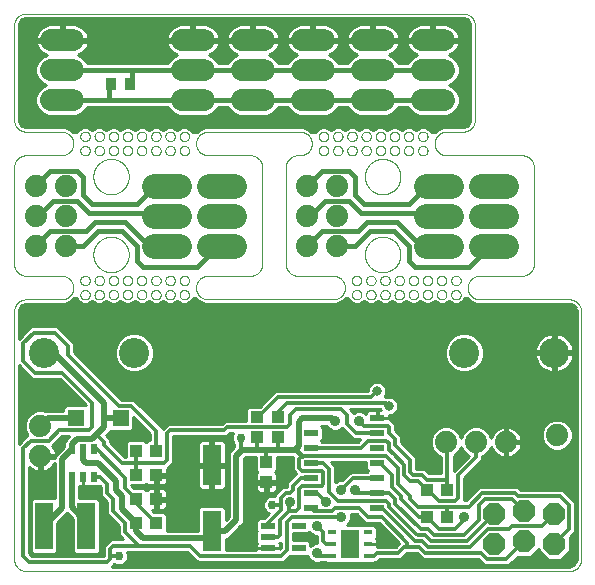
<source format=gtl>
G75*
%MOIN*%
%OFA0B0*%
%FSLAX25Y25*%
%IPPOS*%
%LPD*%
%AMOC8*
5,1,8,0,0,1.08239X$1,22.5*
%
%ADD10C,0.00000*%
%ADD11R,0.02362X0.03543*%
%ADD12R,0.04724X0.02165*%
%ADD13R,0.05906X0.15748*%
%ADD14OC8,0.07400*%
%ADD15R,0.03937X0.04331*%
%ADD16C,0.07400*%
%ADD17R,0.04331X0.03937*%
%ADD18R,0.05512X0.05512*%
%ADD19R,0.06299X0.13780*%
%ADD20R,0.04724X0.02362*%
%ADD21R,0.03150X0.01772*%
%ADD22R,0.05906X0.09449*%
%ADD23C,0.10050*%
%ADD24C,0.03000*%
%ADD25C,0.08268*%
%ADD26C,0.07400*%
%ADD27R,0.03740X0.03937*%
%ADD28C,0.01000*%
%ADD29C,0.03500*%
%ADD30C,0.02000*%
%ADD31C,0.01200*%
%ADD32C,0.01600*%
%ADD33C,0.03200*%
D10*
X0010681Y0060307D02*
X0191783Y0060307D01*
X0191907Y0060309D01*
X0192030Y0060315D01*
X0192154Y0060324D01*
X0192276Y0060338D01*
X0192399Y0060355D01*
X0192521Y0060377D01*
X0192642Y0060402D01*
X0192762Y0060431D01*
X0192881Y0060463D01*
X0193000Y0060500D01*
X0193117Y0060540D01*
X0193232Y0060583D01*
X0193347Y0060631D01*
X0193459Y0060682D01*
X0193570Y0060736D01*
X0193680Y0060794D01*
X0193787Y0060855D01*
X0193893Y0060920D01*
X0193996Y0060988D01*
X0194097Y0061059D01*
X0194196Y0061133D01*
X0194293Y0061210D01*
X0194387Y0061291D01*
X0194478Y0061374D01*
X0194567Y0061460D01*
X0194653Y0061549D01*
X0194736Y0061640D01*
X0194817Y0061734D01*
X0194894Y0061831D01*
X0194968Y0061930D01*
X0195039Y0062031D01*
X0195107Y0062134D01*
X0195172Y0062240D01*
X0195233Y0062347D01*
X0195291Y0062457D01*
X0195345Y0062568D01*
X0195396Y0062680D01*
X0195444Y0062795D01*
X0195487Y0062910D01*
X0195527Y0063027D01*
X0195564Y0063146D01*
X0195596Y0063265D01*
X0195625Y0063385D01*
X0195650Y0063506D01*
X0195672Y0063628D01*
X0195689Y0063751D01*
X0195703Y0063873D01*
X0195712Y0063997D01*
X0195718Y0064120D01*
X0195720Y0064244D01*
X0195720Y0146921D01*
X0195718Y0147045D01*
X0195712Y0147168D01*
X0195703Y0147292D01*
X0195689Y0147414D01*
X0195672Y0147537D01*
X0195650Y0147659D01*
X0195625Y0147780D01*
X0195596Y0147900D01*
X0195564Y0148019D01*
X0195527Y0148138D01*
X0195487Y0148255D01*
X0195444Y0148370D01*
X0195396Y0148485D01*
X0195345Y0148597D01*
X0195291Y0148708D01*
X0195233Y0148818D01*
X0195172Y0148925D01*
X0195107Y0149031D01*
X0195039Y0149134D01*
X0194968Y0149235D01*
X0194894Y0149334D01*
X0194817Y0149431D01*
X0194736Y0149525D01*
X0194653Y0149616D01*
X0194567Y0149705D01*
X0194478Y0149791D01*
X0194387Y0149874D01*
X0194293Y0149955D01*
X0194196Y0150032D01*
X0194097Y0150106D01*
X0193996Y0150177D01*
X0193893Y0150245D01*
X0193787Y0150310D01*
X0193680Y0150371D01*
X0193570Y0150429D01*
X0193459Y0150483D01*
X0193347Y0150534D01*
X0193232Y0150582D01*
X0193117Y0150625D01*
X0193000Y0150665D01*
X0192881Y0150702D01*
X0192762Y0150734D01*
X0192642Y0150763D01*
X0192521Y0150788D01*
X0192399Y0150810D01*
X0192276Y0150827D01*
X0192154Y0150841D01*
X0192030Y0150850D01*
X0191907Y0150856D01*
X0191783Y0150858D01*
X0161862Y0150858D01*
X0157925Y0154795D02*
X0157927Y0154919D01*
X0157933Y0155042D01*
X0157942Y0155166D01*
X0157956Y0155288D01*
X0157973Y0155411D01*
X0157995Y0155533D01*
X0158020Y0155654D01*
X0158049Y0155774D01*
X0158081Y0155893D01*
X0158118Y0156012D01*
X0158158Y0156129D01*
X0158201Y0156244D01*
X0158249Y0156359D01*
X0158300Y0156471D01*
X0158354Y0156582D01*
X0158412Y0156692D01*
X0158473Y0156799D01*
X0158538Y0156905D01*
X0158606Y0157008D01*
X0158677Y0157109D01*
X0158751Y0157208D01*
X0158828Y0157305D01*
X0158909Y0157399D01*
X0158992Y0157490D01*
X0159078Y0157579D01*
X0159167Y0157665D01*
X0159258Y0157748D01*
X0159352Y0157829D01*
X0159449Y0157906D01*
X0159548Y0157980D01*
X0159649Y0158051D01*
X0159752Y0158119D01*
X0159858Y0158184D01*
X0159965Y0158245D01*
X0160075Y0158303D01*
X0160186Y0158357D01*
X0160298Y0158408D01*
X0160413Y0158456D01*
X0160528Y0158499D01*
X0160645Y0158539D01*
X0160764Y0158576D01*
X0160883Y0158608D01*
X0161003Y0158637D01*
X0161124Y0158662D01*
X0161246Y0158684D01*
X0161369Y0158701D01*
X0161491Y0158715D01*
X0161615Y0158724D01*
X0161738Y0158730D01*
X0161862Y0158732D01*
X0176035Y0158732D01*
X0176159Y0158734D01*
X0176282Y0158740D01*
X0176406Y0158749D01*
X0176528Y0158763D01*
X0176651Y0158780D01*
X0176773Y0158802D01*
X0176894Y0158827D01*
X0177014Y0158856D01*
X0177133Y0158888D01*
X0177252Y0158925D01*
X0177369Y0158965D01*
X0177484Y0159008D01*
X0177599Y0159056D01*
X0177711Y0159107D01*
X0177822Y0159161D01*
X0177932Y0159219D01*
X0178039Y0159280D01*
X0178145Y0159345D01*
X0178248Y0159413D01*
X0178349Y0159484D01*
X0178448Y0159558D01*
X0178545Y0159635D01*
X0178639Y0159716D01*
X0178730Y0159799D01*
X0178819Y0159885D01*
X0178905Y0159974D01*
X0178988Y0160065D01*
X0179069Y0160159D01*
X0179146Y0160256D01*
X0179220Y0160355D01*
X0179291Y0160456D01*
X0179359Y0160559D01*
X0179424Y0160665D01*
X0179485Y0160772D01*
X0179543Y0160882D01*
X0179597Y0160993D01*
X0179648Y0161105D01*
X0179696Y0161220D01*
X0179739Y0161335D01*
X0179779Y0161452D01*
X0179816Y0161571D01*
X0179848Y0161690D01*
X0179877Y0161810D01*
X0179902Y0161931D01*
X0179924Y0162053D01*
X0179941Y0162176D01*
X0179955Y0162298D01*
X0179964Y0162422D01*
X0179970Y0162545D01*
X0179972Y0162669D01*
X0179972Y0194953D01*
X0179970Y0195077D01*
X0179964Y0195200D01*
X0179955Y0195324D01*
X0179941Y0195446D01*
X0179924Y0195569D01*
X0179902Y0195691D01*
X0179877Y0195812D01*
X0179848Y0195932D01*
X0179816Y0196051D01*
X0179779Y0196170D01*
X0179739Y0196287D01*
X0179696Y0196402D01*
X0179648Y0196517D01*
X0179597Y0196629D01*
X0179543Y0196740D01*
X0179485Y0196850D01*
X0179424Y0196957D01*
X0179359Y0197063D01*
X0179291Y0197166D01*
X0179220Y0197267D01*
X0179146Y0197366D01*
X0179069Y0197463D01*
X0178988Y0197557D01*
X0178905Y0197648D01*
X0178819Y0197737D01*
X0178730Y0197823D01*
X0178639Y0197906D01*
X0178545Y0197987D01*
X0178448Y0198064D01*
X0178349Y0198138D01*
X0178248Y0198209D01*
X0178145Y0198277D01*
X0178039Y0198342D01*
X0177932Y0198403D01*
X0177822Y0198461D01*
X0177711Y0198515D01*
X0177599Y0198566D01*
X0177484Y0198614D01*
X0177369Y0198657D01*
X0177252Y0198697D01*
X0177133Y0198734D01*
X0177014Y0198766D01*
X0176894Y0198795D01*
X0176773Y0198820D01*
X0176651Y0198842D01*
X0176528Y0198859D01*
X0176406Y0198873D01*
X0176282Y0198882D01*
X0176159Y0198888D01*
X0176035Y0198890D01*
X0150839Y0198890D01*
X0146902Y0202827D02*
X0146904Y0202951D01*
X0146910Y0203074D01*
X0146919Y0203198D01*
X0146933Y0203320D01*
X0146950Y0203443D01*
X0146972Y0203565D01*
X0146997Y0203686D01*
X0147026Y0203806D01*
X0147058Y0203925D01*
X0147095Y0204044D01*
X0147135Y0204161D01*
X0147178Y0204276D01*
X0147226Y0204391D01*
X0147277Y0204503D01*
X0147331Y0204614D01*
X0147389Y0204724D01*
X0147450Y0204831D01*
X0147515Y0204937D01*
X0147583Y0205040D01*
X0147654Y0205141D01*
X0147728Y0205240D01*
X0147805Y0205337D01*
X0147886Y0205431D01*
X0147969Y0205522D01*
X0148055Y0205611D01*
X0148144Y0205697D01*
X0148235Y0205780D01*
X0148329Y0205861D01*
X0148426Y0205938D01*
X0148525Y0206012D01*
X0148626Y0206083D01*
X0148729Y0206151D01*
X0148835Y0206216D01*
X0148942Y0206277D01*
X0149052Y0206335D01*
X0149163Y0206389D01*
X0149275Y0206440D01*
X0149390Y0206488D01*
X0149505Y0206531D01*
X0149622Y0206571D01*
X0149741Y0206608D01*
X0149860Y0206640D01*
X0149980Y0206669D01*
X0150101Y0206694D01*
X0150223Y0206716D01*
X0150346Y0206733D01*
X0150468Y0206747D01*
X0150592Y0206756D01*
X0150715Y0206762D01*
X0150839Y0206764D01*
X0156350Y0206764D01*
X0156474Y0206766D01*
X0156597Y0206772D01*
X0156721Y0206781D01*
X0156843Y0206795D01*
X0156966Y0206812D01*
X0157088Y0206834D01*
X0157209Y0206859D01*
X0157329Y0206888D01*
X0157448Y0206920D01*
X0157567Y0206957D01*
X0157684Y0206997D01*
X0157799Y0207040D01*
X0157914Y0207088D01*
X0158026Y0207139D01*
X0158137Y0207193D01*
X0158247Y0207251D01*
X0158354Y0207312D01*
X0158460Y0207377D01*
X0158563Y0207445D01*
X0158664Y0207516D01*
X0158763Y0207590D01*
X0158860Y0207667D01*
X0158954Y0207748D01*
X0159045Y0207831D01*
X0159134Y0207917D01*
X0159220Y0208006D01*
X0159303Y0208097D01*
X0159384Y0208191D01*
X0159461Y0208288D01*
X0159535Y0208387D01*
X0159606Y0208488D01*
X0159674Y0208591D01*
X0159739Y0208697D01*
X0159800Y0208804D01*
X0159858Y0208914D01*
X0159912Y0209025D01*
X0159963Y0209137D01*
X0160011Y0209252D01*
X0160054Y0209367D01*
X0160094Y0209484D01*
X0160131Y0209603D01*
X0160163Y0209722D01*
X0160192Y0209842D01*
X0160217Y0209963D01*
X0160239Y0210085D01*
X0160256Y0210208D01*
X0160270Y0210330D01*
X0160279Y0210454D01*
X0160285Y0210577D01*
X0160287Y0210701D01*
X0160287Y0242197D01*
X0160285Y0242321D01*
X0160279Y0242444D01*
X0160270Y0242568D01*
X0160256Y0242690D01*
X0160239Y0242813D01*
X0160217Y0242935D01*
X0160192Y0243056D01*
X0160163Y0243176D01*
X0160131Y0243295D01*
X0160094Y0243414D01*
X0160054Y0243531D01*
X0160011Y0243646D01*
X0159963Y0243761D01*
X0159912Y0243873D01*
X0159858Y0243984D01*
X0159800Y0244094D01*
X0159739Y0244201D01*
X0159674Y0244307D01*
X0159606Y0244410D01*
X0159535Y0244511D01*
X0159461Y0244610D01*
X0159384Y0244707D01*
X0159303Y0244801D01*
X0159220Y0244892D01*
X0159134Y0244981D01*
X0159045Y0245067D01*
X0158954Y0245150D01*
X0158860Y0245231D01*
X0158763Y0245308D01*
X0158664Y0245382D01*
X0158563Y0245453D01*
X0158460Y0245521D01*
X0158354Y0245586D01*
X0158247Y0245647D01*
X0158137Y0245705D01*
X0158026Y0245759D01*
X0157914Y0245810D01*
X0157799Y0245858D01*
X0157684Y0245901D01*
X0157567Y0245941D01*
X0157448Y0245978D01*
X0157329Y0246010D01*
X0157209Y0246039D01*
X0157088Y0246064D01*
X0156966Y0246086D01*
X0156843Y0246103D01*
X0156721Y0246117D01*
X0156597Y0246126D01*
X0156474Y0246132D01*
X0156350Y0246134D01*
X0010681Y0246134D01*
X0010557Y0246132D01*
X0010434Y0246126D01*
X0010310Y0246117D01*
X0010188Y0246103D01*
X0010065Y0246086D01*
X0009943Y0246064D01*
X0009822Y0246039D01*
X0009702Y0246010D01*
X0009583Y0245978D01*
X0009464Y0245941D01*
X0009347Y0245901D01*
X0009232Y0245858D01*
X0009117Y0245810D01*
X0009005Y0245759D01*
X0008894Y0245705D01*
X0008784Y0245647D01*
X0008677Y0245586D01*
X0008571Y0245521D01*
X0008468Y0245453D01*
X0008367Y0245382D01*
X0008268Y0245308D01*
X0008171Y0245231D01*
X0008077Y0245150D01*
X0007986Y0245067D01*
X0007897Y0244981D01*
X0007811Y0244892D01*
X0007728Y0244801D01*
X0007647Y0244707D01*
X0007570Y0244610D01*
X0007496Y0244511D01*
X0007425Y0244410D01*
X0007357Y0244307D01*
X0007292Y0244201D01*
X0007231Y0244094D01*
X0007173Y0243984D01*
X0007119Y0243873D01*
X0007068Y0243761D01*
X0007020Y0243646D01*
X0006977Y0243531D01*
X0006937Y0243414D01*
X0006900Y0243295D01*
X0006868Y0243176D01*
X0006839Y0243056D01*
X0006814Y0242935D01*
X0006792Y0242813D01*
X0006775Y0242690D01*
X0006761Y0242568D01*
X0006752Y0242444D01*
X0006746Y0242321D01*
X0006744Y0242197D01*
X0006744Y0210701D01*
X0006746Y0210577D01*
X0006752Y0210454D01*
X0006761Y0210330D01*
X0006775Y0210208D01*
X0006792Y0210085D01*
X0006814Y0209963D01*
X0006839Y0209842D01*
X0006868Y0209722D01*
X0006900Y0209603D01*
X0006937Y0209484D01*
X0006977Y0209367D01*
X0007020Y0209252D01*
X0007068Y0209137D01*
X0007119Y0209025D01*
X0007173Y0208914D01*
X0007231Y0208804D01*
X0007292Y0208697D01*
X0007357Y0208591D01*
X0007425Y0208488D01*
X0007496Y0208387D01*
X0007570Y0208288D01*
X0007647Y0208191D01*
X0007728Y0208097D01*
X0007811Y0208006D01*
X0007897Y0207917D01*
X0007986Y0207831D01*
X0008077Y0207748D01*
X0008171Y0207667D01*
X0008268Y0207590D01*
X0008367Y0207516D01*
X0008468Y0207445D01*
X0008571Y0207377D01*
X0008677Y0207312D01*
X0008784Y0207251D01*
X0008894Y0207193D01*
X0009005Y0207139D01*
X0009117Y0207088D01*
X0009232Y0207040D01*
X0009347Y0206997D01*
X0009464Y0206957D01*
X0009583Y0206920D01*
X0009702Y0206888D01*
X0009822Y0206859D01*
X0009943Y0206834D01*
X0010065Y0206812D01*
X0010188Y0206795D01*
X0010310Y0206781D01*
X0010434Y0206772D01*
X0010557Y0206766D01*
X0010681Y0206764D01*
X0022492Y0206764D01*
X0022616Y0206762D01*
X0022739Y0206756D01*
X0022863Y0206747D01*
X0022985Y0206733D01*
X0023108Y0206716D01*
X0023230Y0206694D01*
X0023351Y0206669D01*
X0023471Y0206640D01*
X0023590Y0206608D01*
X0023709Y0206571D01*
X0023826Y0206531D01*
X0023941Y0206488D01*
X0024056Y0206440D01*
X0024168Y0206389D01*
X0024279Y0206335D01*
X0024389Y0206277D01*
X0024496Y0206216D01*
X0024602Y0206151D01*
X0024705Y0206083D01*
X0024806Y0206012D01*
X0024905Y0205938D01*
X0025002Y0205861D01*
X0025096Y0205780D01*
X0025187Y0205697D01*
X0025276Y0205611D01*
X0025362Y0205522D01*
X0025445Y0205431D01*
X0025526Y0205337D01*
X0025603Y0205240D01*
X0025677Y0205141D01*
X0025748Y0205040D01*
X0025816Y0204937D01*
X0025881Y0204831D01*
X0025942Y0204724D01*
X0026000Y0204614D01*
X0026054Y0204503D01*
X0026105Y0204391D01*
X0026153Y0204276D01*
X0026196Y0204161D01*
X0026236Y0204044D01*
X0026273Y0203925D01*
X0026305Y0203806D01*
X0026334Y0203686D01*
X0026359Y0203565D01*
X0026381Y0203443D01*
X0026398Y0203320D01*
X0026412Y0203198D01*
X0026421Y0203074D01*
X0026427Y0202951D01*
X0026429Y0202827D01*
X0026427Y0202703D01*
X0026421Y0202580D01*
X0026412Y0202456D01*
X0026398Y0202334D01*
X0026381Y0202211D01*
X0026359Y0202089D01*
X0026334Y0201968D01*
X0026305Y0201848D01*
X0026273Y0201729D01*
X0026236Y0201610D01*
X0026196Y0201493D01*
X0026153Y0201378D01*
X0026105Y0201263D01*
X0026054Y0201151D01*
X0026000Y0201040D01*
X0025942Y0200930D01*
X0025881Y0200823D01*
X0025816Y0200717D01*
X0025748Y0200614D01*
X0025677Y0200513D01*
X0025603Y0200414D01*
X0025526Y0200317D01*
X0025445Y0200223D01*
X0025362Y0200132D01*
X0025276Y0200043D01*
X0025187Y0199957D01*
X0025096Y0199874D01*
X0025002Y0199793D01*
X0024905Y0199716D01*
X0024806Y0199642D01*
X0024705Y0199571D01*
X0024602Y0199503D01*
X0024496Y0199438D01*
X0024389Y0199377D01*
X0024279Y0199319D01*
X0024168Y0199265D01*
X0024056Y0199214D01*
X0023941Y0199166D01*
X0023826Y0199123D01*
X0023709Y0199083D01*
X0023590Y0199046D01*
X0023471Y0199014D01*
X0023351Y0198985D01*
X0023230Y0198960D01*
X0023108Y0198938D01*
X0022985Y0198921D01*
X0022863Y0198907D01*
X0022739Y0198898D01*
X0022616Y0198892D01*
X0022492Y0198890D01*
X0010681Y0198890D01*
X0010557Y0198888D01*
X0010434Y0198882D01*
X0010310Y0198873D01*
X0010188Y0198859D01*
X0010065Y0198842D01*
X0009943Y0198820D01*
X0009822Y0198795D01*
X0009702Y0198766D01*
X0009583Y0198734D01*
X0009464Y0198697D01*
X0009347Y0198657D01*
X0009232Y0198614D01*
X0009117Y0198566D01*
X0009005Y0198515D01*
X0008894Y0198461D01*
X0008784Y0198403D01*
X0008677Y0198342D01*
X0008571Y0198277D01*
X0008468Y0198209D01*
X0008367Y0198138D01*
X0008268Y0198064D01*
X0008171Y0197987D01*
X0008077Y0197906D01*
X0007986Y0197823D01*
X0007897Y0197737D01*
X0007811Y0197648D01*
X0007728Y0197557D01*
X0007647Y0197463D01*
X0007570Y0197366D01*
X0007496Y0197267D01*
X0007425Y0197166D01*
X0007357Y0197063D01*
X0007292Y0196957D01*
X0007231Y0196850D01*
X0007173Y0196740D01*
X0007119Y0196629D01*
X0007068Y0196517D01*
X0007020Y0196402D01*
X0006977Y0196287D01*
X0006937Y0196170D01*
X0006900Y0196051D01*
X0006868Y0195932D01*
X0006839Y0195812D01*
X0006814Y0195691D01*
X0006792Y0195569D01*
X0006775Y0195446D01*
X0006761Y0195324D01*
X0006752Y0195200D01*
X0006746Y0195077D01*
X0006744Y0194953D01*
X0006744Y0162669D01*
X0006746Y0162545D01*
X0006752Y0162422D01*
X0006761Y0162298D01*
X0006775Y0162176D01*
X0006792Y0162053D01*
X0006814Y0161931D01*
X0006839Y0161810D01*
X0006868Y0161690D01*
X0006900Y0161571D01*
X0006937Y0161452D01*
X0006977Y0161335D01*
X0007020Y0161220D01*
X0007068Y0161105D01*
X0007119Y0160993D01*
X0007173Y0160882D01*
X0007231Y0160772D01*
X0007292Y0160665D01*
X0007357Y0160559D01*
X0007425Y0160456D01*
X0007496Y0160355D01*
X0007570Y0160256D01*
X0007647Y0160159D01*
X0007728Y0160065D01*
X0007811Y0159974D01*
X0007897Y0159885D01*
X0007986Y0159799D01*
X0008077Y0159716D01*
X0008171Y0159635D01*
X0008268Y0159558D01*
X0008367Y0159484D01*
X0008468Y0159413D01*
X0008571Y0159345D01*
X0008677Y0159280D01*
X0008784Y0159219D01*
X0008894Y0159161D01*
X0009005Y0159107D01*
X0009117Y0159056D01*
X0009232Y0159008D01*
X0009347Y0158965D01*
X0009464Y0158925D01*
X0009583Y0158888D01*
X0009702Y0158856D01*
X0009822Y0158827D01*
X0009943Y0158802D01*
X0010065Y0158780D01*
X0010188Y0158763D01*
X0010310Y0158749D01*
X0010434Y0158740D01*
X0010557Y0158734D01*
X0010681Y0158732D01*
X0022492Y0158732D01*
X0022616Y0158730D01*
X0022739Y0158724D01*
X0022863Y0158715D01*
X0022985Y0158701D01*
X0023108Y0158684D01*
X0023230Y0158662D01*
X0023351Y0158637D01*
X0023471Y0158608D01*
X0023590Y0158576D01*
X0023709Y0158539D01*
X0023826Y0158499D01*
X0023941Y0158456D01*
X0024056Y0158408D01*
X0024168Y0158357D01*
X0024279Y0158303D01*
X0024389Y0158245D01*
X0024496Y0158184D01*
X0024602Y0158119D01*
X0024705Y0158051D01*
X0024806Y0157980D01*
X0024905Y0157906D01*
X0025002Y0157829D01*
X0025096Y0157748D01*
X0025187Y0157665D01*
X0025276Y0157579D01*
X0025362Y0157490D01*
X0025445Y0157399D01*
X0025526Y0157305D01*
X0025603Y0157208D01*
X0025677Y0157109D01*
X0025748Y0157008D01*
X0025816Y0156905D01*
X0025881Y0156799D01*
X0025942Y0156692D01*
X0026000Y0156582D01*
X0026054Y0156471D01*
X0026105Y0156359D01*
X0026153Y0156244D01*
X0026196Y0156129D01*
X0026236Y0156012D01*
X0026273Y0155893D01*
X0026305Y0155774D01*
X0026334Y0155654D01*
X0026359Y0155533D01*
X0026381Y0155411D01*
X0026398Y0155288D01*
X0026412Y0155166D01*
X0026421Y0155042D01*
X0026427Y0154919D01*
X0026429Y0154795D01*
X0026427Y0154671D01*
X0026421Y0154548D01*
X0026412Y0154424D01*
X0026398Y0154302D01*
X0026381Y0154179D01*
X0026359Y0154057D01*
X0026334Y0153936D01*
X0026305Y0153816D01*
X0026273Y0153697D01*
X0026236Y0153578D01*
X0026196Y0153461D01*
X0026153Y0153346D01*
X0026105Y0153231D01*
X0026054Y0153119D01*
X0026000Y0153008D01*
X0025942Y0152898D01*
X0025881Y0152791D01*
X0025816Y0152685D01*
X0025748Y0152582D01*
X0025677Y0152481D01*
X0025603Y0152382D01*
X0025526Y0152285D01*
X0025445Y0152191D01*
X0025362Y0152100D01*
X0025276Y0152011D01*
X0025187Y0151925D01*
X0025096Y0151842D01*
X0025002Y0151761D01*
X0024905Y0151684D01*
X0024806Y0151610D01*
X0024705Y0151539D01*
X0024602Y0151471D01*
X0024496Y0151406D01*
X0024389Y0151345D01*
X0024279Y0151287D01*
X0024168Y0151233D01*
X0024056Y0151182D01*
X0023941Y0151134D01*
X0023826Y0151091D01*
X0023709Y0151051D01*
X0023590Y0151014D01*
X0023471Y0150982D01*
X0023351Y0150953D01*
X0023230Y0150928D01*
X0023108Y0150906D01*
X0022985Y0150889D01*
X0022863Y0150875D01*
X0022739Y0150866D01*
X0022616Y0150860D01*
X0022492Y0150858D01*
X0010681Y0150858D01*
X0010557Y0150856D01*
X0010434Y0150850D01*
X0010310Y0150841D01*
X0010188Y0150827D01*
X0010065Y0150810D01*
X0009943Y0150788D01*
X0009822Y0150763D01*
X0009702Y0150734D01*
X0009583Y0150702D01*
X0009464Y0150665D01*
X0009347Y0150625D01*
X0009232Y0150582D01*
X0009117Y0150534D01*
X0009005Y0150483D01*
X0008894Y0150429D01*
X0008784Y0150371D01*
X0008677Y0150310D01*
X0008571Y0150245D01*
X0008468Y0150177D01*
X0008367Y0150106D01*
X0008268Y0150032D01*
X0008171Y0149955D01*
X0008077Y0149874D01*
X0007986Y0149791D01*
X0007897Y0149705D01*
X0007811Y0149616D01*
X0007728Y0149525D01*
X0007647Y0149431D01*
X0007570Y0149334D01*
X0007496Y0149235D01*
X0007425Y0149134D01*
X0007357Y0149031D01*
X0007292Y0148925D01*
X0007231Y0148818D01*
X0007173Y0148708D01*
X0007119Y0148597D01*
X0007068Y0148485D01*
X0007020Y0148370D01*
X0006977Y0148255D01*
X0006937Y0148138D01*
X0006900Y0148019D01*
X0006868Y0147900D01*
X0006839Y0147780D01*
X0006814Y0147659D01*
X0006792Y0147537D01*
X0006775Y0147414D01*
X0006761Y0147292D01*
X0006752Y0147168D01*
X0006746Y0147045D01*
X0006744Y0146921D01*
X0006744Y0064244D01*
X0006746Y0064120D01*
X0006752Y0063997D01*
X0006761Y0063873D01*
X0006775Y0063751D01*
X0006792Y0063628D01*
X0006814Y0063506D01*
X0006839Y0063385D01*
X0006868Y0063265D01*
X0006900Y0063146D01*
X0006937Y0063027D01*
X0006977Y0062910D01*
X0007020Y0062795D01*
X0007068Y0062680D01*
X0007119Y0062568D01*
X0007173Y0062457D01*
X0007231Y0062347D01*
X0007292Y0062240D01*
X0007357Y0062134D01*
X0007425Y0062031D01*
X0007496Y0061930D01*
X0007570Y0061831D01*
X0007647Y0061734D01*
X0007728Y0061640D01*
X0007811Y0061549D01*
X0007897Y0061460D01*
X0007986Y0061374D01*
X0008077Y0061291D01*
X0008171Y0061210D01*
X0008268Y0061133D01*
X0008367Y0061059D01*
X0008468Y0060988D01*
X0008571Y0060920D01*
X0008677Y0060855D01*
X0008784Y0060794D01*
X0008894Y0060736D01*
X0009005Y0060682D01*
X0009117Y0060631D01*
X0009232Y0060583D01*
X0009347Y0060540D01*
X0009464Y0060500D01*
X0009583Y0060463D01*
X0009702Y0060431D01*
X0009822Y0060402D01*
X0009943Y0060377D01*
X0010065Y0060355D01*
X0010188Y0060338D01*
X0010310Y0060324D01*
X0010434Y0060315D01*
X0010557Y0060309D01*
X0010681Y0060307D01*
X0071311Y0150858D02*
X0113043Y0150858D01*
X0116980Y0154795D02*
X0116978Y0154919D01*
X0116972Y0155042D01*
X0116963Y0155166D01*
X0116949Y0155288D01*
X0116932Y0155411D01*
X0116910Y0155533D01*
X0116885Y0155654D01*
X0116856Y0155774D01*
X0116824Y0155893D01*
X0116787Y0156012D01*
X0116747Y0156129D01*
X0116704Y0156244D01*
X0116656Y0156359D01*
X0116605Y0156471D01*
X0116551Y0156582D01*
X0116493Y0156692D01*
X0116432Y0156799D01*
X0116367Y0156905D01*
X0116299Y0157008D01*
X0116228Y0157109D01*
X0116154Y0157208D01*
X0116077Y0157305D01*
X0115996Y0157399D01*
X0115913Y0157490D01*
X0115827Y0157579D01*
X0115738Y0157665D01*
X0115647Y0157748D01*
X0115553Y0157829D01*
X0115456Y0157906D01*
X0115357Y0157980D01*
X0115256Y0158051D01*
X0115153Y0158119D01*
X0115047Y0158184D01*
X0114940Y0158245D01*
X0114830Y0158303D01*
X0114719Y0158357D01*
X0114607Y0158408D01*
X0114492Y0158456D01*
X0114377Y0158499D01*
X0114260Y0158539D01*
X0114141Y0158576D01*
X0114022Y0158608D01*
X0113902Y0158637D01*
X0113781Y0158662D01*
X0113659Y0158684D01*
X0113536Y0158701D01*
X0113414Y0158715D01*
X0113290Y0158724D01*
X0113167Y0158730D01*
X0113043Y0158732D01*
X0101232Y0158732D01*
X0101108Y0158734D01*
X0100985Y0158740D01*
X0100861Y0158749D01*
X0100739Y0158763D01*
X0100616Y0158780D01*
X0100494Y0158802D01*
X0100373Y0158827D01*
X0100253Y0158856D01*
X0100134Y0158888D01*
X0100015Y0158925D01*
X0099898Y0158965D01*
X0099783Y0159008D01*
X0099668Y0159056D01*
X0099556Y0159107D01*
X0099445Y0159161D01*
X0099335Y0159219D01*
X0099228Y0159280D01*
X0099122Y0159345D01*
X0099019Y0159413D01*
X0098918Y0159484D01*
X0098819Y0159558D01*
X0098722Y0159635D01*
X0098628Y0159716D01*
X0098537Y0159799D01*
X0098448Y0159885D01*
X0098362Y0159974D01*
X0098279Y0160065D01*
X0098198Y0160159D01*
X0098121Y0160256D01*
X0098047Y0160355D01*
X0097976Y0160456D01*
X0097908Y0160559D01*
X0097843Y0160665D01*
X0097782Y0160772D01*
X0097724Y0160882D01*
X0097670Y0160993D01*
X0097619Y0161105D01*
X0097571Y0161220D01*
X0097528Y0161335D01*
X0097488Y0161452D01*
X0097451Y0161571D01*
X0097419Y0161690D01*
X0097390Y0161810D01*
X0097365Y0161931D01*
X0097343Y0162053D01*
X0097326Y0162176D01*
X0097312Y0162298D01*
X0097303Y0162422D01*
X0097297Y0162545D01*
X0097295Y0162669D01*
X0097295Y0194953D01*
X0097297Y0195077D01*
X0097303Y0195200D01*
X0097312Y0195324D01*
X0097326Y0195446D01*
X0097343Y0195569D01*
X0097365Y0195691D01*
X0097390Y0195812D01*
X0097419Y0195932D01*
X0097451Y0196051D01*
X0097488Y0196170D01*
X0097528Y0196287D01*
X0097571Y0196402D01*
X0097619Y0196517D01*
X0097670Y0196629D01*
X0097724Y0196740D01*
X0097782Y0196850D01*
X0097843Y0196957D01*
X0097908Y0197063D01*
X0097976Y0197166D01*
X0098047Y0197267D01*
X0098121Y0197366D01*
X0098198Y0197463D01*
X0098279Y0197557D01*
X0098362Y0197648D01*
X0098448Y0197737D01*
X0098537Y0197823D01*
X0098628Y0197906D01*
X0098722Y0197987D01*
X0098819Y0198064D01*
X0098918Y0198138D01*
X0099019Y0198209D01*
X0099122Y0198277D01*
X0099228Y0198342D01*
X0099335Y0198403D01*
X0099445Y0198461D01*
X0099556Y0198515D01*
X0099668Y0198566D01*
X0099783Y0198614D01*
X0099898Y0198657D01*
X0100015Y0198697D01*
X0100134Y0198734D01*
X0100253Y0198766D01*
X0100373Y0198795D01*
X0100494Y0198820D01*
X0100616Y0198842D01*
X0100739Y0198859D01*
X0100861Y0198873D01*
X0100985Y0198882D01*
X0101108Y0198888D01*
X0101232Y0198890D01*
X0102020Y0198890D01*
X0105957Y0202827D02*
X0105955Y0202951D01*
X0105949Y0203074D01*
X0105940Y0203198D01*
X0105926Y0203320D01*
X0105909Y0203443D01*
X0105887Y0203565D01*
X0105862Y0203686D01*
X0105833Y0203806D01*
X0105801Y0203925D01*
X0105764Y0204044D01*
X0105724Y0204161D01*
X0105681Y0204276D01*
X0105633Y0204391D01*
X0105582Y0204503D01*
X0105528Y0204614D01*
X0105470Y0204724D01*
X0105409Y0204831D01*
X0105344Y0204937D01*
X0105276Y0205040D01*
X0105205Y0205141D01*
X0105131Y0205240D01*
X0105054Y0205337D01*
X0104973Y0205431D01*
X0104890Y0205522D01*
X0104804Y0205611D01*
X0104715Y0205697D01*
X0104624Y0205780D01*
X0104530Y0205861D01*
X0104433Y0205938D01*
X0104334Y0206012D01*
X0104233Y0206083D01*
X0104130Y0206151D01*
X0104024Y0206216D01*
X0103917Y0206277D01*
X0103807Y0206335D01*
X0103696Y0206389D01*
X0103584Y0206440D01*
X0103469Y0206488D01*
X0103354Y0206531D01*
X0103237Y0206571D01*
X0103118Y0206608D01*
X0102999Y0206640D01*
X0102879Y0206669D01*
X0102758Y0206694D01*
X0102636Y0206716D01*
X0102513Y0206733D01*
X0102391Y0206747D01*
X0102267Y0206756D01*
X0102144Y0206762D01*
X0102020Y0206764D01*
X0071311Y0206764D01*
X0071187Y0206762D01*
X0071064Y0206756D01*
X0070940Y0206747D01*
X0070818Y0206733D01*
X0070695Y0206716D01*
X0070573Y0206694D01*
X0070452Y0206669D01*
X0070332Y0206640D01*
X0070213Y0206608D01*
X0070094Y0206571D01*
X0069977Y0206531D01*
X0069862Y0206488D01*
X0069747Y0206440D01*
X0069635Y0206389D01*
X0069524Y0206335D01*
X0069414Y0206277D01*
X0069307Y0206216D01*
X0069201Y0206151D01*
X0069098Y0206083D01*
X0068997Y0206012D01*
X0068898Y0205938D01*
X0068801Y0205861D01*
X0068707Y0205780D01*
X0068616Y0205697D01*
X0068527Y0205611D01*
X0068441Y0205522D01*
X0068358Y0205431D01*
X0068277Y0205337D01*
X0068200Y0205240D01*
X0068126Y0205141D01*
X0068055Y0205040D01*
X0067987Y0204937D01*
X0067922Y0204831D01*
X0067861Y0204724D01*
X0067803Y0204614D01*
X0067749Y0204503D01*
X0067698Y0204391D01*
X0067650Y0204276D01*
X0067607Y0204161D01*
X0067567Y0204044D01*
X0067530Y0203925D01*
X0067498Y0203806D01*
X0067469Y0203686D01*
X0067444Y0203565D01*
X0067422Y0203443D01*
X0067405Y0203320D01*
X0067391Y0203198D01*
X0067382Y0203074D01*
X0067376Y0202951D01*
X0067374Y0202827D01*
X0067376Y0202703D01*
X0067382Y0202580D01*
X0067391Y0202456D01*
X0067405Y0202334D01*
X0067422Y0202211D01*
X0067444Y0202089D01*
X0067469Y0201968D01*
X0067498Y0201848D01*
X0067530Y0201729D01*
X0067567Y0201610D01*
X0067607Y0201493D01*
X0067650Y0201378D01*
X0067698Y0201263D01*
X0067749Y0201151D01*
X0067803Y0201040D01*
X0067861Y0200930D01*
X0067922Y0200823D01*
X0067987Y0200717D01*
X0068055Y0200614D01*
X0068126Y0200513D01*
X0068200Y0200414D01*
X0068277Y0200317D01*
X0068358Y0200223D01*
X0068441Y0200132D01*
X0068527Y0200043D01*
X0068616Y0199957D01*
X0068707Y0199874D01*
X0068801Y0199793D01*
X0068898Y0199716D01*
X0068997Y0199642D01*
X0069098Y0199571D01*
X0069201Y0199503D01*
X0069307Y0199438D01*
X0069414Y0199377D01*
X0069524Y0199319D01*
X0069635Y0199265D01*
X0069747Y0199214D01*
X0069862Y0199166D01*
X0069977Y0199123D01*
X0070094Y0199083D01*
X0070213Y0199046D01*
X0070332Y0199014D01*
X0070452Y0198985D01*
X0070573Y0198960D01*
X0070695Y0198938D01*
X0070818Y0198921D01*
X0070940Y0198907D01*
X0071064Y0198898D01*
X0071187Y0198892D01*
X0071311Y0198890D01*
X0085484Y0198890D01*
X0085608Y0198888D01*
X0085731Y0198882D01*
X0085855Y0198873D01*
X0085977Y0198859D01*
X0086100Y0198842D01*
X0086222Y0198820D01*
X0086343Y0198795D01*
X0086463Y0198766D01*
X0086582Y0198734D01*
X0086701Y0198697D01*
X0086818Y0198657D01*
X0086933Y0198614D01*
X0087048Y0198566D01*
X0087160Y0198515D01*
X0087271Y0198461D01*
X0087381Y0198403D01*
X0087488Y0198342D01*
X0087594Y0198277D01*
X0087697Y0198209D01*
X0087798Y0198138D01*
X0087897Y0198064D01*
X0087994Y0197987D01*
X0088088Y0197906D01*
X0088179Y0197823D01*
X0088268Y0197737D01*
X0088354Y0197648D01*
X0088437Y0197557D01*
X0088518Y0197463D01*
X0088595Y0197366D01*
X0088669Y0197267D01*
X0088740Y0197166D01*
X0088808Y0197063D01*
X0088873Y0196957D01*
X0088934Y0196850D01*
X0088992Y0196740D01*
X0089046Y0196629D01*
X0089097Y0196517D01*
X0089145Y0196402D01*
X0089188Y0196287D01*
X0089228Y0196170D01*
X0089265Y0196051D01*
X0089297Y0195932D01*
X0089326Y0195812D01*
X0089351Y0195691D01*
X0089373Y0195569D01*
X0089390Y0195446D01*
X0089404Y0195324D01*
X0089413Y0195200D01*
X0089419Y0195077D01*
X0089421Y0194953D01*
X0089421Y0162669D01*
X0089419Y0162545D01*
X0089413Y0162422D01*
X0089404Y0162298D01*
X0089390Y0162176D01*
X0089373Y0162053D01*
X0089351Y0161931D01*
X0089326Y0161810D01*
X0089297Y0161690D01*
X0089265Y0161571D01*
X0089228Y0161452D01*
X0089188Y0161335D01*
X0089145Y0161220D01*
X0089097Y0161105D01*
X0089046Y0160993D01*
X0088992Y0160882D01*
X0088934Y0160772D01*
X0088873Y0160665D01*
X0088808Y0160559D01*
X0088740Y0160456D01*
X0088669Y0160355D01*
X0088595Y0160256D01*
X0088518Y0160159D01*
X0088437Y0160065D01*
X0088354Y0159974D01*
X0088268Y0159885D01*
X0088179Y0159799D01*
X0088088Y0159716D01*
X0087994Y0159635D01*
X0087897Y0159558D01*
X0087798Y0159484D01*
X0087697Y0159413D01*
X0087594Y0159345D01*
X0087488Y0159280D01*
X0087381Y0159219D01*
X0087271Y0159161D01*
X0087160Y0159107D01*
X0087048Y0159056D01*
X0086933Y0159008D01*
X0086818Y0158965D01*
X0086701Y0158925D01*
X0086582Y0158888D01*
X0086463Y0158856D01*
X0086343Y0158827D01*
X0086222Y0158802D01*
X0086100Y0158780D01*
X0085977Y0158763D01*
X0085855Y0158749D01*
X0085731Y0158740D01*
X0085608Y0158734D01*
X0085484Y0158732D01*
X0071311Y0158732D01*
X0071187Y0158730D01*
X0071064Y0158724D01*
X0070940Y0158715D01*
X0070818Y0158701D01*
X0070695Y0158684D01*
X0070573Y0158662D01*
X0070452Y0158637D01*
X0070332Y0158608D01*
X0070213Y0158576D01*
X0070094Y0158539D01*
X0069977Y0158499D01*
X0069862Y0158456D01*
X0069747Y0158408D01*
X0069635Y0158357D01*
X0069524Y0158303D01*
X0069414Y0158245D01*
X0069307Y0158184D01*
X0069201Y0158119D01*
X0069098Y0158051D01*
X0068997Y0157980D01*
X0068898Y0157906D01*
X0068801Y0157829D01*
X0068707Y0157748D01*
X0068616Y0157665D01*
X0068527Y0157579D01*
X0068441Y0157490D01*
X0068358Y0157399D01*
X0068277Y0157305D01*
X0068200Y0157208D01*
X0068126Y0157109D01*
X0068055Y0157008D01*
X0067987Y0156905D01*
X0067922Y0156799D01*
X0067861Y0156692D01*
X0067803Y0156582D01*
X0067749Y0156471D01*
X0067698Y0156359D01*
X0067650Y0156244D01*
X0067607Y0156129D01*
X0067567Y0156012D01*
X0067530Y0155893D01*
X0067498Y0155774D01*
X0067469Y0155654D01*
X0067444Y0155533D01*
X0067422Y0155411D01*
X0067405Y0155288D01*
X0067391Y0155166D01*
X0067382Y0155042D01*
X0067376Y0154919D01*
X0067374Y0154795D01*
X0067376Y0154671D01*
X0067382Y0154548D01*
X0067391Y0154424D01*
X0067405Y0154302D01*
X0067422Y0154179D01*
X0067444Y0154057D01*
X0067469Y0153936D01*
X0067498Y0153816D01*
X0067530Y0153697D01*
X0067567Y0153578D01*
X0067607Y0153461D01*
X0067650Y0153346D01*
X0067698Y0153231D01*
X0067749Y0153119D01*
X0067803Y0153008D01*
X0067861Y0152898D01*
X0067922Y0152791D01*
X0067987Y0152685D01*
X0068055Y0152582D01*
X0068126Y0152481D01*
X0068200Y0152382D01*
X0068277Y0152285D01*
X0068358Y0152191D01*
X0068441Y0152100D01*
X0068527Y0152011D01*
X0068616Y0151925D01*
X0068707Y0151842D01*
X0068801Y0151761D01*
X0068898Y0151684D01*
X0068997Y0151610D01*
X0069098Y0151539D01*
X0069201Y0151471D01*
X0069307Y0151406D01*
X0069414Y0151345D01*
X0069524Y0151287D01*
X0069635Y0151233D01*
X0069747Y0151182D01*
X0069862Y0151134D01*
X0069977Y0151091D01*
X0070094Y0151051D01*
X0070213Y0151014D01*
X0070332Y0150982D01*
X0070452Y0150953D01*
X0070573Y0150928D01*
X0070695Y0150906D01*
X0070818Y0150889D01*
X0070940Y0150875D01*
X0071064Y0150866D01*
X0071187Y0150860D01*
X0071311Y0150858D01*
X0061862Y0152433D02*
X0061864Y0152512D01*
X0061870Y0152591D01*
X0061880Y0152670D01*
X0061894Y0152748D01*
X0061911Y0152825D01*
X0061933Y0152901D01*
X0061958Y0152976D01*
X0061988Y0153049D01*
X0062020Y0153121D01*
X0062057Y0153192D01*
X0062097Y0153260D01*
X0062140Y0153326D01*
X0062186Y0153390D01*
X0062236Y0153452D01*
X0062289Y0153511D01*
X0062344Y0153567D01*
X0062403Y0153621D01*
X0062464Y0153671D01*
X0062527Y0153719D01*
X0062593Y0153763D01*
X0062661Y0153804D01*
X0062731Y0153841D01*
X0062802Y0153875D01*
X0062876Y0153905D01*
X0062950Y0153931D01*
X0063026Y0153953D01*
X0063103Y0153972D01*
X0063181Y0153987D01*
X0063259Y0153998D01*
X0063338Y0154005D01*
X0063417Y0154008D01*
X0063496Y0154007D01*
X0063575Y0154002D01*
X0063654Y0153993D01*
X0063732Y0153980D01*
X0063809Y0153963D01*
X0063886Y0153943D01*
X0063961Y0153918D01*
X0064035Y0153890D01*
X0064108Y0153858D01*
X0064178Y0153823D01*
X0064247Y0153784D01*
X0064314Y0153741D01*
X0064379Y0153695D01*
X0064441Y0153647D01*
X0064501Y0153595D01*
X0064558Y0153540D01*
X0064612Y0153482D01*
X0064663Y0153422D01*
X0064711Y0153359D01*
X0064756Y0153294D01*
X0064798Y0153226D01*
X0064836Y0153157D01*
X0064870Y0153086D01*
X0064901Y0153013D01*
X0064929Y0152938D01*
X0064952Y0152863D01*
X0064972Y0152786D01*
X0064988Y0152709D01*
X0065000Y0152630D01*
X0065008Y0152552D01*
X0065012Y0152473D01*
X0065012Y0152393D01*
X0065008Y0152314D01*
X0065000Y0152236D01*
X0064988Y0152157D01*
X0064972Y0152080D01*
X0064952Y0152003D01*
X0064929Y0151928D01*
X0064901Y0151853D01*
X0064870Y0151780D01*
X0064836Y0151709D01*
X0064798Y0151640D01*
X0064756Y0151572D01*
X0064711Y0151507D01*
X0064663Y0151444D01*
X0064612Y0151384D01*
X0064558Y0151326D01*
X0064501Y0151271D01*
X0064441Y0151219D01*
X0064379Y0151171D01*
X0064314Y0151125D01*
X0064247Y0151082D01*
X0064178Y0151043D01*
X0064108Y0151008D01*
X0064035Y0150976D01*
X0063961Y0150948D01*
X0063886Y0150923D01*
X0063809Y0150903D01*
X0063732Y0150886D01*
X0063654Y0150873D01*
X0063575Y0150864D01*
X0063496Y0150859D01*
X0063417Y0150858D01*
X0063338Y0150861D01*
X0063259Y0150868D01*
X0063181Y0150879D01*
X0063103Y0150894D01*
X0063026Y0150913D01*
X0062950Y0150935D01*
X0062876Y0150961D01*
X0062802Y0150991D01*
X0062731Y0151025D01*
X0062661Y0151062D01*
X0062593Y0151103D01*
X0062527Y0151147D01*
X0062464Y0151195D01*
X0062403Y0151245D01*
X0062344Y0151299D01*
X0062289Y0151355D01*
X0062236Y0151414D01*
X0062186Y0151476D01*
X0062140Y0151540D01*
X0062097Y0151606D01*
X0062057Y0151674D01*
X0062020Y0151745D01*
X0061988Y0151817D01*
X0061958Y0151890D01*
X0061933Y0151965D01*
X0061911Y0152041D01*
X0061894Y0152118D01*
X0061880Y0152196D01*
X0061870Y0152275D01*
X0061864Y0152354D01*
X0061862Y0152433D01*
X0057138Y0152433D02*
X0057140Y0152512D01*
X0057146Y0152591D01*
X0057156Y0152670D01*
X0057170Y0152748D01*
X0057187Y0152825D01*
X0057209Y0152901D01*
X0057234Y0152976D01*
X0057264Y0153049D01*
X0057296Y0153121D01*
X0057333Y0153192D01*
X0057373Y0153260D01*
X0057416Y0153326D01*
X0057462Y0153390D01*
X0057512Y0153452D01*
X0057565Y0153511D01*
X0057620Y0153567D01*
X0057679Y0153621D01*
X0057740Y0153671D01*
X0057803Y0153719D01*
X0057869Y0153763D01*
X0057937Y0153804D01*
X0058007Y0153841D01*
X0058078Y0153875D01*
X0058152Y0153905D01*
X0058226Y0153931D01*
X0058302Y0153953D01*
X0058379Y0153972D01*
X0058457Y0153987D01*
X0058535Y0153998D01*
X0058614Y0154005D01*
X0058693Y0154008D01*
X0058772Y0154007D01*
X0058851Y0154002D01*
X0058930Y0153993D01*
X0059008Y0153980D01*
X0059085Y0153963D01*
X0059162Y0153943D01*
X0059237Y0153918D01*
X0059311Y0153890D01*
X0059384Y0153858D01*
X0059454Y0153823D01*
X0059523Y0153784D01*
X0059590Y0153741D01*
X0059655Y0153695D01*
X0059717Y0153647D01*
X0059777Y0153595D01*
X0059834Y0153540D01*
X0059888Y0153482D01*
X0059939Y0153422D01*
X0059987Y0153359D01*
X0060032Y0153294D01*
X0060074Y0153226D01*
X0060112Y0153157D01*
X0060146Y0153086D01*
X0060177Y0153013D01*
X0060205Y0152938D01*
X0060228Y0152863D01*
X0060248Y0152786D01*
X0060264Y0152709D01*
X0060276Y0152630D01*
X0060284Y0152552D01*
X0060288Y0152473D01*
X0060288Y0152393D01*
X0060284Y0152314D01*
X0060276Y0152236D01*
X0060264Y0152157D01*
X0060248Y0152080D01*
X0060228Y0152003D01*
X0060205Y0151928D01*
X0060177Y0151853D01*
X0060146Y0151780D01*
X0060112Y0151709D01*
X0060074Y0151640D01*
X0060032Y0151572D01*
X0059987Y0151507D01*
X0059939Y0151444D01*
X0059888Y0151384D01*
X0059834Y0151326D01*
X0059777Y0151271D01*
X0059717Y0151219D01*
X0059655Y0151171D01*
X0059590Y0151125D01*
X0059523Y0151082D01*
X0059454Y0151043D01*
X0059384Y0151008D01*
X0059311Y0150976D01*
X0059237Y0150948D01*
X0059162Y0150923D01*
X0059085Y0150903D01*
X0059008Y0150886D01*
X0058930Y0150873D01*
X0058851Y0150864D01*
X0058772Y0150859D01*
X0058693Y0150858D01*
X0058614Y0150861D01*
X0058535Y0150868D01*
X0058457Y0150879D01*
X0058379Y0150894D01*
X0058302Y0150913D01*
X0058226Y0150935D01*
X0058152Y0150961D01*
X0058078Y0150991D01*
X0058007Y0151025D01*
X0057937Y0151062D01*
X0057869Y0151103D01*
X0057803Y0151147D01*
X0057740Y0151195D01*
X0057679Y0151245D01*
X0057620Y0151299D01*
X0057565Y0151355D01*
X0057512Y0151414D01*
X0057462Y0151476D01*
X0057416Y0151540D01*
X0057373Y0151606D01*
X0057333Y0151674D01*
X0057296Y0151745D01*
X0057264Y0151817D01*
X0057234Y0151890D01*
X0057209Y0151965D01*
X0057187Y0152041D01*
X0057170Y0152118D01*
X0057156Y0152196D01*
X0057146Y0152275D01*
X0057140Y0152354D01*
X0057138Y0152433D01*
X0052413Y0152433D02*
X0052415Y0152512D01*
X0052421Y0152591D01*
X0052431Y0152670D01*
X0052445Y0152748D01*
X0052462Y0152825D01*
X0052484Y0152901D01*
X0052509Y0152976D01*
X0052539Y0153049D01*
X0052571Y0153121D01*
X0052608Y0153192D01*
X0052648Y0153260D01*
X0052691Y0153326D01*
X0052737Y0153390D01*
X0052787Y0153452D01*
X0052840Y0153511D01*
X0052895Y0153567D01*
X0052954Y0153621D01*
X0053015Y0153671D01*
X0053078Y0153719D01*
X0053144Y0153763D01*
X0053212Y0153804D01*
X0053282Y0153841D01*
X0053353Y0153875D01*
X0053427Y0153905D01*
X0053501Y0153931D01*
X0053577Y0153953D01*
X0053654Y0153972D01*
X0053732Y0153987D01*
X0053810Y0153998D01*
X0053889Y0154005D01*
X0053968Y0154008D01*
X0054047Y0154007D01*
X0054126Y0154002D01*
X0054205Y0153993D01*
X0054283Y0153980D01*
X0054360Y0153963D01*
X0054437Y0153943D01*
X0054512Y0153918D01*
X0054586Y0153890D01*
X0054659Y0153858D01*
X0054729Y0153823D01*
X0054798Y0153784D01*
X0054865Y0153741D01*
X0054930Y0153695D01*
X0054992Y0153647D01*
X0055052Y0153595D01*
X0055109Y0153540D01*
X0055163Y0153482D01*
X0055214Y0153422D01*
X0055262Y0153359D01*
X0055307Y0153294D01*
X0055349Y0153226D01*
X0055387Y0153157D01*
X0055421Y0153086D01*
X0055452Y0153013D01*
X0055480Y0152938D01*
X0055503Y0152863D01*
X0055523Y0152786D01*
X0055539Y0152709D01*
X0055551Y0152630D01*
X0055559Y0152552D01*
X0055563Y0152473D01*
X0055563Y0152393D01*
X0055559Y0152314D01*
X0055551Y0152236D01*
X0055539Y0152157D01*
X0055523Y0152080D01*
X0055503Y0152003D01*
X0055480Y0151928D01*
X0055452Y0151853D01*
X0055421Y0151780D01*
X0055387Y0151709D01*
X0055349Y0151640D01*
X0055307Y0151572D01*
X0055262Y0151507D01*
X0055214Y0151444D01*
X0055163Y0151384D01*
X0055109Y0151326D01*
X0055052Y0151271D01*
X0054992Y0151219D01*
X0054930Y0151171D01*
X0054865Y0151125D01*
X0054798Y0151082D01*
X0054729Y0151043D01*
X0054659Y0151008D01*
X0054586Y0150976D01*
X0054512Y0150948D01*
X0054437Y0150923D01*
X0054360Y0150903D01*
X0054283Y0150886D01*
X0054205Y0150873D01*
X0054126Y0150864D01*
X0054047Y0150859D01*
X0053968Y0150858D01*
X0053889Y0150861D01*
X0053810Y0150868D01*
X0053732Y0150879D01*
X0053654Y0150894D01*
X0053577Y0150913D01*
X0053501Y0150935D01*
X0053427Y0150961D01*
X0053353Y0150991D01*
X0053282Y0151025D01*
X0053212Y0151062D01*
X0053144Y0151103D01*
X0053078Y0151147D01*
X0053015Y0151195D01*
X0052954Y0151245D01*
X0052895Y0151299D01*
X0052840Y0151355D01*
X0052787Y0151414D01*
X0052737Y0151476D01*
X0052691Y0151540D01*
X0052648Y0151606D01*
X0052608Y0151674D01*
X0052571Y0151745D01*
X0052539Y0151817D01*
X0052509Y0151890D01*
X0052484Y0151965D01*
X0052462Y0152041D01*
X0052445Y0152118D01*
X0052431Y0152196D01*
X0052421Y0152275D01*
X0052415Y0152354D01*
X0052413Y0152433D01*
X0047689Y0152433D02*
X0047691Y0152512D01*
X0047697Y0152591D01*
X0047707Y0152670D01*
X0047721Y0152748D01*
X0047738Y0152825D01*
X0047760Y0152901D01*
X0047785Y0152976D01*
X0047815Y0153049D01*
X0047847Y0153121D01*
X0047884Y0153192D01*
X0047924Y0153260D01*
X0047967Y0153326D01*
X0048013Y0153390D01*
X0048063Y0153452D01*
X0048116Y0153511D01*
X0048171Y0153567D01*
X0048230Y0153621D01*
X0048291Y0153671D01*
X0048354Y0153719D01*
X0048420Y0153763D01*
X0048488Y0153804D01*
X0048558Y0153841D01*
X0048629Y0153875D01*
X0048703Y0153905D01*
X0048777Y0153931D01*
X0048853Y0153953D01*
X0048930Y0153972D01*
X0049008Y0153987D01*
X0049086Y0153998D01*
X0049165Y0154005D01*
X0049244Y0154008D01*
X0049323Y0154007D01*
X0049402Y0154002D01*
X0049481Y0153993D01*
X0049559Y0153980D01*
X0049636Y0153963D01*
X0049713Y0153943D01*
X0049788Y0153918D01*
X0049862Y0153890D01*
X0049935Y0153858D01*
X0050005Y0153823D01*
X0050074Y0153784D01*
X0050141Y0153741D01*
X0050206Y0153695D01*
X0050268Y0153647D01*
X0050328Y0153595D01*
X0050385Y0153540D01*
X0050439Y0153482D01*
X0050490Y0153422D01*
X0050538Y0153359D01*
X0050583Y0153294D01*
X0050625Y0153226D01*
X0050663Y0153157D01*
X0050697Y0153086D01*
X0050728Y0153013D01*
X0050756Y0152938D01*
X0050779Y0152863D01*
X0050799Y0152786D01*
X0050815Y0152709D01*
X0050827Y0152630D01*
X0050835Y0152552D01*
X0050839Y0152473D01*
X0050839Y0152393D01*
X0050835Y0152314D01*
X0050827Y0152236D01*
X0050815Y0152157D01*
X0050799Y0152080D01*
X0050779Y0152003D01*
X0050756Y0151928D01*
X0050728Y0151853D01*
X0050697Y0151780D01*
X0050663Y0151709D01*
X0050625Y0151640D01*
X0050583Y0151572D01*
X0050538Y0151507D01*
X0050490Y0151444D01*
X0050439Y0151384D01*
X0050385Y0151326D01*
X0050328Y0151271D01*
X0050268Y0151219D01*
X0050206Y0151171D01*
X0050141Y0151125D01*
X0050074Y0151082D01*
X0050005Y0151043D01*
X0049935Y0151008D01*
X0049862Y0150976D01*
X0049788Y0150948D01*
X0049713Y0150923D01*
X0049636Y0150903D01*
X0049559Y0150886D01*
X0049481Y0150873D01*
X0049402Y0150864D01*
X0049323Y0150859D01*
X0049244Y0150858D01*
X0049165Y0150861D01*
X0049086Y0150868D01*
X0049008Y0150879D01*
X0048930Y0150894D01*
X0048853Y0150913D01*
X0048777Y0150935D01*
X0048703Y0150961D01*
X0048629Y0150991D01*
X0048558Y0151025D01*
X0048488Y0151062D01*
X0048420Y0151103D01*
X0048354Y0151147D01*
X0048291Y0151195D01*
X0048230Y0151245D01*
X0048171Y0151299D01*
X0048116Y0151355D01*
X0048063Y0151414D01*
X0048013Y0151476D01*
X0047967Y0151540D01*
X0047924Y0151606D01*
X0047884Y0151674D01*
X0047847Y0151745D01*
X0047815Y0151817D01*
X0047785Y0151890D01*
X0047760Y0151965D01*
X0047738Y0152041D01*
X0047721Y0152118D01*
X0047707Y0152196D01*
X0047697Y0152275D01*
X0047691Y0152354D01*
X0047689Y0152433D01*
X0042964Y0152433D02*
X0042966Y0152512D01*
X0042972Y0152591D01*
X0042982Y0152670D01*
X0042996Y0152748D01*
X0043013Y0152825D01*
X0043035Y0152901D01*
X0043060Y0152976D01*
X0043090Y0153049D01*
X0043122Y0153121D01*
X0043159Y0153192D01*
X0043199Y0153260D01*
X0043242Y0153326D01*
X0043288Y0153390D01*
X0043338Y0153452D01*
X0043391Y0153511D01*
X0043446Y0153567D01*
X0043505Y0153621D01*
X0043566Y0153671D01*
X0043629Y0153719D01*
X0043695Y0153763D01*
X0043763Y0153804D01*
X0043833Y0153841D01*
X0043904Y0153875D01*
X0043978Y0153905D01*
X0044052Y0153931D01*
X0044128Y0153953D01*
X0044205Y0153972D01*
X0044283Y0153987D01*
X0044361Y0153998D01*
X0044440Y0154005D01*
X0044519Y0154008D01*
X0044598Y0154007D01*
X0044677Y0154002D01*
X0044756Y0153993D01*
X0044834Y0153980D01*
X0044911Y0153963D01*
X0044988Y0153943D01*
X0045063Y0153918D01*
X0045137Y0153890D01*
X0045210Y0153858D01*
X0045280Y0153823D01*
X0045349Y0153784D01*
X0045416Y0153741D01*
X0045481Y0153695D01*
X0045543Y0153647D01*
X0045603Y0153595D01*
X0045660Y0153540D01*
X0045714Y0153482D01*
X0045765Y0153422D01*
X0045813Y0153359D01*
X0045858Y0153294D01*
X0045900Y0153226D01*
X0045938Y0153157D01*
X0045972Y0153086D01*
X0046003Y0153013D01*
X0046031Y0152938D01*
X0046054Y0152863D01*
X0046074Y0152786D01*
X0046090Y0152709D01*
X0046102Y0152630D01*
X0046110Y0152552D01*
X0046114Y0152473D01*
X0046114Y0152393D01*
X0046110Y0152314D01*
X0046102Y0152236D01*
X0046090Y0152157D01*
X0046074Y0152080D01*
X0046054Y0152003D01*
X0046031Y0151928D01*
X0046003Y0151853D01*
X0045972Y0151780D01*
X0045938Y0151709D01*
X0045900Y0151640D01*
X0045858Y0151572D01*
X0045813Y0151507D01*
X0045765Y0151444D01*
X0045714Y0151384D01*
X0045660Y0151326D01*
X0045603Y0151271D01*
X0045543Y0151219D01*
X0045481Y0151171D01*
X0045416Y0151125D01*
X0045349Y0151082D01*
X0045280Y0151043D01*
X0045210Y0151008D01*
X0045137Y0150976D01*
X0045063Y0150948D01*
X0044988Y0150923D01*
X0044911Y0150903D01*
X0044834Y0150886D01*
X0044756Y0150873D01*
X0044677Y0150864D01*
X0044598Y0150859D01*
X0044519Y0150858D01*
X0044440Y0150861D01*
X0044361Y0150868D01*
X0044283Y0150879D01*
X0044205Y0150894D01*
X0044128Y0150913D01*
X0044052Y0150935D01*
X0043978Y0150961D01*
X0043904Y0150991D01*
X0043833Y0151025D01*
X0043763Y0151062D01*
X0043695Y0151103D01*
X0043629Y0151147D01*
X0043566Y0151195D01*
X0043505Y0151245D01*
X0043446Y0151299D01*
X0043391Y0151355D01*
X0043338Y0151414D01*
X0043288Y0151476D01*
X0043242Y0151540D01*
X0043199Y0151606D01*
X0043159Y0151674D01*
X0043122Y0151745D01*
X0043090Y0151817D01*
X0043060Y0151890D01*
X0043035Y0151965D01*
X0043013Y0152041D01*
X0042996Y0152118D01*
X0042982Y0152196D01*
X0042972Y0152275D01*
X0042966Y0152354D01*
X0042964Y0152433D01*
X0038240Y0152433D02*
X0038242Y0152512D01*
X0038248Y0152591D01*
X0038258Y0152670D01*
X0038272Y0152748D01*
X0038289Y0152825D01*
X0038311Y0152901D01*
X0038336Y0152976D01*
X0038366Y0153049D01*
X0038398Y0153121D01*
X0038435Y0153192D01*
X0038475Y0153260D01*
X0038518Y0153326D01*
X0038564Y0153390D01*
X0038614Y0153452D01*
X0038667Y0153511D01*
X0038722Y0153567D01*
X0038781Y0153621D01*
X0038842Y0153671D01*
X0038905Y0153719D01*
X0038971Y0153763D01*
X0039039Y0153804D01*
X0039109Y0153841D01*
X0039180Y0153875D01*
X0039254Y0153905D01*
X0039328Y0153931D01*
X0039404Y0153953D01*
X0039481Y0153972D01*
X0039559Y0153987D01*
X0039637Y0153998D01*
X0039716Y0154005D01*
X0039795Y0154008D01*
X0039874Y0154007D01*
X0039953Y0154002D01*
X0040032Y0153993D01*
X0040110Y0153980D01*
X0040187Y0153963D01*
X0040264Y0153943D01*
X0040339Y0153918D01*
X0040413Y0153890D01*
X0040486Y0153858D01*
X0040556Y0153823D01*
X0040625Y0153784D01*
X0040692Y0153741D01*
X0040757Y0153695D01*
X0040819Y0153647D01*
X0040879Y0153595D01*
X0040936Y0153540D01*
X0040990Y0153482D01*
X0041041Y0153422D01*
X0041089Y0153359D01*
X0041134Y0153294D01*
X0041176Y0153226D01*
X0041214Y0153157D01*
X0041248Y0153086D01*
X0041279Y0153013D01*
X0041307Y0152938D01*
X0041330Y0152863D01*
X0041350Y0152786D01*
X0041366Y0152709D01*
X0041378Y0152630D01*
X0041386Y0152552D01*
X0041390Y0152473D01*
X0041390Y0152393D01*
X0041386Y0152314D01*
X0041378Y0152236D01*
X0041366Y0152157D01*
X0041350Y0152080D01*
X0041330Y0152003D01*
X0041307Y0151928D01*
X0041279Y0151853D01*
X0041248Y0151780D01*
X0041214Y0151709D01*
X0041176Y0151640D01*
X0041134Y0151572D01*
X0041089Y0151507D01*
X0041041Y0151444D01*
X0040990Y0151384D01*
X0040936Y0151326D01*
X0040879Y0151271D01*
X0040819Y0151219D01*
X0040757Y0151171D01*
X0040692Y0151125D01*
X0040625Y0151082D01*
X0040556Y0151043D01*
X0040486Y0151008D01*
X0040413Y0150976D01*
X0040339Y0150948D01*
X0040264Y0150923D01*
X0040187Y0150903D01*
X0040110Y0150886D01*
X0040032Y0150873D01*
X0039953Y0150864D01*
X0039874Y0150859D01*
X0039795Y0150858D01*
X0039716Y0150861D01*
X0039637Y0150868D01*
X0039559Y0150879D01*
X0039481Y0150894D01*
X0039404Y0150913D01*
X0039328Y0150935D01*
X0039254Y0150961D01*
X0039180Y0150991D01*
X0039109Y0151025D01*
X0039039Y0151062D01*
X0038971Y0151103D01*
X0038905Y0151147D01*
X0038842Y0151195D01*
X0038781Y0151245D01*
X0038722Y0151299D01*
X0038667Y0151355D01*
X0038614Y0151414D01*
X0038564Y0151476D01*
X0038518Y0151540D01*
X0038475Y0151606D01*
X0038435Y0151674D01*
X0038398Y0151745D01*
X0038366Y0151817D01*
X0038336Y0151890D01*
X0038311Y0151965D01*
X0038289Y0152041D01*
X0038272Y0152118D01*
X0038258Y0152196D01*
X0038248Y0152275D01*
X0038242Y0152354D01*
X0038240Y0152433D01*
X0033516Y0152433D02*
X0033518Y0152512D01*
X0033524Y0152591D01*
X0033534Y0152670D01*
X0033548Y0152748D01*
X0033565Y0152825D01*
X0033587Y0152901D01*
X0033612Y0152976D01*
X0033642Y0153049D01*
X0033674Y0153121D01*
X0033711Y0153192D01*
X0033751Y0153260D01*
X0033794Y0153326D01*
X0033840Y0153390D01*
X0033890Y0153452D01*
X0033943Y0153511D01*
X0033998Y0153567D01*
X0034057Y0153621D01*
X0034118Y0153671D01*
X0034181Y0153719D01*
X0034247Y0153763D01*
X0034315Y0153804D01*
X0034385Y0153841D01*
X0034456Y0153875D01*
X0034530Y0153905D01*
X0034604Y0153931D01*
X0034680Y0153953D01*
X0034757Y0153972D01*
X0034835Y0153987D01*
X0034913Y0153998D01*
X0034992Y0154005D01*
X0035071Y0154008D01*
X0035150Y0154007D01*
X0035229Y0154002D01*
X0035308Y0153993D01*
X0035386Y0153980D01*
X0035463Y0153963D01*
X0035540Y0153943D01*
X0035615Y0153918D01*
X0035689Y0153890D01*
X0035762Y0153858D01*
X0035832Y0153823D01*
X0035901Y0153784D01*
X0035968Y0153741D01*
X0036033Y0153695D01*
X0036095Y0153647D01*
X0036155Y0153595D01*
X0036212Y0153540D01*
X0036266Y0153482D01*
X0036317Y0153422D01*
X0036365Y0153359D01*
X0036410Y0153294D01*
X0036452Y0153226D01*
X0036490Y0153157D01*
X0036524Y0153086D01*
X0036555Y0153013D01*
X0036583Y0152938D01*
X0036606Y0152863D01*
X0036626Y0152786D01*
X0036642Y0152709D01*
X0036654Y0152630D01*
X0036662Y0152552D01*
X0036666Y0152473D01*
X0036666Y0152393D01*
X0036662Y0152314D01*
X0036654Y0152236D01*
X0036642Y0152157D01*
X0036626Y0152080D01*
X0036606Y0152003D01*
X0036583Y0151928D01*
X0036555Y0151853D01*
X0036524Y0151780D01*
X0036490Y0151709D01*
X0036452Y0151640D01*
X0036410Y0151572D01*
X0036365Y0151507D01*
X0036317Y0151444D01*
X0036266Y0151384D01*
X0036212Y0151326D01*
X0036155Y0151271D01*
X0036095Y0151219D01*
X0036033Y0151171D01*
X0035968Y0151125D01*
X0035901Y0151082D01*
X0035832Y0151043D01*
X0035762Y0151008D01*
X0035689Y0150976D01*
X0035615Y0150948D01*
X0035540Y0150923D01*
X0035463Y0150903D01*
X0035386Y0150886D01*
X0035308Y0150873D01*
X0035229Y0150864D01*
X0035150Y0150859D01*
X0035071Y0150858D01*
X0034992Y0150861D01*
X0034913Y0150868D01*
X0034835Y0150879D01*
X0034757Y0150894D01*
X0034680Y0150913D01*
X0034604Y0150935D01*
X0034530Y0150961D01*
X0034456Y0150991D01*
X0034385Y0151025D01*
X0034315Y0151062D01*
X0034247Y0151103D01*
X0034181Y0151147D01*
X0034118Y0151195D01*
X0034057Y0151245D01*
X0033998Y0151299D01*
X0033943Y0151355D01*
X0033890Y0151414D01*
X0033840Y0151476D01*
X0033794Y0151540D01*
X0033751Y0151606D01*
X0033711Y0151674D01*
X0033674Y0151745D01*
X0033642Y0151817D01*
X0033612Y0151890D01*
X0033587Y0151965D01*
X0033565Y0152041D01*
X0033548Y0152118D01*
X0033534Y0152196D01*
X0033524Y0152275D01*
X0033518Y0152354D01*
X0033516Y0152433D01*
X0028791Y0152433D02*
X0028793Y0152512D01*
X0028799Y0152591D01*
X0028809Y0152670D01*
X0028823Y0152748D01*
X0028840Y0152825D01*
X0028862Y0152901D01*
X0028887Y0152976D01*
X0028917Y0153049D01*
X0028949Y0153121D01*
X0028986Y0153192D01*
X0029026Y0153260D01*
X0029069Y0153326D01*
X0029115Y0153390D01*
X0029165Y0153452D01*
X0029218Y0153511D01*
X0029273Y0153567D01*
X0029332Y0153621D01*
X0029393Y0153671D01*
X0029456Y0153719D01*
X0029522Y0153763D01*
X0029590Y0153804D01*
X0029660Y0153841D01*
X0029731Y0153875D01*
X0029805Y0153905D01*
X0029879Y0153931D01*
X0029955Y0153953D01*
X0030032Y0153972D01*
X0030110Y0153987D01*
X0030188Y0153998D01*
X0030267Y0154005D01*
X0030346Y0154008D01*
X0030425Y0154007D01*
X0030504Y0154002D01*
X0030583Y0153993D01*
X0030661Y0153980D01*
X0030738Y0153963D01*
X0030815Y0153943D01*
X0030890Y0153918D01*
X0030964Y0153890D01*
X0031037Y0153858D01*
X0031107Y0153823D01*
X0031176Y0153784D01*
X0031243Y0153741D01*
X0031308Y0153695D01*
X0031370Y0153647D01*
X0031430Y0153595D01*
X0031487Y0153540D01*
X0031541Y0153482D01*
X0031592Y0153422D01*
X0031640Y0153359D01*
X0031685Y0153294D01*
X0031727Y0153226D01*
X0031765Y0153157D01*
X0031799Y0153086D01*
X0031830Y0153013D01*
X0031858Y0152938D01*
X0031881Y0152863D01*
X0031901Y0152786D01*
X0031917Y0152709D01*
X0031929Y0152630D01*
X0031937Y0152552D01*
X0031941Y0152473D01*
X0031941Y0152393D01*
X0031937Y0152314D01*
X0031929Y0152236D01*
X0031917Y0152157D01*
X0031901Y0152080D01*
X0031881Y0152003D01*
X0031858Y0151928D01*
X0031830Y0151853D01*
X0031799Y0151780D01*
X0031765Y0151709D01*
X0031727Y0151640D01*
X0031685Y0151572D01*
X0031640Y0151507D01*
X0031592Y0151444D01*
X0031541Y0151384D01*
X0031487Y0151326D01*
X0031430Y0151271D01*
X0031370Y0151219D01*
X0031308Y0151171D01*
X0031243Y0151125D01*
X0031176Y0151082D01*
X0031107Y0151043D01*
X0031037Y0151008D01*
X0030964Y0150976D01*
X0030890Y0150948D01*
X0030815Y0150923D01*
X0030738Y0150903D01*
X0030661Y0150886D01*
X0030583Y0150873D01*
X0030504Y0150864D01*
X0030425Y0150859D01*
X0030346Y0150858D01*
X0030267Y0150861D01*
X0030188Y0150868D01*
X0030110Y0150879D01*
X0030032Y0150894D01*
X0029955Y0150913D01*
X0029879Y0150935D01*
X0029805Y0150961D01*
X0029731Y0150991D01*
X0029660Y0151025D01*
X0029590Y0151062D01*
X0029522Y0151103D01*
X0029456Y0151147D01*
X0029393Y0151195D01*
X0029332Y0151245D01*
X0029273Y0151299D01*
X0029218Y0151355D01*
X0029165Y0151414D01*
X0029115Y0151476D01*
X0029069Y0151540D01*
X0029026Y0151606D01*
X0028986Y0151674D01*
X0028949Y0151745D01*
X0028917Y0151817D01*
X0028887Y0151890D01*
X0028862Y0151965D01*
X0028840Y0152041D01*
X0028823Y0152118D01*
X0028809Y0152196D01*
X0028799Y0152275D01*
X0028793Y0152354D01*
X0028791Y0152433D01*
X0028791Y0157157D02*
X0028793Y0157236D01*
X0028799Y0157315D01*
X0028809Y0157394D01*
X0028823Y0157472D01*
X0028840Y0157549D01*
X0028862Y0157625D01*
X0028887Y0157700D01*
X0028917Y0157773D01*
X0028949Y0157845D01*
X0028986Y0157916D01*
X0029026Y0157984D01*
X0029069Y0158050D01*
X0029115Y0158114D01*
X0029165Y0158176D01*
X0029218Y0158235D01*
X0029273Y0158291D01*
X0029332Y0158345D01*
X0029393Y0158395D01*
X0029456Y0158443D01*
X0029522Y0158487D01*
X0029590Y0158528D01*
X0029660Y0158565D01*
X0029731Y0158599D01*
X0029805Y0158629D01*
X0029879Y0158655D01*
X0029955Y0158677D01*
X0030032Y0158696D01*
X0030110Y0158711D01*
X0030188Y0158722D01*
X0030267Y0158729D01*
X0030346Y0158732D01*
X0030425Y0158731D01*
X0030504Y0158726D01*
X0030583Y0158717D01*
X0030661Y0158704D01*
X0030738Y0158687D01*
X0030815Y0158667D01*
X0030890Y0158642D01*
X0030964Y0158614D01*
X0031037Y0158582D01*
X0031107Y0158547D01*
X0031176Y0158508D01*
X0031243Y0158465D01*
X0031308Y0158419D01*
X0031370Y0158371D01*
X0031430Y0158319D01*
X0031487Y0158264D01*
X0031541Y0158206D01*
X0031592Y0158146D01*
X0031640Y0158083D01*
X0031685Y0158018D01*
X0031727Y0157950D01*
X0031765Y0157881D01*
X0031799Y0157810D01*
X0031830Y0157737D01*
X0031858Y0157662D01*
X0031881Y0157587D01*
X0031901Y0157510D01*
X0031917Y0157433D01*
X0031929Y0157354D01*
X0031937Y0157276D01*
X0031941Y0157197D01*
X0031941Y0157117D01*
X0031937Y0157038D01*
X0031929Y0156960D01*
X0031917Y0156881D01*
X0031901Y0156804D01*
X0031881Y0156727D01*
X0031858Y0156652D01*
X0031830Y0156577D01*
X0031799Y0156504D01*
X0031765Y0156433D01*
X0031727Y0156364D01*
X0031685Y0156296D01*
X0031640Y0156231D01*
X0031592Y0156168D01*
X0031541Y0156108D01*
X0031487Y0156050D01*
X0031430Y0155995D01*
X0031370Y0155943D01*
X0031308Y0155895D01*
X0031243Y0155849D01*
X0031176Y0155806D01*
X0031107Y0155767D01*
X0031037Y0155732D01*
X0030964Y0155700D01*
X0030890Y0155672D01*
X0030815Y0155647D01*
X0030738Y0155627D01*
X0030661Y0155610D01*
X0030583Y0155597D01*
X0030504Y0155588D01*
X0030425Y0155583D01*
X0030346Y0155582D01*
X0030267Y0155585D01*
X0030188Y0155592D01*
X0030110Y0155603D01*
X0030032Y0155618D01*
X0029955Y0155637D01*
X0029879Y0155659D01*
X0029805Y0155685D01*
X0029731Y0155715D01*
X0029660Y0155749D01*
X0029590Y0155786D01*
X0029522Y0155827D01*
X0029456Y0155871D01*
X0029393Y0155919D01*
X0029332Y0155969D01*
X0029273Y0156023D01*
X0029218Y0156079D01*
X0029165Y0156138D01*
X0029115Y0156200D01*
X0029069Y0156264D01*
X0029026Y0156330D01*
X0028986Y0156398D01*
X0028949Y0156469D01*
X0028917Y0156541D01*
X0028887Y0156614D01*
X0028862Y0156689D01*
X0028840Y0156765D01*
X0028823Y0156842D01*
X0028809Y0156920D01*
X0028799Y0156999D01*
X0028793Y0157078D01*
X0028791Y0157157D01*
X0033516Y0157157D02*
X0033518Y0157236D01*
X0033524Y0157315D01*
X0033534Y0157394D01*
X0033548Y0157472D01*
X0033565Y0157549D01*
X0033587Y0157625D01*
X0033612Y0157700D01*
X0033642Y0157773D01*
X0033674Y0157845D01*
X0033711Y0157916D01*
X0033751Y0157984D01*
X0033794Y0158050D01*
X0033840Y0158114D01*
X0033890Y0158176D01*
X0033943Y0158235D01*
X0033998Y0158291D01*
X0034057Y0158345D01*
X0034118Y0158395D01*
X0034181Y0158443D01*
X0034247Y0158487D01*
X0034315Y0158528D01*
X0034385Y0158565D01*
X0034456Y0158599D01*
X0034530Y0158629D01*
X0034604Y0158655D01*
X0034680Y0158677D01*
X0034757Y0158696D01*
X0034835Y0158711D01*
X0034913Y0158722D01*
X0034992Y0158729D01*
X0035071Y0158732D01*
X0035150Y0158731D01*
X0035229Y0158726D01*
X0035308Y0158717D01*
X0035386Y0158704D01*
X0035463Y0158687D01*
X0035540Y0158667D01*
X0035615Y0158642D01*
X0035689Y0158614D01*
X0035762Y0158582D01*
X0035832Y0158547D01*
X0035901Y0158508D01*
X0035968Y0158465D01*
X0036033Y0158419D01*
X0036095Y0158371D01*
X0036155Y0158319D01*
X0036212Y0158264D01*
X0036266Y0158206D01*
X0036317Y0158146D01*
X0036365Y0158083D01*
X0036410Y0158018D01*
X0036452Y0157950D01*
X0036490Y0157881D01*
X0036524Y0157810D01*
X0036555Y0157737D01*
X0036583Y0157662D01*
X0036606Y0157587D01*
X0036626Y0157510D01*
X0036642Y0157433D01*
X0036654Y0157354D01*
X0036662Y0157276D01*
X0036666Y0157197D01*
X0036666Y0157117D01*
X0036662Y0157038D01*
X0036654Y0156960D01*
X0036642Y0156881D01*
X0036626Y0156804D01*
X0036606Y0156727D01*
X0036583Y0156652D01*
X0036555Y0156577D01*
X0036524Y0156504D01*
X0036490Y0156433D01*
X0036452Y0156364D01*
X0036410Y0156296D01*
X0036365Y0156231D01*
X0036317Y0156168D01*
X0036266Y0156108D01*
X0036212Y0156050D01*
X0036155Y0155995D01*
X0036095Y0155943D01*
X0036033Y0155895D01*
X0035968Y0155849D01*
X0035901Y0155806D01*
X0035832Y0155767D01*
X0035762Y0155732D01*
X0035689Y0155700D01*
X0035615Y0155672D01*
X0035540Y0155647D01*
X0035463Y0155627D01*
X0035386Y0155610D01*
X0035308Y0155597D01*
X0035229Y0155588D01*
X0035150Y0155583D01*
X0035071Y0155582D01*
X0034992Y0155585D01*
X0034913Y0155592D01*
X0034835Y0155603D01*
X0034757Y0155618D01*
X0034680Y0155637D01*
X0034604Y0155659D01*
X0034530Y0155685D01*
X0034456Y0155715D01*
X0034385Y0155749D01*
X0034315Y0155786D01*
X0034247Y0155827D01*
X0034181Y0155871D01*
X0034118Y0155919D01*
X0034057Y0155969D01*
X0033998Y0156023D01*
X0033943Y0156079D01*
X0033890Y0156138D01*
X0033840Y0156200D01*
X0033794Y0156264D01*
X0033751Y0156330D01*
X0033711Y0156398D01*
X0033674Y0156469D01*
X0033642Y0156541D01*
X0033612Y0156614D01*
X0033587Y0156689D01*
X0033565Y0156765D01*
X0033548Y0156842D01*
X0033534Y0156920D01*
X0033524Y0156999D01*
X0033518Y0157078D01*
X0033516Y0157157D01*
X0038240Y0157157D02*
X0038242Y0157236D01*
X0038248Y0157315D01*
X0038258Y0157394D01*
X0038272Y0157472D01*
X0038289Y0157549D01*
X0038311Y0157625D01*
X0038336Y0157700D01*
X0038366Y0157773D01*
X0038398Y0157845D01*
X0038435Y0157916D01*
X0038475Y0157984D01*
X0038518Y0158050D01*
X0038564Y0158114D01*
X0038614Y0158176D01*
X0038667Y0158235D01*
X0038722Y0158291D01*
X0038781Y0158345D01*
X0038842Y0158395D01*
X0038905Y0158443D01*
X0038971Y0158487D01*
X0039039Y0158528D01*
X0039109Y0158565D01*
X0039180Y0158599D01*
X0039254Y0158629D01*
X0039328Y0158655D01*
X0039404Y0158677D01*
X0039481Y0158696D01*
X0039559Y0158711D01*
X0039637Y0158722D01*
X0039716Y0158729D01*
X0039795Y0158732D01*
X0039874Y0158731D01*
X0039953Y0158726D01*
X0040032Y0158717D01*
X0040110Y0158704D01*
X0040187Y0158687D01*
X0040264Y0158667D01*
X0040339Y0158642D01*
X0040413Y0158614D01*
X0040486Y0158582D01*
X0040556Y0158547D01*
X0040625Y0158508D01*
X0040692Y0158465D01*
X0040757Y0158419D01*
X0040819Y0158371D01*
X0040879Y0158319D01*
X0040936Y0158264D01*
X0040990Y0158206D01*
X0041041Y0158146D01*
X0041089Y0158083D01*
X0041134Y0158018D01*
X0041176Y0157950D01*
X0041214Y0157881D01*
X0041248Y0157810D01*
X0041279Y0157737D01*
X0041307Y0157662D01*
X0041330Y0157587D01*
X0041350Y0157510D01*
X0041366Y0157433D01*
X0041378Y0157354D01*
X0041386Y0157276D01*
X0041390Y0157197D01*
X0041390Y0157117D01*
X0041386Y0157038D01*
X0041378Y0156960D01*
X0041366Y0156881D01*
X0041350Y0156804D01*
X0041330Y0156727D01*
X0041307Y0156652D01*
X0041279Y0156577D01*
X0041248Y0156504D01*
X0041214Y0156433D01*
X0041176Y0156364D01*
X0041134Y0156296D01*
X0041089Y0156231D01*
X0041041Y0156168D01*
X0040990Y0156108D01*
X0040936Y0156050D01*
X0040879Y0155995D01*
X0040819Y0155943D01*
X0040757Y0155895D01*
X0040692Y0155849D01*
X0040625Y0155806D01*
X0040556Y0155767D01*
X0040486Y0155732D01*
X0040413Y0155700D01*
X0040339Y0155672D01*
X0040264Y0155647D01*
X0040187Y0155627D01*
X0040110Y0155610D01*
X0040032Y0155597D01*
X0039953Y0155588D01*
X0039874Y0155583D01*
X0039795Y0155582D01*
X0039716Y0155585D01*
X0039637Y0155592D01*
X0039559Y0155603D01*
X0039481Y0155618D01*
X0039404Y0155637D01*
X0039328Y0155659D01*
X0039254Y0155685D01*
X0039180Y0155715D01*
X0039109Y0155749D01*
X0039039Y0155786D01*
X0038971Y0155827D01*
X0038905Y0155871D01*
X0038842Y0155919D01*
X0038781Y0155969D01*
X0038722Y0156023D01*
X0038667Y0156079D01*
X0038614Y0156138D01*
X0038564Y0156200D01*
X0038518Y0156264D01*
X0038475Y0156330D01*
X0038435Y0156398D01*
X0038398Y0156469D01*
X0038366Y0156541D01*
X0038336Y0156614D01*
X0038311Y0156689D01*
X0038289Y0156765D01*
X0038272Y0156842D01*
X0038258Y0156920D01*
X0038248Y0156999D01*
X0038242Y0157078D01*
X0038240Y0157157D01*
X0042964Y0157157D02*
X0042966Y0157236D01*
X0042972Y0157315D01*
X0042982Y0157394D01*
X0042996Y0157472D01*
X0043013Y0157549D01*
X0043035Y0157625D01*
X0043060Y0157700D01*
X0043090Y0157773D01*
X0043122Y0157845D01*
X0043159Y0157916D01*
X0043199Y0157984D01*
X0043242Y0158050D01*
X0043288Y0158114D01*
X0043338Y0158176D01*
X0043391Y0158235D01*
X0043446Y0158291D01*
X0043505Y0158345D01*
X0043566Y0158395D01*
X0043629Y0158443D01*
X0043695Y0158487D01*
X0043763Y0158528D01*
X0043833Y0158565D01*
X0043904Y0158599D01*
X0043978Y0158629D01*
X0044052Y0158655D01*
X0044128Y0158677D01*
X0044205Y0158696D01*
X0044283Y0158711D01*
X0044361Y0158722D01*
X0044440Y0158729D01*
X0044519Y0158732D01*
X0044598Y0158731D01*
X0044677Y0158726D01*
X0044756Y0158717D01*
X0044834Y0158704D01*
X0044911Y0158687D01*
X0044988Y0158667D01*
X0045063Y0158642D01*
X0045137Y0158614D01*
X0045210Y0158582D01*
X0045280Y0158547D01*
X0045349Y0158508D01*
X0045416Y0158465D01*
X0045481Y0158419D01*
X0045543Y0158371D01*
X0045603Y0158319D01*
X0045660Y0158264D01*
X0045714Y0158206D01*
X0045765Y0158146D01*
X0045813Y0158083D01*
X0045858Y0158018D01*
X0045900Y0157950D01*
X0045938Y0157881D01*
X0045972Y0157810D01*
X0046003Y0157737D01*
X0046031Y0157662D01*
X0046054Y0157587D01*
X0046074Y0157510D01*
X0046090Y0157433D01*
X0046102Y0157354D01*
X0046110Y0157276D01*
X0046114Y0157197D01*
X0046114Y0157117D01*
X0046110Y0157038D01*
X0046102Y0156960D01*
X0046090Y0156881D01*
X0046074Y0156804D01*
X0046054Y0156727D01*
X0046031Y0156652D01*
X0046003Y0156577D01*
X0045972Y0156504D01*
X0045938Y0156433D01*
X0045900Y0156364D01*
X0045858Y0156296D01*
X0045813Y0156231D01*
X0045765Y0156168D01*
X0045714Y0156108D01*
X0045660Y0156050D01*
X0045603Y0155995D01*
X0045543Y0155943D01*
X0045481Y0155895D01*
X0045416Y0155849D01*
X0045349Y0155806D01*
X0045280Y0155767D01*
X0045210Y0155732D01*
X0045137Y0155700D01*
X0045063Y0155672D01*
X0044988Y0155647D01*
X0044911Y0155627D01*
X0044834Y0155610D01*
X0044756Y0155597D01*
X0044677Y0155588D01*
X0044598Y0155583D01*
X0044519Y0155582D01*
X0044440Y0155585D01*
X0044361Y0155592D01*
X0044283Y0155603D01*
X0044205Y0155618D01*
X0044128Y0155637D01*
X0044052Y0155659D01*
X0043978Y0155685D01*
X0043904Y0155715D01*
X0043833Y0155749D01*
X0043763Y0155786D01*
X0043695Y0155827D01*
X0043629Y0155871D01*
X0043566Y0155919D01*
X0043505Y0155969D01*
X0043446Y0156023D01*
X0043391Y0156079D01*
X0043338Y0156138D01*
X0043288Y0156200D01*
X0043242Y0156264D01*
X0043199Y0156330D01*
X0043159Y0156398D01*
X0043122Y0156469D01*
X0043090Y0156541D01*
X0043060Y0156614D01*
X0043035Y0156689D01*
X0043013Y0156765D01*
X0042996Y0156842D01*
X0042982Y0156920D01*
X0042972Y0156999D01*
X0042966Y0157078D01*
X0042964Y0157157D01*
X0047689Y0157157D02*
X0047691Y0157236D01*
X0047697Y0157315D01*
X0047707Y0157394D01*
X0047721Y0157472D01*
X0047738Y0157549D01*
X0047760Y0157625D01*
X0047785Y0157700D01*
X0047815Y0157773D01*
X0047847Y0157845D01*
X0047884Y0157916D01*
X0047924Y0157984D01*
X0047967Y0158050D01*
X0048013Y0158114D01*
X0048063Y0158176D01*
X0048116Y0158235D01*
X0048171Y0158291D01*
X0048230Y0158345D01*
X0048291Y0158395D01*
X0048354Y0158443D01*
X0048420Y0158487D01*
X0048488Y0158528D01*
X0048558Y0158565D01*
X0048629Y0158599D01*
X0048703Y0158629D01*
X0048777Y0158655D01*
X0048853Y0158677D01*
X0048930Y0158696D01*
X0049008Y0158711D01*
X0049086Y0158722D01*
X0049165Y0158729D01*
X0049244Y0158732D01*
X0049323Y0158731D01*
X0049402Y0158726D01*
X0049481Y0158717D01*
X0049559Y0158704D01*
X0049636Y0158687D01*
X0049713Y0158667D01*
X0049788Y0158642D01*
X0049862Y0158614D01*
X0049935Y0158582D01*
X0050005Y0158547D01*
X0050074Y0158508D01*
X0050141Y0158465D01*
X0050206Y0158419D01*
X0050268Y0158371D01*
X0050328Y0158319D01*
X0050385Y0158264D01*
X0050439Y0158206D01*
X0050490Y0158146D01*
X0050538Y0158083D01*
X0050583Y0158018D01*
X0050625Y0157950D01*
X0050663Y0157881D01*
X0050697Y0157810D01*
X0050728Y0157737D01*
X0050756Y0157662D01*
X0050779Y0157587D01*
X0050799Y0157510D01*
X0050815Y0157433D01*
X0050827Y0157354D01*
X0050835Y0157276D01*
X0050839Y0157197D01*
X0050839Y0157117D01*
X0050835Y0157038D01*
X0050827Y0156960D01*
X0050815Y0156881D01*
X0050799Y0156804D01*
X0050779Y0156727D01*
X0050756Y0156652D01*
X0050728Y0156577D01*
X0050697Y0156504D01*
X0050663Y0156433D01*
X0050625Y0156364D01*
X0050583Y0156296D01*
X0050538Y0156231D01*
X0050490Y0156168D01*
X0050439Y0156108D01*
X0050385Y0156050D01*
X0050328Y0155995D01*
X0050268Y0155943D01*
X0050206Y0155895D01*
X0050141Y0155849D01*
X0050074Y0155806D01*
X0050005Y0155767D01*
X0049935Y0155732D01*
X0049862Y0155700D01*
X0049788Y0155672D01*
X0049713Y0155647D01*
X0049636Y0155627D01*
X0049559Y0155610D01*
X0049481Y0155597D01*
X0049402Y0155588D01*
X0049323Y0155583D01*
X0049244Y0155582D01*
X0049165Y0155585D01*
X0049086Y0155592D01*
X0049008Y0155603D01*
X0048930Y0155618D01*
X0048853Y0155637D01*
X0048777Y0155659D01*
X0048703Y0155685D01*
X0048629Y0155715D01*
X0048558Y0155749D01*
X0048488Y0155786D01*
X0048420Y0155827D01*
X0048354Y0155871D01*
X0048291Y0155919D01*
X0048230Y0155969D01*
X0048171Y0156023D01*
X0048116Y0156079D01*
X0048063Y0156138D01*
X0048013Y0156200D01*
X0047967Y0156264D01*
X0047924Y0156330D01*
X0047884Y0156398D01*
X0047847Y0156469D01*
X0047815Y0156541D01*
X0047785Y0156614D01*
X0047760Y0156689D01*
X0047738Y0156765D01*
X0047721Y0156842D01*
X0047707Y0156920D01*
X0047697Y0156999D01*
X0047691Y0157078D01*
X0047689Y0157157D01*
X0052413Y0157157D02*
X0052415Y0157236D01*
X0052421Y0157315D01*
X0052431Y0157394D01*
X0052445Y0157472D01*
X0052462Y0157549D01*
X0052484Y0157625D01*
X0052509Y0157700D01*
X0052539Y0157773D01*
X0052571Y0157845D01*
X0052608Y0157916D01*
X0052648Y0157984D01*
X0052691Y0158050D01*
X0052737Y0158114D01*
X0052787Y0158176D01*
X0052840Y0158235D01*
X0052895Y0158291D01*
X0052954Y0158345D01*
X0053015Y0158395D01*
X0053078Y0158443D01*
X0053144Y0158487D01*
X0053212Y0158528D01*
X0053282Y0158565D01*
X0053353Y0158599D01*
X0053427Y0158629D01*
X0053501Y0158655D01*
X0053577Y0158677D01*
X0053654Y0158696D01*
X0053732Y0158711D01*
X0053810Y0158722D01*
X0053889Y0158729D01*
X0053968Y0158732D01*
X0054047Y0158731D01*
X0054126Y0158726D01*
X0054205Y0158717D01*
X0054283Y0158704D01*
X0054360Y0158687D01*
X0054437Y0158667D01*
X0054512Y0158642D01*
X0054586Y0158614D01*
X0054659Y0158582D01*
X0054729Y0158547D01*
X0054798Y0158508D01*
X0054865Y0158465D01*
X0054930Y0158419D01*
X0054992Y0158371D01*
X0055052Y0158319D01*
X0055109Y0158264D01*
X0055163Y0158206D01*
X0055214Y0158146D01*
X0055262Y0158083D01*
X0055307Y0158018D01*
X0055349Y0157950D01*
X0055387Y0157881D01*
X0055421Y0157810D01*
X0055452Y0157737D01*
X0055480Y0157662D01*
X0055503Y0157587D01*
X0055523Y0157510D01*
X0055539Y0157433D01*
X0055551Y0157354D01*
X0055559Y0157276D01*
X0055563Y0157197D01*
X0055563Y0157117D01*
X0055559Y0157038D01*
X0055551Y0156960D01*
X0055539Y0156881D01*
X0055523Y0156804D01*
X0055503Y0156727D01*
X0055480Y0156652D01*
X0055452Y0156577D01*
X0055421Y0156504D01*
X0055387Y0156433D01*
X0055349Y0156364D01*
X0055307Y0156296D01*
X0055262Y0156231D01*
X0055214Y0156168D01*
X0055163Y0156108D01*
X0055109Y0156050D01*
X0055052Y0155995D01*
X0054992Y0155943D01*
X0054930Y0155895D01*
X0054865Y0155849D01*
X0054798Y0155806D01*
X0054729Y0155767D01*
X0054659Y0155732D01*
X0054586Y0155700D01*
X0054512Y0155672D01*
X0054437Y0155647D01*
X0054360Y0155627D01*
X0054283Y0155610D01*
X0054205Y0155597D01*
X0054126Y0155588D01*
X0054047Y0155583D01*
X0053968Y0155582D01*
X0053889Y0155585D01*
X0053810Y0155592D01*
X0053732Y0155603D01*
X0053654Y0155618D01*
X0053577Y0155637D01*
X0053501Y0155659D01*
X0053427Y0155685D01*
X0053353Y0155715D01*
X0053282Y0155749D01*
X0053212Y0155786D01*
X0053144Y0155827D01*
X0053078Y0155871D01*
X0053015Y0155919D01*
X0052954Y0155969D01*
X0052895Y0156023D01*
X0052840Y0156079D01*
X0052787Y0156138D01*
X0052737Y0156200D01*
X0052691Y0156264D01*
X0052648Y0156330D01*
X0052608Y0156398D01*
X0052571Y0156469D01*
X0052539Y0156541D01*
X0052509Y0156614D01*
X0052484Y0156689D01*
X0052462Y0156765D01*
X0052445Y0156842D01*
X0052431Y0156920D01*
X0052421Y0156999D01*
X0052415Y0157078D01*
X0052413Y0157157D01*
X0057138Y0157157D02*
X0057140Y0157236D01*
X0057146Y0157315D01*
X0057156Y0157394D01*
X0057170Y0157472D01*
X0057187Y0157549D01*
X0057209Y0157625D01*
X0057234Y0157700D01*
X0057264Y0157773D01*
X0057296Y0157845D01*
X0057333Y0157916D01*
X0057373Y0157984D01*
X0057416Y0158050D01*
X0057462Y0158114D01*
X0057512Y0158176D01*
X0057565Y0158235D01*
X0057620Y0158291D01*
X0057679Y0158345D01*
X0057740Y0158395D01*
X0057803Y0158443D01*
X0057869Y0158487D01*
X0057937Y0158528D01*
X0058007Y0158565D01*
X0058078Y0158599D01*
X0058152Y0158629D01*
X0058226Y0158655D01*
X0058302Y0158677D01*
X0058379Y0158696D01*
X0058457Y0158711D01*
X0058535Y0158722D01*
X0058614Y0158729D01*
X0058693Y0158732D01*
X0058772Y0158731D01*
X0058851Y0158726D01*
X0058930Y0158717D01*
X0059008Y0158704D01*
X0059085Y0158687D01*
X0059162Y0158667D01*
X0059237Y0158642D01*
X0059311Y0158614D01*
X0059384Y0158582D01*
X0059454Y0158547D01*
X0059523Y0158508D01*
X0059590Y0158465D01*
X0059655Y0158419D01*
X0059717Y0158371D01*
X0059777Y0158319D01*
X0059834Y0158264D01*
X0059888Y0158206D01*
X0059939Y0158146D01*
X0059987Y0158083D01*
X0060032Y0158018D01*
X0060074Y0157950D01*
X0060112Y0157881D01*
X0060146Y0157810D01*
X0060177Y0157737D01*
X0060205Y0157662D01*
X0060228Y0157587D01*
X0060248Y0157510D01*
X0060264Y0157433D01*
X0060276Y0157354D01*
X0060284Y0157276D01*
X0060288Y0157197D01*
X0060288Y0157117D01*
X0060284Y0157038D01*
X0060276Y0156960D01*
X0060264Y0156881D01*
X0060248Y0156804D01*
X0060228Y0156727D01*
X0060205Y0156652D01*
X0060177Y0156577D01*
X0060146Y0156504D01*
X0060112Y0156433D01*
X0060074Y0156364D01*
X0060032Y0156296D01*
X0059987Y0156231D01*
X0059939Y0156168D01*
X0059888Y0156108D01*
X0059834Y0156050D01*
X0059777Y0155995D01*
X0059717Y0155943D01*
X0059655Y0155895D01*
X0059590Y0155849D01*
X0059523Y0155806D01*
X0059454Y0155767D01*
X0059384Y0155732D01*
X0059311Y0155700D01*
X0059237Y0155672D01*
X0059162Y0155647D01*
X0059085Y0155627D01*
X0059008Y0155610D01*
X0058930Y0155597D01*
X0058851Y0155588D01*
X0058772Y0155583D01*
X0058693Y0155582D01*
X0058614Y0155585D01*
X0058535Y0155592D01*
X0058457Y0155603D01*
X0058379Y0155618D01*
X0058302Y0155637D01*
X0058226Y0155659D01*
X0058152Y0155685D01*
X0058078Y0155715D01*
X0058007Y0155749D01*
X0057937Y0155786D01*
X0057869Y0155827D01*
X0057803Y0155871D01*
X0057740Y0155919D01*
X0057679Y0155969D01*
X0057620Y0156023D01*
X0057565Y0156079D01*
X0057512Y0156138D01*
X0057462Y0156200D01*
X0057416Y0156264D01*
X0057373Y0156330D01*
X0057333Y0156398D01*
X0057296Y0156469D01*
X0057264Y0156541D01*
X0057234Y0156614D01*
X0057209Y0156689D01*
X0057187Y0156765D01*
X0057170Y0156842D01*
X0057156Y0156920D01*
X0057146Y0156999D01*
X0057140Y0157078D01*
X0057138Y0157157D01*
X0061862Y0157157D02*
X0061864Y0157236D01*
X0061870Y0157315D01*
X0061880Y0157394D01*
X0061894Y0157472D01*
X0061911Y0157549D01*
X0061933Y0157625D01*
X0061958Y0157700D01*
X0061988Y0157773D01*
X0062020Y0157845D01*
X0062057Y0157916D01*
X0062097Y0157984D01*
X0062140Y0158050D01*
X0062186Y0158114D01*
X0062236Y0158176D01*
X0062289Y0158235D01*
X0062344Y0158291D01*
X0062403Y0158345D01*
X0062464Y0158395D01*
X0062527Y0158443D01*
X0062593Y0158487D01*
X0062661Y0158528D01*
X0062731Y0158565D01*
X0062802Y0158599D01*
X0062876Y0158629D01*
X0062950Y0158655D01*
X0063026Y0158677D01*
X0063103Y0158696D01*
X0063181Y0158711D01*
X0063259Y0158722D01*
X0063338Y0158729D01*
X0063417Y0158732D01*
X0063496Y0158731D01*
X0063575Y0158726D01*
X0063654Y0158717D01*
X0063732Y0158704D01*
X0063809Y0158687D01*
X0063886Y0158667D01*
X0063961Y0158642D01*
X0064035Y0158614D01*
X0064108Y0158582D01*
X0064178Y0158547D01*
X0064247Y0158508D01*
X0064314Y0158465D01*
X0064379Y0158419D01*
X0064441Y0158371D01*
X0064501Y0158319D01*
X0064558Y0158264D01*
X0064612Y0158206D01*
X0064663Y0158146D01*
X0064711Y0158083D01*
X0064756Y0158018D01*
X0064798Y0157950D01*
X0064836Y0157881D01*
X0064870Y0157810D01*
X0064901Y0157737D01*
X0064929Y0157662D01*
X0064952Y0157587D01*
X0064972Y0157510D01*
X0064988Y0157433D01*
X0065000Y0157354D01*
X0065008Y0157276D01*
X0065012Y0157197D01*
X0065012Y0157117D01*
X0065008Y0157038D01*
X0065000Y0156960D01*
X0064988Y0156881D01*
X0064972Y0156804D01*
X0064952Y0156727D01*
X0064929Y0156652D01*
X0064901Y0156577D01*
X0064870Y0156504D01*
X0064836Y0156433D01*
X0064798Y0156364D01*
X0064756Y0156296D01*
X0064711Y0156231D01*
X0064663Y0156168D01*
X0064612Y0156108D01*
X0064558Y0156050D01*
X0064501Y0155995D01*
X0064441Y0155943D01*
X0064379Y0155895D01*
X0064314Y0155849D01*
X0064247Y0155806D01*
X0064178Y0155767D01*
X0064108Y0155732D01*
X0064035Y0155700D01*
X0063961Y0155672D01*
X0063886Y0155647D01*
X0063809Y0155627D01*
X0063732Y0155610D01*
X0063654Y0155597D01*
X0063575Y0155588D01*
X0063496Y0155583D01*
X0063417Y0155582D01*
X0063338Y0155585D01*
X0063259Y0155592D01*
X0063181Y0155603D01*
X0063103Y0155618D01*
X0063026Y0155637D01*
X0062950Y0155659D01*
X0062876Y0155685D01*
X0062802Y0155715D01*
X0062731Y0155749D01*
X0062661Y0155786D01*
X0062593Y0155827D01*
X0062527Y0155871D01*
X0062464Y0155919D01*
X0062403Y0155969D01*
X0062344Y0156023D01*
X0062289Y0156079D01*
X0062236Y0156138D01*
X0062186Y0156200D01*
X0062140Y0156264D01*
X0062097Y0156330D01*
X0062057Y0156398D01*
X0062020Y0156469D01*
X0061988Y0156541D01*
X0061958Y0156614D01*
X0061933Y0156689D01*
X0061911Y0156765D01*
X0061894Y0156842D01*
X0061880Y0156920D01*
X0061870Y0156999D01*
X0061864Y0157078D01*
X0061862Y0157157D01*
X0033122Y0165819D02*
X0033124Y0165972D01*
X0033130Y0166126D01*
X0033140Y0166279D01*
X0033154Y0166431D01*
X0033172Y0166584D01*
X0033194Y0166735D01*
X0033219Y0166886D01*
X0033249Y0167037D01*
X0033283Y0167187D01*
X0033320Y0167335D01*
X0033361Y0167483D01*
X0033406Y0167629D01*
X0033455Y0167775D01*
X0033508Y0167919D01*
X0033564Y0168061D01*
X0033624Y0168202D01*
X0033688Y0168342D01*
X0033755Y0168480D01*
X0033826Y0168616D01*
X0033901Y0168750D01*
X0033978Y0168882D01*
X0034060Y0169012D01*
X0034144Y0169140D01*
X0034232Y0169266D01*
X0034323Y0169389D01*
X0034417Y0169510D01*
X0034515Y0169628D01*
X0034615Y0169744D01*
X0034719Y0169857D01*
X0034825Y0169968D01*
X0034934Y0170076D01*
X0035046Y0170181D01*
X0035160Y0170282D01*
X0035278Y0170381D01*
X0035397Y0170477D01*
X0035519Y0170570D01*
X0035644Y0170659D01*
X0035771Y0170746D01*
X0035900Y0170828D01*
X0036031Y0170908D01*
X0036164Y0170984D01*
X0036299Y0171057D01*
X0036436Y0171126D01*
X0036575Y0171191D01*
X0036715Y0171253D01*
X0036857Y0171311D01*
X0037000Y0171366D01*
X0037145Y0171417D01*
X0037291Y0171464D01*
X0037438Y0171507D01*
X0037586Y0171546D01*
X0037735Y0171582D01*
X0037885Y0171613D01*
X0038036Y0171641D01*
X0038187Y0171665D01*
X0038340Y0171685D01*
X0038492Y0171701D01*
X0038645Y0171713D01*
X0038798Y0171721D01*
X0038951Y0171725D01*
X0039105Y0171725D01*
X0039258Y0171721D01*
X0039411Y0171713D01*
X0039564Y0171701D01*
X0039716Y0171685D01*
X0039869Y0171665D01*
X0040020Y0171641D01*
X0040171Y0171613D01*
X0040321Y0171582D01*
X0040470Y0171546D01*
X0040618Y0171507D01*
X0040765Y0171464D01*
X0040911Y0171417D01*
X0041056Y0171366D01*
X0041199Y0171311D01*
X0041341Y0171253D01*
X0041481Y0171191D01*
X0041620Y0171126D01*
X0041757Y0171057D01*
X0041892Y0170984D01*
X0042025Y0170908D01*
X0042156Y0170828D01*
X0042285Y0170746D01*
X0042412Y0170659D01*
X0042537Y0170570D01*
X0042659Y0170477D01*
X0042778Y0170381D01*
X0042896Y0170282D01*
X0043010Y0170181D01*
X0043122Y0170076D01*
X0043231Y0169968D01*
X0043337Y0169857D01*
X0043441Y0169744D01*
X0043541Y0169628D01*
X0043639Y0169510D01*
X0043733Y0169389D01*
X0043824Y0169266D01*
X0043912Y0169140D01*
X0043996Y0169012D01*
X0044078Y0168882D01*
X0044155Y0168750D01*
X0044230Y0168616D01*
X0044301Y0168480D01*
X0044368Y0168342D01*
X0044432Y0168202D01*
X0044492Y0168061D01*
X0044548Y0167919D01*
X0044601Y0167775D01*
X0044650Y0167629D01*
X0044695Y0167483D01*
X0044736Y0167335D01*
X0044773Y0167187D01*
X0044807Y0167037D01*
X0044837Y0166886D01*
X0044862Y0166735D01*
X0044884Y0166584D01*
X0044902Y0166431D01*
X0044916Y0166279D01*
X0044926Y0166126D01*
X0044932Y0165972D01*
X0044934Y0165819D01*
X0044932Y0165666D01*
X0044926Y0165512D01*
X0044916Y0165359D01*
X0044902Y0165207D01*
X0044884Y0165054D01*
X0044862Y0164903D01*
X0044837Y0164752D01*
X0044807Y0164601D01*
X0044773Y0164451D01*
X0044736Y0164303D01*
X0044695Y0164155D01*
X0044650Y0164009D01*
X0044601Y0163863D01*
X0044548Y0163719D01*
X0044492Y0163577D01*
X0044432Y0163436D01*
X0044368Y0163296D01*
X0044301Y0163158D01*
X0044230Y0163022D01*
X0044155Y0162888D01*
X0044078Y0162756D01*
X0043996Y0162626D01*
X0043912Y0162498D01*
X0043824Y0162372D01*
X0043733Y0162249D01*
X0043639Y0162128D01*
X0043541Y0162010D01*
X0043441Y0161894D01*
X0043337Y0161781D01*
X0043231Y0161670D01*
X0043122Y0161562D01*
X0043010Y0161457D01*
X0042896Y0161356D01*
X0042778Y0161257D01*
X0042659Y0161161D01*
X0042537Y0161068D01*
X0042412Y0160979D01*
X0042285Y0160892D01*
X0042156Y0160810D01*
X0042025Y0160730D01*
X0041892Y0160654D01*
X0041757Y0160581D01*
X0041620Y0160512D01*
X0041481Y0160447D01*
X0041341Y0160385D01*
X0041199Y0160327D01*
X0041056Y0160272D01*
X0040911Y0160221D01*
X0040765Y0160174D01*
X0040618Y0160131D01*
X0040470Y0160092D01*
X0040321Y0160056D01*
X0040171Y0160025D01*
X0040020Y0159997D01*
X0039869Y0159973D01*
X0039716Y0159953D01*
X0039564Y0159937D01*
X0039411Y0159925D01*
X0039258Y0159917D01*
X0039105Y0159913D01*
X0038951Y0159913D01*
X0038798Y0159917D01*
X0038645Y0159925D01*
X0038492Y0159937D01*
X0038340Y0159953D01*
X0038187Y0159973D01*
X0038036Y0159997D01*
X0037885Y0160025D01*
X0037735Y0160056D01*
X0037586Y0160092D01*
X0037438Y0160131D01*
X0037291Y0160174D01*
X0037145Y0160221D01*
X0037000Y0160272D01*
X0036857Y0160327D01*
X0036715Y0160385D01*
X0036575Y0160447D01*
X0036436Y0160512D01*
X0036299Y0160581D01*
X0036164Y0160654D01*
X0036031Y0160730D01*
X0035900Y0160810D01*
X0035771Y0160892D01*
X0035644Y0160979D01*
X0035519Y0161068D01*
X0035397Y0161161D01*
X0035278Y0161257D01*
X0035160Y0161356D01*
X0035046Y0161457D01*
X0034934Y0161562D01*
X0034825Y0161670D01*
X0034719Y0161781D01*
X0034615Y0161894D01*
X0034515Y0162010D01*
X0034417Y0162128D01*
X0034323Y0162249D01*
X0034232Y0162372D01*
X0034144Y0162498D01*
X0034060Y0162626D01*
X0033978Y0162756D01*
X0033901Y0162888D01*
X0033826Y0163022D01*
X0033755Y0163158D01*
X0033688Y0163296D01*
X0033624Y0163436D01*
X0033564Y0163577D01*
X0033508Y0163719D01*
X0033455Y0163863D01*
X0033406Y0164009D01*
X0033361Y0164155D01*
X0033320Y0164303D01*
X0033283Y0164451D01*
X0033249Y0164601D01*
X0033219Y0164752D01*
X0033194Y0164903D01*
X0033172Y0165054D01*
X0033154Y0165207D01*
X0033140Y0165359D01*
X0033130Y0165512D01*
X0033124Y0165666D01*
X0033122Y0165819D01*
X0033122Y0191803D02*
X0033124Y0191956D01*
X0033130Y0192110D01*
X0033140Y0192263D01*
X0033154Y0192415D01*
X0033172Y0192568D01*
X0033194Y0192719D01*
X0033219Y0192870D01*
X0033249Y0193021D01*
X0033283Y0193171D01*
X0033320Y0193319D01*
X0033361Y0193467D01*
X0033406Y0193613D01*
X0033455Y0193759D01*
X0033508Y0193903D01*
X0033564Y0194045D01*
X0033624Y0194186D01*
X0033688Y0194326D01*
X0033755Y0194464D01*
X0033826Y0194600D01*
X0033901Y0194734D01*
X0033978Y0194866D01*
X0034060Y0194996D01*
X0034144Y0195124D01*
X0034232Y0195250D01*
X0034323Y0195373D01*
X0034417Y0195494D01*
X0034515Y0195612D01*
X0034615Y0195728D01*
X0034719Y0195841D01*
X0034825Y0195952D01*
X0034934Y0196060D01*
X0035046Y0196165D01*
X0035160Y0196266D01*
X0035278Y0196365D01*
X0035397Y0196461D01*
X0035519Y0196554D01*
X0035644Y0196643D01*
X0035771Y0196730D01*
X0035900Y0196812D01*
X0036031Y0196892D01*
X0036164Y0196968D01*
X0036299Y0197041D01*
X0036436Y0197110D01*
X0036575Y0197175D01*
X0036715Y0197237D01*
X0036857Y0197295D01*
X0037000Y0197350D01*
X0037145Y0197401D01*
X0037291Y0197448D01*
X0037438Y0197491D01*
X0037586Y0197530D01*
X0037735Y0197566D01*
X0037885Y0197597D01*
X0038036Y0197625D01*
X0038187Y0197649D01*
X0038340Y0197669D01*
X0038492Y0197685D01*
X0038645Y0197697D01*
X0038798Y0197705D01*
X0038951Y0197709D01*
X0039105Y0197709D01*
X0039258Y0197705D01*
X0039411Y0197697D01*
X0039564Y0197685D01*
X0039716Y0197669D01*
X0039869Y0197649D01*
X0040020Y0197625D01*
X0040171Y0197597D01*
X0040321Y0197566D01*
X0040470Y0197530D01*
X0040618Y0197491D01*
X0040765Y0197448D01*
X0040911Y0197401D01*
X0041056Y0197350D01*
X0041199Y0197295D01*
X0041341Y0197237D01*
X0041481Y0197175D01*
X0041620Y0197110D01*
X0041757Y0197041D01*
X0041892Y0196968D01*
X0042025Y0196892D01*
X0042156Y0196812D01*
X0042285Y0196730D01*
X0042412Y0196643D01*
X0042537Y0196554D01*
X0042659Y0196461D01*
X0042778Y0196365D01*
X0042896Y0196266D01*
X0043010Y0196165D01*
X0043122Y0196060D01*
X0043231Y0195952D01*
X0043337Y0195841D01*
X0043441Y0195728D01*
X0043541Y0195612D01*
X0043639Y0195494D01*
X0043733Y0195373D01*
X0043824Y0195250D01*
X0043912Y0195124D01*
X0043996Y0194996D01*
X0044078Y0194866D01*
X0044155Y0194734D01*
X0044230Y0194600D01*
X0044301Y0194464D01*
X0044368Y0194326D01*
X0044432Y0194186D01*
X0044492Y0194045D01*
X0044548Y0193903D01*
X0044601Y0193759D01*
X0044650Y0193613D01*
X0044695Y0193467D01*
X0044736Y0193319D01*
X0044773Y0193171D01*
X0044807Y0193021D01*
X0044837Y0192870D01*
X0044862Y0192719D01*
X0044884Y0192568D01*
X0044902Y0192415D01*
X0044916Y0192263D01*
X0044926Y0192110D01*
X0044932Y0191956D01*
X0044934Y0191803D01*
X0044932Y0191650D01*
X0044926Y0191496D01*
X0044916Y0191343D01*
X0044902Y0191191D01*
X0044884Y0191038D01*
X0044862Y0190887D01*
X0044837Y0190736D01*
X0044807Y0190585D01*
X0044773Y0190435D01*
X0044736Y0190287D01*
X0044695Y0190139D01*
X0044650Y0189993D01*
X0044601Y0189847D01*
X0044548Y0189703D01*
X0044492Y0189561D01*
X0044432Y0189420D01*
X0044368Y0189280D01*
X0044301Y0189142D01*
X0044230Y0189006D01*
X0044155Y0188872D01*
X0044078Y0188740D01*
X0043996Y0188610D01*
X0043912Y0188482D01*
X0043824Y0188356D01*
X0043733Y0188233D01*
X0043639Y0188112D01*
X0043541Y0187994D01*
X0043441Y0187878D01*
X0043337Y0187765D01*
X0043231Y0187654D01*
X0043122Y0187546D01*
X0043010Y0187441D01*
X0042896Y0187340D01*
X0042778Y0187241D01*
X0042659Y0187145D01*
X0042537Y0187052D01*
X0042412Y0186963D01*
X0042285Y0186876D01*
X0042156Y0186794D01*
X0042025Y0186714D01*
X0041892Y0186638D01*
X0041757Y0186565D01*
X0041620Y0186496D01*
X0041481Y0186431D01*
X0041341Y0186369D01*
X0041199Y0186311D01*
X0041056Y0186256D01*
X0040911Y0186205D01*
X0040765Y0186158D01*
X0040618Y0186115D01*
X0040470Y0186076D01*
X0040321Y0186040D01*
X0040171Y0186009D01*
X0040020Y0185981D01*
X0039869Y0185957D01*
X0039716Y0185937D01*
X0039564Y0185921D01*
X0039411Y0185909D01*
X0039258Y0185901D01*
X0039105Y0185897D01*
X0038951Y0185897D01*
X0038798Y0185901D01*
X0038645Y0185909D01*
X0038492Y0185921D01*
X0038340Y0185937D01*
X0038187Y0185957D01*
X0038036Y0185981D01*
X0037885Y0186009D01*
X0037735Y0186040D01*
X0037586Y0186076D01*
X0037438Y0186115D01*
X0037291Y0186158D01*
X0037145Y0186205D01*
X0037000Y0186256D01*
X0036857Y0186311D01*
X0036715Y0186369D01*
X0036575Y0186431D01*
X0036436Y0186496D01*
X0036299Y0186565D01*
X0036164Y0186638D01*
X0036031Y0186714D01*
X0035900Y0186794D01*
X0035771Y0186876D01*
X0035644Y0186963D01*
X0035519Y0187052D01*
X0035397Y0187145D01*
X0035278Y0187241D01*
X0035160Y0187340D01*
X0035046Y0187441D01*
X0034934Y0187546D01*
X0034825Y0187654D01*
X0034719Y0187765D01*
X0034615Y0187878D01*
X0034515Y0187994D01*
X0034417Y0188112D01*
X0034323Y0188233D01*
X0034232Y0188356D01*
X0034144Y0188482D01*
X0034060Y0188610D01*
X0033978Y0188740D01*
X0033901Y0188872D01*
X0033826Y0189006D01*
X0033755Y0189142D01*
X0033688Y0189280D01*
X0033624Y0189420D01*
X0033564Y0189561D01*
X0033508Y0189703D01*
X0033455Y0189847D01*
X0033406Y0189993D01*
X0033361Y0190139D01*
X0033320Y0190287D01*
X0033283Y0190435D01*
X0033249Y0190585D01*
X0033219Y0190736D01*
X0033194Y0190887D01*
X0033172Y0191038D01*
X0033154Y0191191D01*
X0033140Y0191343D01*
X0033130Y0191496D01*
X0033124Y0191650D01*
X0033122Y0191803D01*
X0033516Y0200464D02*
X0033518Y0200543D01*
X0033524Y0200622D01*
X0033534Y0200701D01*
X0033548Y0200779D01*
X0033565Y0200856D01*
X0033587Y0200932D01*
X0033612Y0201007D01*
X0033642Y0201080D01*
X0033674Y0201152D01*
X0033711Y0201223D01*
X0033751Y0201291D01*
X0033794Y0201357D01*
X0033840Y0201421D01*
X0033890Y0201483D01*
X0033943Y0201542D01*
X0033998Y0201598D01*
X0034057Y0201652D01*
X0034118Y0201702D01*
X0034181Y0201750D01*
X0034247Y0201794D01*
X0034315Y0201835D01*
X0034385Y0201872D01*
X0034456Y0201906D01*
X0034530Y0201936D01*
X0034604Y0201962D01*
X0034680Y0201984D01*
X0034757Y0202003D01*
X0034835Y0202018D01*
X0034913Y0202029D01*
X0034992Y0202036D01*
X0035071Y0202039D01*
X0035150Y0202038D01*
X0035229Y0202033D01*
X0035308Y0202024D01*
X0035386Y0202011D01*
X0035463Y0201994D01*
X0035540Y0201974D01*
X0035615Y0201949D01*
X0035689Y0201921D01*
X0035762Y0201889D01*
X0035832Y0201854D01*
X0035901Y0201815D01*
X0035968Y0201772D01*
X0036033Y0201726D01*
X0036095Y0201678D01*
X0036155Y0201626D01*
X0036212Y0201571D01*
X0036266Y0201513D01*
X0036317Y0201453D01*
X0036365Y0201390D01*
X0036410Y0201325D01*
X0036452Y0201257D01*
X0036490Y0201188D01*
X0036524Y0201117D01*
X0036555Y0201044D01*
X0036583Y0200969D01*
X0036606Y0200894D01*
X0036626Y0200817D01*
X0036642Y0200740D01*
X0036654Y0200661D01*
X0036662Y0200583D01*
X0036666Y0200504D01*
X0036666Y0200424D01*
X0036662Y0200345D01*
X0036654Y0200267D01*
X0036642Y0200188D01*
X0036626Y0200111D01*
X0036606Y0200034D01*
X0036583Y0199959D01*
X0036555Y0199884D01*
X0036524Y0199811D01*
X0036490Y0199740D01*
X0036452Y0199671D01*
X0036410Y0199603D01*
X0036365Y0199538D01*
X0036317Y0199475D01*
X0036266Y0199415D01*
X0036212Y0199357D01*
X0036155Y0199302D01*
X0036095Y0199250D01*
X0036033Y0199202D01*
X0035968Y0199156D01*
X0035901Y0199113D01*
X0035832Y0199074D01*
X0035762Y0199039D01*
X0035689Y0199007D01*
X0035615Y0198979D01*
X0035540Y0198954D01*
X0035463Y0198934D01*
X0035386Y0198917D01*
X0035308Y0198904D01*
X0035229Y0198895D01*
X0035150Y0198890D01*
X0035071Y0198889D01*
X0034992Y0198892D01*
X0034913Y0198899D01*
X0034835Y0198910D01*
X0034757Y0198925D01*
X0034680Y0198944D01*
X0034604Y0198966D01*
X0034530Y0198992D01*
X0034456Y0199022D01*
X0034385Y0199056D01*
X0034315Y0199093D01*
X0034247Y0199134D01*
X0034181Y0199178D01*
X0034118Y0199226D01*
X0034057Y0199276D01*
X0033998Y0199330D01*
X0033943Y0199386D01*
X0033890Y0199445D01*
X0033840Y0199507D01*
X0033794Y0199571D01*
X0033751Y0199637D01*
X0033711Y0199705D01*
X0033674Y0199776D01*
X0033642Y0199848D01*
X0033612Y0199921D01*
X0033587Y0199996D01*
X0033565Y0200072D01*
X0033548Y0200149D01*
X0033534Y0200227D01*
X0033524Y0200306D01*
X0033518Y0200385D01*
X0033516Y0200464D01*
X0028791Y0200464D02*
X0028793Y0200543D01*
X0028799Y0200622D01*
X0028809Y0200701D01*
X0028823Y0200779D01*
X0028840Y0200856D01*
X0028862Y0200932D01*
X0028887Y0201007D01*
X0028917Y0201080D01*
X0028949Y0201152D01*
X0028986Y0201223D01*
X0029026Y0201291D01*
X0029069Y0201357D01*
X0029115Y0201421D01*
X0029165Y0201483D01*
X0029218Y0201542D01*
X0029273Y0201598D01*
X0029332Y0201652D01*
X0029393Y0201702D01*
X0029456Y0201750D01*
X0029522Y0201794D01*
X0029590Y0201835D01*
X0029660Y0201872D01*
X0029731Y0201906D01*
X0029805Y0201936D01*
X0029879Y0201962D01*
X0029955Y0201984D01*
X0030032Y0202003D01*
X0030110Y0202018D01*
X0030188Y0202029D01*
X0030267Y0202036D01*
X0030346Y0202039D01*
X0030425Y0202038D01*
X0030504Y0202033D01*
X0030583Y0202024D01*
X0030661Y0202011D01*
X0030738Y0201994D01*
X0030815Y0201974D01*
X0030890Y0201949D01*
X0030964Y0201921D01*
X0031037Y0201889D01*
X0031107Y0201854D01*
X0031176Y0201815D01*
X0031243Y0201772D01*
X0031308Y0201726D01*
X0031370Y0201678D01*
X0031430Y0201626D01*
X0031487Y0201571D01*
X0031541Y0201513D01*
X0031592Y0201453D01*
X0031640Y0201390D01*
X0031685Y0201325D01*
X0031727Y0201257D01*
X0031765Y0201188D01*
X0031799Y0201117D01*
X0031830Y0201044D01*
X0031858Y0200969D01*
X0031881Y0200894D01*
X0031901Y0200817D01*
X0031917Y0200740D01*
X0031929Y0200661D01*
X0031937Y0200583D01*
X0031941Y0200504D01*
X0031941Y0200424D01*
X0031937Y0200345D01*
X0031929Y0200267D01*
X0031917Y0200188D01*
X0031901Y0200111D01*
X0031881Y0200034D01*
X0031858Y0199959D01*
X0031830Y0199884D01*
X0031799Y0199811D01*
X0031765Y0199740D01*
X0031727Y0199671D01*
X0031685Y0199603D01*
X0031640Y0199538D01*
X0031592Y0199475D01*
X0031541Y0199415D01*
X0031487Y0199357D01*
X0031430Y0199302D01*
X0031370Y0199250D01*
X0031308Y0199202D01*
X0031243Y0199156D01*
X0031176Y0199113D01*
X0031107Y0199074D01*
X0031037Y0199039D01*
X0030964Y0199007D01*
X0030890Y0198979D01*
X0030815Y0198954D01*
X0030738Y0198934D01*
X0030661Y0198917D01*
X0030583Y0198904D01*
X0030504Y0198895D01*
X0030425Y0198890D01*
X0030346Y0198889D01*
X0030267Y0198892D01*
X0030188Y0198899D01*
X0030110Y0198910D01*
X0030032Y0198925D01*
X0029955Y0198944D01*
X0029879Y0198966D01*
X0029805Y0198992D01*
X0029731Y0199022D01*
X0029660Y0199056D01*
X0029590Y0199093D01*
X0029522Y0199134D01*
X0029456Y0199178D01*
X0029393Y0199226D01*
X0029332Y0199276D01*
X0029273Y0199330D01*
X0029218Y0199386D01*
X0029165Y0199445D01*
X0029115Y0199507D01*
X0029069Y0199571D01*
X0029026Y0199637D01*
X0028986Y0199705D01*
X0028949Y0199776D01*
X0028917Y0199848D01*
X0028887Y0199921D01*
X0028862Y0199996D01*
X0028840Y0200072D01*
X0028823Y0200149D01*
X0028809Y0200227D01*
X0028799Y0200306D01*
X0028793Y0200385D01*
X0028791Y0200464D01*
X0028791Y0205189D02*
X0028793Y0205268D01*
X0028799Y0205347D01*
X0028809Y0205426D01*
X0028823Y0205504D01*
X0028840Y0205581D01*
X0028862Y0205657D01*
X0028887Y0205732D01*
X0028917Y0205805D01*
X0028949Y0205877D01*
X0028986Y0205948D01*
X0029026Y0206016D01*
X0029069Y0206082D01*
X0029115Y0206146D01*
X0029165Y0206208D01*
X0029218Y0206267D01*
X0029273Y0206323D01*
X0029332Y0206377D01*
X0029393Y0206427D01*
X0029456Y0206475D01*
X0029522Y0206519D01*
X0029590Y0206560D01*
X0029660Y0206597D01*
X0029731Y0206631D01*
X0029805Y0206661D01*
X0029879Y0206687D01*
X0029955Y0206709D01*
X0030032Y0206728D01*
X0030110Y0206743D01*
X0030188Y0206754D01*
X0030267Y0206761D01*
X0030346Y0206764D01*
X0030425Y0206763D01*
X0030504Y0206758D01*
X0030583Y0206749D01*
X0030661Y0206736D01*
X0030738Y0206719D01*
X0030815Y0206699D01*
X0030890Y0206674D01*
X0030964Y0206646D01*
X0031037Y0206614D01*
X0031107Y0206579D01*
X0031176Y0206540D01*
X0031243Y0206497D01*
X0031308Y0206451D01*
X0031370Y0206403D01*
X0031430Y0206351D01*
X0031487Y0206296D01*
X0031541Y0206238D01*
X0031592Y0206178D01*
X0031640Y0206115D01*
X0031685Y0206050D01*
X0031727Y0205982D01*
X0031765Y0205913D01*
X0031799Y0205842D01*
X0031830Y0205769D01*
X0031858Y0205694D01*
X0031881Y0205619D01*
X0031901Y0205542D01*
X0031917Y0205465D01*
X0031929Y0205386D01*
X0031937Y0205308D01*
X0031941Y0205229D01*
X0031941Y0205149D01*
X0031937Y0205070D01*
X0031929Y0204992D01*
X0031917Y0204913D01*
X0031901Y0204836D01*
X0031881Y0204759D01*
X0031858Y0204684D01*
X0031830Y0204609D01*
X0031799Y0204536D01*
X0031765Y0204465D01*
X0031727Y0204396D01*
X0031685Y0204328D01*
X0031640Y0204263D01*
X0031592Y0204200D01*
X0031541Y0204140D01*
X0031487Y0204082D01*
X0031430Y0204027D01*
X0031370Y0203975D01*
X0031308Y0203927D01*
X0031243Y0203881D01*
X0031176Y0203838D01*
X0031107Y0203799D01*
X0031037Y0203764D01*
X0030964Y0203732D01*
X0030890Y0203704D01*
X0030815Y0203679D01*
X0030738Y0203659D01*
X0030661Y0203642D01*
X0030583Y0203629D01*
X0030504Y0203620D01*
X0030425Y0203615D01*
X0030346Y0203614D01*
X0030267Y0203617D01*
X0030188Y0203624D01*
X0030110Y0203635D01*
X0030032Y0203650D01*
X0029955Y0203669D01*
X0029879Y0203691D01*
X0029805Y0203717D01*
X0029731Y0203747D01*
X0029660Y0203781D01*
X0029590Y0203818D01*
X0029522Y0203859D01*
X0029456Y0203903D01*
X0029393Y0203951D01*
X0029332Y0204001D01*
X0029273Y0204055D01*
X0029218Y0204111D01*
X0029165Y0204170D01*
X0029115Y0204232D01*
X0029069Y0204296D01*
X0029026Y0204362D01*
X0028986Y0204430D01*
X0028949Y0204501D01*
X0028917Y0204573D01*
X0028887Y0204646D01*
X0028862Y0204721D01*
X0028840Y0204797D01*
X0028823Y0204874D01*
X0028809Y0204952D01*
X0028799Y0205031D01*
X0028793Y0205110D01*
X0028791Y0205189D01*
X0033516Y0205189D02*
X0033518Y0205268D01*
X0033524Y0205347D01*
X0033534Y0205426D01*
X0033548Y0205504D01*
X0033565Y0205581D01*
X0033587Y0205657D01*
X0033612Y0205732D01*
X0033642Y0205805D01*
X0033674Y0205877D01*
X0033711Y0205948D01*
X0033751Y0206016D01*
X0033794Y0206082D01*
X0033840Y0206146D01*
X0033890Y0206208D01*
X0033943Y0206267D01*
X0033998Y0206323D01*
X0034057Y0206377D01*
X0034118Y0206427D01*
X0034181Y0206475D01*
X0034247Y0206519D01*
X0034315Y0206560D01*
X0034385Y0206597D01*
X0034456Y0206631D01*
X0034530Y0206661D01*
X0034604Y0206687D01*
X0034680Y0206709D01*
X0034757Y0206728D01*
X0034835Y0206743D01*
X0034913Y0206754D01*
X0034992Y0206761D01*
X0035071Y0206764D01*
X0035150Y0206763D01*
X0035229Y0206758D01*
X0035308Y0206749D01*
X0035386Y0206736D01*
X0035463Y0206719D01*
X0035540Y0206699D01*
X0035615Y0206674D01*
X0035689Y0206646D01*
X0035762Y0206614D01*
X0035832Y0206579D01*
X0035901Y0206540D01*
X0035968Y0206497D01*
X0036033Y0206451D01*
X0036095Y0206403D01*
X0036155Y0206351D01*
X0036212Y0206296D01*
X0036266Y0206238D01*
X0036317Y0206178D01*
X0036365Y0206115D01*
X0036410Y0206050D01*
X0036452Y0205982D01*
X0036490Y0205913D01*
X0036524Y0205842D01*
X0036555Y0205769D01*
X0036583Y0205694D01*
X0036606Y0205619D01*
X0036626Y0205542D01*
X0036642Y0205465D01*
X0036654Y0205386D01*
X0036662Y0205308D01*
X0036666Y0205229D01*
X0036666Y0205149D01*
X0036662Y0205070D01*
X0036654Y0204992D01*
X0036642Y0204913D01*
X0036626Y0204836D01*
X0036606Y0204759D01*
X0036583Y0204684D01*
X0036555Y0204609D01*
X0036524Y0204536D01*
X0036490Y0204465D01*
X0036452Y0204396D01*
X0036410Y0204328D01*
X0036365Y0204263D01*
X0036317Y0204200D01*
X0036266Y0204140D01*
X0036212Y0204082D01*
X0036155Y0204027D01*
X0036095Y0203975D01*
X0036033Y0203927D01*
X0035968Y0203881D01*
X0035901Y0203838D01*
X0035832Y0203799D01*
X0035762Y0203764D01*
X0035689Y0203732D01*
X0035615Y0203704D01*
X0035540Y0203679D01*
X0035463Y0203659D01*
X0035386Y0203642D01*
X0035308Y0203629D01*
X0035229Y0203620D01*
X0035150Y0203615D01*
X0035071Y0203614D01*
X0034992Y0203617D01*
X0034913Y0203624D01*
X0034835Y0203635D01*
X0034757Y0203650D01*
X0034680Y0203669D01*
X0034604Y0203691D01*
X0034530Y0203717D01*
X0034456Y0203747D01*
X0034385Y0203781D01*
X0034315Y0203818D01*
X0034247Y0203859D01*
X0034181Y0203903D01*
X0034118Y0203951D01*
X0034057Y0204001D01*
X0033998Y0204055D01*
X0033943Y0204111D01*
X0033890Y0204170D01*
X0033840Y0204232D01*
X0033794Y0204296D01*
X0033751Y0204362D01*
X0033711Y0204430D01*
X0033674Y0204501D01*
X0033642Y0204573D01*
X0033612Y0204646D01*
X0033587Y0204721D01*
X0033565Y0204797D01*
X0033548Y0204874D01*
X0033534Y0204952D01*
X0033524Y0205031D01*
X0033518Y0205110D01*
X0033516Y0205189D01*
X0038240Y0205189D02*
X0038242Y0205268D01*
X0038248Y0205347D01*
X0038258Y0205426D01*
X0038272Y0205504D01*
X0038289Y0205581D01*
X0038311Y0205657D01*
X0038336Y0205732D01*
X0038366Y0205805D01*
X0038398Y0205877D01*
X0038435Y0205948D01*
X0038475Y0206016D01*
X0038518Y0206082D01*
X0038564Y0206146D01*
X0038614Y0206208D01*
X0038667Y0206267D01*
X0038722Y0206323D01*
X0038781Y0206377D01*
X0038842Y0206427D01*
X0038905Y0206475D01*
X0038971Y0206519D01*
X0039039Y0206560D01*
X0039109Y0206597D01*
X0039180Y0206631D01*
X0039254Y0206661D01*
X0039328Y0206687D01*
X0039404Y0206709D01*
X0039481Y0206728D01*
X0039559Y0206743D01*
X0039637Y0206754D01*
X0039716Y0206761D01*
X0039795Y0206764D01*
X0039874Y0206763D01*
X0039953Y0206758D01*
X0040032Y0206749D01*
X0040110Y0206736D01*
X0040187Y0206719D01*
X0040264Y0206699D01*
X0040339Y0206674D01*
X0040413Y0206646D01*
X0040486Y0206614D01*
X0040556Y0206579D01*
X0040625Y0206540D01*
X0040692Y0206497D01*
X0040757Y0206451D01*
X0040819Y0206403D01*
X0040879Y0206351D01*
X0040936Y0206296D01*
X0040990Y0206238D01*
X0041041Y0206178D01*
X0041089Y0206115D01*
X0041134Y0206050D01*
X0041176Y0205982D01*
X0041214Y0205913D01*
X0041248Y0205842D01*
X0041279Y0205769D01*
X0041307Y0205694D01*
X0041330Y0205619D01*
X0041350Y0205542D01*
X0041366Y0205465D01*
X0041378Y0205386D01*
X0041386Y0205308D01*
X0041390Y0205229D01*
X0041390Y0205149D01*
X0041386Y0205070D01*
X0041378Y0204992D01*
X0041366Y0204913D01*
X0041350Y0204836D01*
X0041330Y0204759D01*
X0041307Y0204684D01*
X0041279Y0204609D01*
X0041248Y0204536D01*
X0041214Y0204465D01*
X0041176Y0204396D01*
X0041134Y0204328D01*
X0041089Y0204263D01*
X0041041Y0204200D01*
X0040990Y0204140D01*
X0040936Y0204082D01*
X0040879Y0204027D01*
X0040819Y0203975D01*
X0040757Y0203927D01*
X0040692Y0203881D01*
X0040625Y0203838D01*
X0040556Y0203799D01*
X0040486Y0203764D01*
X0040413Y0203732D01*
X0040339Y0203704D01*
X0040264Y0203679D01*
X0040187Y0203659D01*
X0040110Y0203642D01*
X0040032Y0203629D01*
X0039953Y0203620D01*
X0039874Y0203615D01*
X0039795Y0203614D01*
X0039716Y0203617D01*
X0039637Y0203624D01*
X0039559Y0203635D01*
X0039481Y0203650D01*
X0039404Y0203669D01*
X0039328Y0203691D01*
X0039254Y0203717D01*
X0039180Y0203747D01*
X0039109Y0203781D01*
X0039039Y0203818D01*
X0038971Y0203859D01*
X0038905Y0203903D01*
X0038842Y0203951D01*
X0038781Y0204001D01*
X0038722Y0204055D01*
X0038667Y0204111D01*
X0038614Y0204170D01*
X0038564Y0204232D01*
X0038518Y0204296D01*
X0038475Y0204362D01*
X0038435Y0204430D01*
X0038398Y0204501D01*
X0038366Y0204573D01*
X0038336Y0204646D01*
X0038311Y0204721D01*
X0038289Y0204797D01*
X0038272Y0204874D01*
X0038258Y0204952D01*
X0038248Y0205031D01*
X0038242Y0205110D01*
X0038240Y0205189D01*
X0038240Y0200464D02*
X0038242Y0200543D01*
X0038248Y0200622D01*
X0038258Y0200701D01*
X0038272Y0200779D01*
X0038289Y0200856D01*
X0038311Y0200932D01*
X0038336Y0201007D01*
X0038366Y0201080D01*
X0038398Y0201152D01*
X0038435Y0201223D01*
X0038475Y0201291D01*
X0038518Y0201357D01*
X0038564Y0201421D01*
X0038614Y0201483D01*
X0038667Y0201542D01*
X0038722Y0201598D01*
X0038781Y0201652D01*
X0038842Y0201702D01*
X0038905Y0201750D01*
X0038971Y0201794D01*
X0039039Y0201835D01*
X0039109Y0201872D01*
X0039180Y0201906D01*
X0039254Y0201936D01*
X0039328Y0201962D01*
X0039404Y0201984D01*
X0039481Y0202003D01*
X0039559Y0202018D01*
X0039637Y0202029D01*
X0039716Y0202036D01*
X0039795Y0202039D01*
X0039874Y0202038D01*
X0039953Y0202033D01*
X0040032Y0202024D01*
X0040110Y0202011D01*
X0040187Y0201994D01*
X0040264Y0201974D01*
X0040339Y0201949D01*
X0040413Y0201921D01*
X0040486Y0201889D01*
X0040556Y0201854D01*
X0040625Y0201815D01*
X0040692Y0201772D01*
X0040757Y0201726D01*
X0040819Y0201678D01*
X0040879Y0201626D01*
X0040936Y0201571D01*
X0040990Y0201513D01*
X0041041Y0201453D01*
X0041089Y0201390D01*
X0041134Y0201325D01*
X0041176Y0201257D01*
X0041214Y0201188D01*
X0041248Y0201117D01*
X0041279Y0201044D01*
X0041307Y0200969D01*
X0041330Y0200894D01*
X0041350Y0200817D01*
X0041366Y0200740D01*
X0041378Y0200661D01*
X0041386Y0200583D01*
X0041390Y0200504D01*
X0041390Y0200424D01*
X0041386Y0200345D01*
X0041378Y0200267D01*
X0041366Y0200188D01*
X0041350Y0200111D01*
X0041330Y0200034D01*
X0041307Y0199959D01*
X0041279Y0199884D01*
X0041248Y0199811D01*
X0041214Y0199740D01*
X0041176Y0199671D01*
X0041134Y0199603D01*
X0041089Y0199538D01*
X0041041Y0199475D01*
X0040990Y0199415D01*
X0040936Y0199357D01*
X0040879Y0199302D01*
X0040819Y0199250D01*
X0040757Y0199202D01*
X0040692Y0199156D01*
X0040625Y0199113D01*
X0040556Y0199074D01*
X0040486Y0199039D01*
X0040413Y0199007D01*
X0040339Y0198979D01*
X0040264Y0198954D01*
X0040187Y0198934D01*
X0040110Y0198917D01*
X0040032Y0198904D01*
X0039953Y0198895D01*
X0039874Y0198890D01*
X0039795Y0198889D01*
X0039716Y0198892D01*
X0039637Y0198899D01*
X0039559Y0198910D01*
X0039481Y0198925D01*
X0039404Y0198944D01*
X0039328Y0198966D01*
X0039254Y0198992D01*
X0039180Y0199022D01*
X0039109Y0199056D01*
X0039039Y0199093D01*
X0038971Y0199134D01*
X0038905Y0199178D01*
X0038842Y0199226D01*
X0038781Y0199276D01*
X0038722Y0199330D01*
X0038667Y0199386D01*
X0038614Y0199445D01*
X0038564Y0199507D01*
X0038518Y0199571D01*
X0038475Y0199637D01*
X0038435Y0199705D01*
X0038398Y0199776D01*
X0038366Y0199848D01*
X0038336Y0199921D01*
X0038311Y0199996D01*
X0038289Y0200072D01*
X0038272Y0200149D01*
X0038258Y0200227D01*
X0038248Y0200306D01*
X0038242Y0200385D01*
X0038240Y0200464D01*
X0042964Y0200464D02*
X0042966Y0200543D01*
X0042972Y0200622D01*
X0042982Y0200701D01*
X0042996Y0200779D01*
X0043013Y0200856D01*
X0043035Y0200932D01*
X0043060Y0201007D01*
X0043090Y0201080D01*
X0043122Y0201152D01*
X0043159Y0201223D01*
X0043199Y0201291D01*
X0043242Y0201357D01*
X0043288Y0201421D01*
X0043338Y0201483D01*
X0043391Y0201542D01*
X0043446Y0201598D01*
X0043505Y0201652D01*
X0043566Y0201702D01*
X0043629Y0201750D01*
X0043695Y0201794D01*
X0043763Y0201835D01*
X0043833Y0201872D01*
X0043904Y0201906D01*
X0043978Y0201936D01*
X0044052Y0201962D01*
X0044128Y0201984D01*
X0044205Y0202003D01*
X0044283Y0202018D01*
X0044361Y0202029D01*
X0044440Y0202036D01*
X0044519Y0202039D01*
X0044598Y0202038D01*
X0044677Y0202033D01*
X0044756Y0202024D01*
X0044834Y0202011D01*
X0044911Y0201994D01*
X0044988Y0201974D01*
X0045063Y0201949D01*
X0045137Y0201921D01*
X0045210Y0201889D01*
X0045280Y0201854D01*
X0045349Y0201815D01*
X0045416Y0201772D01*
X0045481Y0201726D01*
X0045543Y0201678D01*
X0045603Y0201626D01*
X0045660Y0201571D01*
X0045714Y0201513D01*
X0045765Y0201453D01*
X0045813Y0201390D01*
X0045858Y0201325D01*
X0045900Y0201257D01*
X0045938Y0201188D01*
X0045972Y0201117D01*
X0046003Y0201044D01*
X0046031Y0200969D01*
X0046054Y0200894D01*
X0046074Y0200817D01*
X0046090Y0200740D01*
X0046102Y0200661D01*
X0046110Y0200583D01*
X0046114Y0200504D01*
X0046114Y0200424D01*
X0046110Y0200345D01*
X0046102Y0200267D01*
X0046090Y0200188D01*
X0046074Y0200111D01*
X0046054Y0200034D01*
X0046031Y0199959D01*
X0046003Y0199884D01*
X0045972Y0199811D01*
X0045938Y0199740D01*
X0045900Y0199671D01*
X0045858Y0199603D01*
X0045813Y0199538D01*
X0045765Y0199475D01*
X0045714Y0199415D01*
X0045660Y0199357D01*
X0045603Y0199302D01*
X0045543Y0199250D01*
X0045481Y0199202D01*
X0045416Y0199156D01*
X0045349Y0199113D01*
X0045280Y0199074D01*
X0045210Y0199039D01*
X0045137Y0199007D01*
X0045063Y0198979D01*
X0044988Y0198954D01*
X0044911Y0198934D01*
X0044834Y0198917D01*
X0044756Y0198904D01*
X0044677Y0198895D01*
X0044598Y0198890D01*
X0044519Y0198889D01*
X0044440Y0198892D01*
X0044361Y0198899D01*
X0044283Y0198910D01*
X0044205Y0198925D01*
X0044128Y0198944D01*
X0044052Y0198966D01*
X0043978Y0198992D01*
X0043904Y0199022D01*
X0043833Y0199056D01*
X0043763Y0199093D01*
X0043695Y0199134D01*
X0043629Y0199178D01*
X0043566Y0199226D01*
X0043505Y0199276D01*
X0043446Y0199330D01*
X0043391Y0199386D01*
X0043338Y0199445D01*
X0043288Y0199507D01*
X0043242Y0199571D01*
X0043199Y0199637D01*
X0043159Y0199705D01*
X0043122Y0199776D01*
X0043090Y0199848D01*
X0043060Y0199921D01*
X0043035Y0199996D01*
X0043013Y0200072D01*
X0042996Y0200149D01*
X0042982Y0200227D01*
X0042972Y0200306D01*
X0042966Y0200385D01*
X0042964Y0200464D01*
X0042964Y0205189D02*
X0042966Y0205268D01*
X0042972Y0205347D01*
X0042982Y0205426D01*
X0042996Y0205504D01*
X0043013Y0205581D01*
X0043035Y0205657D01*
X0043060Y0205732D01*
X0043090Y0205805D01*
X0043122Y0205877D01*
X0043159Y0205948D01*
X0043199Y0206016D01*
X0043242Y0206082D01*
X0043288Y0206146D01*
X0043338Y0206208D01*
X0043391Y0206267D01*
X0043446Y0206323D01*
X0043505Y0206377D01*
X0043566Y0206427D01*
X0043629Y0206475D01*
X0043695Y0206519D01*
X0043763Y0206560D01*
X0043833Y0206597D01*
X0043904Y0206631D01*
X0043978Y0206661D01*
X0044052Y0206687D01*
X0044128Y0206709D01*
X0044205Y0206728D01*
X0044283Y0206743D01*
X0044361Y0206754D01*
X0044440Y0206761D01*
X0044519Y0206764D01*
X0044598Y0206763D01*
X0044677Y0206758D01*
X0044756Y0206749D01*
X0044834Y0206736D01*
X0044911Y0206719D01*
X0044988Y0206699D01*
X0045063Y0206674D01*
X0045137Y0206646D01*
X0045210Y0206614D01*
X0045280Y0206579D01*
X0045349Y0206540D01*
X0045416Y0206497D01*
X0045481Y0206451D01*
X0045543Y0206403D01*
X0045603Y0206351D01*
X0045660Y0206296D01*
X0045714Y0206238D01*
X0045765Y0206178D01*
X0045813Y0206115D01*
X0045858Y0206050D01*
X0045900Y0205982D01*
X0045938Y0205913D01*
X0045972Y0205842D01*
X0046003Y0205769D01*
X0046031Y0205694D01*
X0046054Y0205619D01*
X0046074Y0205542D01*
X0046090Y0205465D01*
X0046102Y0205386D01*
X0046110Y0205308D01*
X0046114Y0205229D01*
X0046114Y0205149D01*
X0046110Y0205070D01*
X0046102Y0204992D01*
X0046090Y0204913D01*
X0046074Y0204836D01*
X0046054Y0204759D01*
X0046031Y0204684D01*
X0046003Y0204609D01*
X0045972Y0204536D01*
X0045938Y0204465D01*
X0045900Y0204396D01*
X0045858Y0204328D01*
X0045813Y0204263D01*
X0045765Y0204200D01*
X0045714Y0204140D01*
X0045660Y0204082D01*
X0045603Y0204027D01*
X0045543Y0203975D01*
X0045481Y0203927D01*
X0045416Y0203881D01*
X0045349Y0203838D01*
X0045280Y0203799D01*
X0045210Y0203764D01*
X0045137Y0203732D01*
X0045063Y0203704D01*
X0044988Y0203679D01*
X0044911Y0203659D01*
X0044834Y0203642D01*
X0044756Y0203629D01*
X0044677Y0203620D01*
X0044598Y0203615D01*
X0044519Y0203614D01*
X0044440Y0203617D01*
X0044361Y0203624D01*
X0044283Y0203635D01*
X0044205Y0203650D01*
X0044128Y0203669D01*
X0044052Y0203691D01*
X0043978Y0203717D01*
X0043904Y0203747D01*
X0043833Y0203781D01*
X0043763Y0203818D01*
X0043695Y0203859D01*
X0043629Y0203903D01*
X0043566Y0203951D01*
X0043505Y0204001D01*
X0043446Y0204055D01*
X0043391Y0204111D01*
X0043338Y0204170D01*
X0043288Y0204232D01*
X0043242Y0204296D01*
X0043199Y0204362D01*
X0043159Y0204430D01*
X0043122Y0204501D01*
X0043090Y0204573D01*
X0043060Y0204646D01*
X0043035Y0204721D01*
X0043013Y0204797D01*
X0042996Y0204874D01*
X0042982Y0204952D01*
X0042972Y0205031D01*
X0042966Y0205110D01*
X0042964Y0205189D01*
X0047689Y0205189D02*
X0047691Y0205268D01*
X0047697Y0205347D01*
X0047707Y0205426D01*
X0047721Y0205504D01*
X0047738Y0205581D01*
X0047760Y0205657D01*
X0047785Y0205732D01*
X0047815Y0205805D01*
X0047847Y0205877D01*
X0047884Y0205948D01*
X0047924Y0206016D01*
X0047967Y0206082D01*
X0048013Y0206146D01*
X0048063Y0206208D01*
X0048116Y0206267D01*
X0048171Y0206323D01*
X0048230Y0206377D01*
X0048291Y0206427D01*
X0048354Y0206475D01*
X0048420Y0206519D01*
X0048488Y0206560D01*
X0048558Y0206597D01*
X0048629Y0206631D01*
X0048703Y0206661D01*
X0048777Y0206687D01*
X0048853Y0206709D01*
X0048930Y0206728D01*
X0049008Y0206743D01*
X0049086Y0206754D01*
X0049165Y0206761D01*
X0049244Y0206764D01*
X0049323Y0206763D01*
X0049402Y0206758D01*
X0049481Y0206749D01*
X0049559Y0206736D01*
X0049636Y0206719D01*
X0049713Y0206699D01*
X0049788Y0206674D01*
X0049862Y0206646D01*
X0049935Y0206614D01*
X0050005Y0206579D01*
X0050074Y0206540D01*
X0050141Y0206497D01*
X0050206Y0206451D01*
X0050268Y0206403D01*
X0050328Y0206351D01*
X0050385Y0206296D01*
X0050439Y0206238D01*
X0050490Y0206178D01*
X0050538Y0206115D01*
X0050583Y0206050D01*
X0050625Y0205982D01*
X0050663Y0205913D01*
X0050697Y0205842D01*
X0050728Y0205769D01*
X0050756Y0205694D01*
X0050779Y0205619D01*
X0050799Y0205542D01*
X0050815Y0205465D01*
X0050827Y0205386D01*
X0050835Y0205308D01*
X0050839Y0205229D01*
X0050839Y0205149D01*
X0050835Y0205070D01*
X0050827Y0204992D01*
X0050815Y0204913D01*
X0050799Y0204836D01*
X0050779Y0204759D01*
X0050756Y0204684D01*
X0050728Y0204609D01*
X0050697Y0204536D01*
X0050663Y0204465D01*
X0050625Y0204396D01*
X0050583Y0204328D01*
X0050538Y0204263D01*
X0050490Y0204200D01*
X0050439Y0204140D01*
X0050385Y0204082D01*
X0050328Y0204027D01*
X0050268Y0203975D01*
X0050206Y0203927D01*
X0050141Y0203881D01*
X0050074Y0203838D01*
X0050005Y0203799D01*
X0049935Y0203764D01*
X0049862Y0203732D01*
X0049788Y0203704D01*
X0049713Y0203679D01*
X0049636Y0203659D01*
X0049559Y0203642D01*
X0049481Y0203629D01*
X0049402Y0203620D01*
X0049323Y0203615D01*
X0049244Y0203614D01*
X0049165Y0203617D01*
X0049086Y0203624D01*
X0049008Y0203635D01*
X0048930Y0203650D01*
X0048853Y0203669D01*
X0048777Y0203691D01*
X0048703Y0203717D01*
X0048629Y0203747D01*
X0048558Y0203781D01*
X0048488Y0203818D01*
X0048420Y0203859D01*
X0048354Y0203903D01*
X0048291Y0203951D01*
X0048230Y0204001D01*
X0048171Y0204055D01*
X0048116Y0204111D01*
X0048063Y0204170D01*
X0048013Y0204232D01*
X0047967Y0204296D01*
X0047924Y0204362D01*
X0047884Y0204430D01*
X0047847Y0204501D01*
X0047815Y0204573D01*
X0047785Y0204646D01*
X0047760Y0204721D01*
X0047738Y0204797D01*
X0047721Y0204874D01*
X0047707Y0204952D01*
X0047697Y0205031D01*
X0047691Y0205110D01*
X0047689Y0205189D01*
X0047689Y0200464D02*
X0047691Y0200543D01*
X0047697Y0200622D01*
X0047707Y0200701D01*
X0047721Y0200779D01*
X0047738Y0200856D01*
X0047760Y0200932D01*
X0047785Y0201007D01*
X0047815Y0201080D01*
X0047847Y0201152D01*
X0047884Y0201223D01*
X0047924Y0201291D01*
X0047967Y0201357D01*
X0048013Y0201421D01*
X0048063Y0201483D01*
X0048116Y0201542D01*
X0048171Y0201598D01*
X0048230Y0201652D01*
X0048291Y0201702D01*
X0048354Y0201750D01*
X0048420Y0201794D01*
X0048488Y0201835D01*
X0048558Y0201872D01*
X0048629Y0201906D01*
X0048703Y0201936D01*
X0048777Y0201962D01*
X0048853Y0201984D01*
X0048930Y0202003D01*
X0049008Y0202018D01*
X0049086Y0202029D01*
X0049165Y0202036D01*
X0049244Y0202039D01*
X0049323Y0202038D01*
X0049402Y0202033D01*
X0049481Y0202024D01*
X0049559Y0202011D01*
X0049636Y0201994D01*
X0049713Y0201974D01*
X0049788Y0201949D01*
X0049862Y0201921D01*
X0049935Y0201889D01*
X0050005Y0201854D01*
X0050074Y0201815D01*
X0050141Y0201772D01*
X0050206Y0201726D01*
X0050268Y0201678D01*
X0050328Y0201626D01*
X0050385Y0201571D01*
X0050439Y0201513D01*
X0050490Y0201453D01*
X0050538Y0201390D01*
X0050583Y0201325D01*
X0050625Y0201257D01*
X0050663Y0201188D01*
X0050697Y0201117D01*
X0050728Y0201044D01*
X0050756Y0200969D01*
X0050779Y0200894D01*
X0050799Y0200817D01*
X0050815Y0200740D01*
X0050827Y0200661D01*
X0050835Y0200583D01*
X0050839Y0200504D01*
X0050839Y0200424D01*
X0050835Y0200345D01*
X0050827Y0200267D01*
X0050815Y0200188D01*
X0050799Y0200111D01*
X0050779Y0200034D01*
X0050756Y0199959D01*
X0050728Y0199884D01*
X0050697Y0199811D01*
X0050663Y0199740D01*
X0050625Y0199671D01*
X0050583Y0199603D01*
X0050538Y0199538D01*
X0050490Y0199475D01*
X0050439Y0199415D01*
X0050385Y0199357D01*
X0050328Y0199302D01*
X0050268Y0199250D01*
X0050206Y0199202D01*
X0050141Y0199156D01*
X0050074Y0199113D01*
X0050005Y0199074D01*
X0049935Y0199039D01*
X0049862Y0199007D01*
X0049788Y0198979D01*
X0049713Y0198954D01*
X0049636Y0198934D01*
X0049559Y0198917D01*
X0049481Y0198904D01*
X0049402Y0198895D01*
X0049323Y0198890D01*
X0049244Y0198889D01*
X0049165Y0198892D01*
X0049086Y0198899D01*
X0049008Y0198910D01*
X0048930Y0198925D01*
X0048853Y0198944D01*
X0048777Y0198966D01*
X0048703Y0198992D01*
X0048629Y0199022D01*
X0048558Y0199056D01*
X0048488Y0199093D01*
X0048420Y0199134D01*
X0048354Y0199178D01*
X0048291Y0199226D01*
X0048230Y0199276D01*
X0048171Y0199330D01*
X0048116Y0199386D01*
X0048063Y0199445D01*
X0048013Y0199507D01*
X0047967Y0199571D01*
X0047924Y0199637D01*
X0047884Y0199705D01*
X0047847Y0199776D01*
X0047815Y0199848D01*
X0047785Y0199921D01*
X0047760Y0199996D01*
X0047738Y0200072D01*
X0047721Y0200149D01*
X0047707Y0200227D01*
X0047697Y0200306D01*
X0047691Y0200385D01*
X0047689Y0200464D01*
X0052413Y0200464D02*
X0052415Y0200543D01*
X0052421Y0200622D01*
X0052431Y0200701D01*
X0052445Y0200779D01*
X0052462Y0200856D01*
X0052484Y0200932D01*
X0052509Y0201007D01*
X0052539Y0201080D01*
X0052571Y0201152D01*
X0052608Y0201223D01*
X0052648Y0201291D01*
X0052691Y0201357D01*
X0052737Y0201421D01*
X0052787Y0201483D01*
X0052840Y0201542D01*
X0052895Y0201598D01*
X0052954Y0201652D01*
X0053015Y0201702D01*
X0053078Y0201750D01*
X0053144Y0201794D01*
X0053212Y0201835D01*
X0053282Y0201872D01*
X0053353Y0201906D01*
X0053427Y0201936D01*
X0053501Y0201962D01*
X0053577Y0201984D01*
X0053654Y0202003D01*
X0053732Y0202018D01*
X0053810Y0202029D01*
X0053889Y0202036D01*
X0053968Y0202039D01*
X0054047Y0202038D01*
X0054126Y0202033D01*
X0054205Y0202024D01*
X0054283Y0202011D01*
X0054360Y0201994D01*
X0054437Y0201974D01*
X0054512Y0201949D01*
X0054586Y0201921D01*
X0054659Y0201889D01*
X0054729Y0201854D01*
X0054798Y0201815D01*
X0054865Y0201772D01*
X0054930Y0201726D01*
X0054992Y0201678D01*
X0055052Y0201626D01*
X0055109Y0201571D01*
X0055163Y0201513D01*
X0055214Y0201453D01*
X0055262Y0201390D01*
X0055307Y0201325D01*
X0055349Y0201257D01*
X0055387Y0201188D01*
X0055421Y0201117D01*
X0055452Y0201044D01*
X0055480Y0200969D01*
X0055503Y0200894D01*
X0055523Y0200817D01*
X0055539Y0200740D01*
X0055551Y0200661D01*
X0055559Y0200583D01*
X0055563Y0200504D01*
X0055563Y0200424D01*
X0055559Y0200345D01*
X0055551Y0200267D01*
X0055539Y0200188D01*
X0055523Y0200111D01*
X0055503Y0200034D01*
X0055480Y0199959D01*
X0055452Y0199884D01*
X0055421Y0199811D01*
X0055387Y0199740D01*
X0055349Y0199671D01*
X0055307Y0199603D01*
X0055262Y0199538D01*
X0055214Y0199475D01*
X0055163Y0199415D01*
X0055109Y0199357D01*
X0055052Y0199302D01*
X0054992Y0199250D01*
X0054930Y0199202D01*
X0054865Y0199156D01*
X0054798Y0199113D01*
X0054729Y0199074D01*
X0054659Y0199039D01*
X0054586Y0199007D01*
X0054512Y0198979D01*
X0054437Y0198954D01*
X0054360Y0198934D01*
X0054283Y0198917D01*
X0054205Y0198904D01*
X0054126Y0198895D01*
X0054047Y0198890D01*
X0053968Y0198889D01*
X0053889Y0198892D01*
X0053810Y0198899D01*
X0053732Y0198910D01*
X0053654Y0198925D01*
X0053577Y0198944D01*
X0053501Y0198966D01*
X0053427Y0198992D01*
X0053353Y0199022D01*
X0053282Y0199056D01*
X0053212Y0199093D01*
X0053144Y0199134D01*
X0053078Y0199178D01*
X0053015Y0199226D01*
X0052954Y0199276D01*
X0052895Y0199330D01*
X0052840Y0199386D01*
X0052787Y0199445D01*
X0052737Y0199507D01*
X0052691Y0199571D01*
X0052648Y0199637D01*
X0052608Y0199705D01*
X0052571Y0199776D01*
X0052539Y0199848D01*
X0052509Y0199921D01*
X0052484Y0199996D01*
X0052462Y0200072D01*
X0052445Y0200149D01*
X0052431Y0200227D01*
X0052421Y0200306D01*
X0052415Y0200385D01*
X0052413Y0200464D01*
X0052413Y0205189D02*
X0052415Y0205268D01*
X0052421Y0205347D01*
X0052431Y0205426D01*
X0052445Y0205504D01*
X0052462Y0205581D01*
X0052484Y0205657D01*
X0052509Y0205732D01*
X0052539Y0205805D01*
X0052571Y0205877D01*
X0052608Y0205948D01*
X0052648Y0206016D01*
X0052691Y0206082D01*
X0052737Y0206146D01*
X0052787Y0206208D01*
X0052840Y0206267D01*
X0052895Y0206323D01*
X0052954Y0206377D01*
X0053015Y0206427D01*
X0053078Y0206475D01*
X0053144Y0206519D01*
X0053212Y0206560D01*
X0053282Y0206597D01*
X0053353Y0206631D01*
X0053427Y0206661D01*
X0053501Y0206687D01*
X0053577Y0206709D01*
X0053654Y0206728D01*
X0053732Y0206743D01*
X0053810Y0206754D01*
X0053889Y0206761D01*
X0053968Y0206764D01*
X0054047Y0206763D01*
X0054126Y0206758D01*
X0054205Y0206749D01*
X0054283Y0206736D01*
X0054360Y0206719D01*
X0054437Y0206699D01*
X0054512Y0206674D01*
X0054586Y0206646D01*
X0054659Y0206614D01*
X0054729Y0206579D01*
X0054798Y0206540D01*
X0054865Y0206497D01*
X0054930Y0206451D01*
X0054992Y0206403D01*
X0055052Y0206351D01*
X0055109Y0206296D01*
X0055163Y0206238D01*
X0055214Y0206178D01*
X0055262Y0206115D01*
X0055307Y0206050D01*
X0055349Y0205982D01*
X0055387Y0205913D01*
X0055421Y0205842D01*
X0055452Y0205769D01*
X0055480Y0205694D01*
X0055503Y0205619D01*
X0055523Y0205542D01*
X0055539Y0205465D01*
X0055551Y0205386D01*
X0055559Y0205308D01*
X0055563Y0205229D01*
X0055563Y0205149D01*
X0055559Y0205070D01*
X0055551Y0204992D01*
X0055539Y0204913D01*
X0055523Y0204836D01*
X0055503Y0204759D01*
X0055480Y0204684D01*
X0055452Y0204609D01*
X0055421Y0204536D01*
X0055387Y0204465D01*
X0055349Y0204396D01*
X0055307Y0204328D01*
X0055262Y0204263D01*
X0055214Y0204200D01*
X0055163Y0204140D01*
X0055109Y0204082D01*
X0055052Y0204027D01*
X0054992Y0203975D01*
X0054930Y0203927D01*
X0054865Y0203881D01*
X0054798Y0203838D01*
X0054729Y0203799D01*
X0054659Y0203764D01*
X0054586Y0203732D01*
X0054512Y0203704D01*
X0054437Y0203679D01*
X0054360Y0203659D01*
X0054283Y0203642D01*
X0054205Y0203629D01*
X0054126Y0203620D01*
X0054047Y0203615D01*
X0053968Y0203614D01*
X0053889Y0203617D01*
X0053810Y0203624D01*
X0053732Y0203635D01*
X0053654Y0203650D01*
X0053577Y0203669D01*
X0053501Y0203691D01*
X0053427Y0203717D01*
X0053353Y0203747D01*
X0053282Y0203781D01*
X0053212Y0203818D01*
X0053144Y0203859D01*
X0053078Y0203903D01*
X0053015Y0203951D01*
X0052954Y0204001D01*
X0052895Y0204055D01*
X0052840Y0204111D01*
X0052787Y0204170D01*
X0052737Y0204232D01*
X0052691Y0204296D01*
X0052648Y0204362D01*
X0052608Y0204430D01*
X0052571Y0204501D01*
X0052539Y0204573D01*
X0052509Y0204646D01*
X0052484Y0204721D01*
X0052462Y0204797D01*
X0052445Y0204874D01*
X0052431Y0204952D01*
X0052421Y0205031D01*
X0052415Y0205110D01*
X0052413Y0205189D01*
X0057138Y0205189D02*
X0057140Y0205268D01*
X0057146Y0205347D01*
X0057156Y0205426D01*
X0057170Y0205504D01*
X0057187Y0205581D01*
X0057209Y0205657D01*
X0057234Y0205732D01*
X0057264Y0205805D01*
X0057296Y0205877D01*
X0057333Y0205948D01*
X0057373Y0206016D01*
X0057416Y0206082D01*
X0057462Y0206146D01*
X0057512Y0206208D01*
X0057565Y0206267D01*
X0057620Y0206323D01*
X0057679Y0206377D01*
X0057740Y0206427D01*
X0057803Y0206475D01*
X0057869Y0206519D01*
X0057937Y0206560D01*
X0058007Y0206597D01*
X0058078Y0206631D01*
X0058152Y0206661D01*
X0058226Y0206687D01*
X0058302Y0206709D01*
X0058379Y0206728D01*
X0058457Y0206743D01*
X0058535Y0206754D01*
X0058614Y0206761D01*
X0058693Y0206764D01*
X0058772Y0206763D01*
X0058851Y0206758D01*
X0058930Y0206749D01*
X0059008Y0206736D01*
X0059085Y0206719D01*
X0059162Y0206699D01*
X0059237Y0206674D01*
X0059311Y0206646D01*
X0059384Y0206614D01*
X0059454Y0206579D01*
X0059523Y0206540D01*
X0059590Y0206497D01*
X0059655Y0206451D01*
X0059717Y0206403D01*
X0059777Y0206351D01*
X0059834Y0206296D01*
X0059888Y0206238D01*
X0059939Y0206178D01*
X0059987Y0206115D01*
X0060032Y0206050D01*
X0060074Y0205982D01*
X0060112Y0205913D01*
X0060146Y0205842D01*
X0060177Y0205769D01*
X0060205Y0205694D01*
X0060228Y0205619D01*
X0060248Y0205542D01*
X0060264Y0205465D01*
X0060276Y0205386D01*
X0060284Y0205308D01*
X0060288Y0205229D01*
X0060288Y0205149D01*
X0060284Y0205070D01*
X0060276Y0204992D01*
X0060264Y0204913D01*
X0060248Y0204836D01*
X0060228Y0204759D01*
X0060205Y0204684D01*
X0060177Y0204609D01*
X0060146Y0204536D01*
X0060112Y0204465D01*
X0060074Y0204396D01*
X0060032Y0204328D01*
X0059987Y0204263D01*
X0059939Y0204200D01*
X0059888Y0204140D01*
X0059834Y0204082D01*
X0059777Y0204027D01*
X0059717Y0203975D01*
X0059655Y0203927D01*
X0059590Y0203881D01*
X0059523Y0203838D01*
X0059454Y0203799D01*
X0059384Y0203764D01*
X0059311Y0203732D01*
X0059237Y0203704D01*
X0059162Y0203679D01*
X0059085Y0203659D01*
X0059008Y0203642D01*
X0058930Y0203629D01*
X0058851Y0203620D01*
X0058772Y0203615D01*
X0058693Y0203614D01*
X0058614Y0203617D01*
X0058535Y0203624D01*
X0058457Y0203635D01*
X0058379Y0203650D01*
X0058302Y0203669D01*
X0058226Y0203691D01*
X0058152Y0203717D01*
X0058078Y0203747D01*
X0058007Y0203781D01*
X0057937Y0203818D01*
X0057869Y0203859D01*
X0057803Y0203903D01*
X0057740Y0203951D01*
X0057679Y0204001D01*
X0057620Y0204055D01*
X0057565Y0204111D01*
X0057512Y0204170D01*
X0057462Y0204232D01*
X0057416Y0204296D01*
X0057373Y0204362D01*
X0057333Y0204430D01*
X0057296Y0204501D01*
X0057264Y0204573D01*
X0057234Y0204646D01*
X0057209Y0204721D01*
X0057187Y0204797D01*
X0057170Y0204874D01*
X0057156Y0204952D01*
X0057146Y0205031D01*
X0057140Y0205110D01*
X0057138Y0205189D01*
X0057138Y0200464D02*
X0057140Y0200543D01*
X0057146Y0200622D01*
X0057156Y0200701D01*
X0057170Y0200779D01*
X0057187Y0200856D01*
X0057209Y0200932D01*
X0057234Y0201007D01*
X0057264Y0201080D01*
X0057296Y0201152D01*
X0057333Y0201223D01*
X0057373Y0201291D01*
X0057416Y0201357D01*
X0057462Y0201421D01*
X0057512Y0201483D01*
X0057565Y0201542D01*
X0057620Y0201598D01*
X0057679Y0201652D01*
X0057740Y0201702D01*
X0057803Y0201750D01*
X0057869Y0201794D01*
X0057937Y0201835D01*
X0058007Y0201872D01*
X0058078Y0201906D01*
X0058152Y0201936D01*
X0058226Y0201962D01*
X0058302Y0201984D01*
X0058379Y0202003D01*
X0058457Y0202018D01*
X0058535Y0202029D01*
X0058614Y0202036D01*
X0058693Y0202039D01*
X0058772Y0202038D01*
X0058851Y0202033D01*
X0058930Y0202024D01*
X0059008Y0202011D01*
X0059085Y0201994D01*
X0059162Y0201974D01*
X0059237Y0201949D01*
X0059311Y0201921D01*
X0059384Y0201889D01*
X0059454Y0201854D01*
X0059523Y0201815D01*
X0059590Y0201772D01*
X0059655Y0201726D01*
X0059717Y0201678D01*
X0059777Y0201626D01*
X0059834Y0201571D01*
X0059888Y0201513D01*
X0059939Y0201453D01*
X0059987Y0201390D01*
X0060032Y0201325D01*
X0060074Y0201257D01*
X0060112Y0201188D01*
X0060146Y0201117D01*
X0060177Y0201044D01*
X0060205Y0200969D01*
X0060228Y0200894D01*
X0060248Y0200817D01*
X0060264Y0200740D01*
X0060276Y0200661D01*
X0060284Y0200583D01*
X0060288Y0200504D01*
X0060288Y0200424D01*
X0060284Y0200345D01*
X0060276Y0200267D01*
X0060264Y0200188D01*
X0060248Y0200111D01*
X0060228Y0200034D01*
X0060205Y0199959D01*
X0060177Y0199884D01*
X0060146Y0199811D01*
X0060112Y0199740D01*
X0060074Y0199671D01*
X0060032Y0199603D01*
X0059987Y0199538D01*
X0059939Y0199475D01*
X0059888Y0199415D01*
X0059834Y0199357D01*
X0059777Y0199302D01*
X0059717Y0199250D01*
X0059655Y0199202D01*
X0059590Y0199156D01*
X0059523Y0199113D01*
X0059454Y0199074D01*
X0059384Y0199039D01*
X0059311Y0199007D01*
X0059237Y0198979D01*
X0059162Y0198954D01*
X0059085Y0198934D01*
X0059008Y0198917D01*
X0058930Y0198904D01*
X0058851Y0198895D01*
X0058772Y0198890D01*
X0058693Y0198889D01*
X0058614Y0198892D01*
X0058535Y0198899D01*
X0058457Y0198910D01*
X0058379Y0198925D01*
X0058302Y0198944D01*
X0058226Y0198966D01*
X0058152Y0198992D01*
X0058078Y0199022D01*
X0058007Y0199056D01*
X0057937Y0199093D01*
X0057869Y0199134D01*
X0057803Y0199178D01*
X0057740Y0199226D01*
X0057679Y0199276D01*
X0057620Y0199330D01*
X0057565Y0199386D01*
X0057512Y0199445D01*
X0057462Y0199507D01*
X0057416Y0199571D01*
X0057373Y0199637D01*
X0057333Y0199705D01*
X0057296Y0199776D01*
X0057264Y0199848D01*
X0057234Y0199921D01*
X0057209Y0199996D01*
X0057187Y0200072D01*
X0057170Y0200149D01*
X0057156Y0200227D01*
X0057146Y0200306D01*
X0057140Y0200385D01*
X0057138Y0200464D01*
X0061862Y0200464D02*
X0061864Y0200543D01*
X0061870Y0200622D01*
X0061880Y0200701D01*
X0061894Y0200779D01*
X0061911Y0200856D01*
X0061933Y0200932D01*
X0061958Y0201007D01*
X0061988Y0201080D01*
X0062020Y0201152D01*
X0062057Y0201223D01*
X0062097Y0201291D01*
X0062140Y0201357D01*
X0062186Y0201421D01*
X0062236Y0201483D01*
X0062289Y0201542D01*
X0062344Y0201598D01*
X0062403Y0201652D01*
X0062464Y0201702D01*
X0062527Y0201750D01*
X0062593Y0201794D01*
X0062661Y0201835D01*
X0062731Y0201872D01*
X0062802Y0201906D01*
X0062876Y0201936D01*
X0062950Y0201962D01*
X0063026Y0201984D01*
X0063103Y0202003D01*
X0063181Y0202018D01*
X0063259Y0202029D01*
X0063338Y0202036D01*
X0063417Y0202039D01*
X0063496Y0202038D01*
X0063575Y0202033D01*
X0063654Y0202024D01*
X0063732Y0202011D01*
X0063809Y0201994D01*
X0063886Y0201974D01*
X0063961Y0201949D01*
X0064035Y0201921D01*
X0064108Y0201889D01*
X0064178Y0201854D01*
X0064247Y0201815D01*
X0064314Y0201772D01*
X0064379Y0201726D01*
X0064441Y0201678D01*
X0064501Y0201626D01*
X0064558Y0201571D01*
X0064612Y0201513D01*
X0064663Y0201453D01*
X0064711Y0201390D01*
X0064756Y0201325D01*
X0064798Y0201257D01*
X0064836Y0201188D01*
X0064870Y0201117D01*
X0064901Y0201044D01*
X0064929Y0200969D01*
X0064952Y0200894D01*
X0064972Y0200817D01*
X0064988Y0200740D01*
X0065000Y0200661D01*
X0065008Y0200583D01*
X0065012Y0200504D01*
X0065012Y0200424D01*
X0065008Y0200345D01*
X0065000Y0200267D01*
X0064988Y0200188D01*
X0064972Y0200111D01*
X0064952Y0200034D01*
X0064929Y0199959D01*
X0064901Y0199884D01*
X0064870Y0199811D01*
X0064836Y0199740D01*
X0064798Y0199671D01*
X0064756Y0199603D01*
X0064711Y0199538D01*
X0064663Y0199475D01*
X0064612Y0199415D01*
X0064558Y0199357D01*
X0064501Y0199302D01*
X0064441Y0199250D01*
X0064379Y0199202D01*
X0064314Y0199156D01*
X0064247Y0199113D01*
X0064178Y0199074D01*
X0064108Y0199039D01*
X0064035Y0199007D01*
X0063961Y0198979D01*
X0063886Y0198954D01*
X0063809Y0198934D01*
X0063732Y0198917D01*
X0063654Y0198904D01*
X0063575Y0198895D01*
X0063496Y0198890D01*
X0063417Y0198889D01*
X0063338Y0198892D01*
X0063259Y0198899D01*
X0063181Y0198910D01*
X0063103Y0198925D01*
X0063026Y0198944D01*
X0062950Y0198966D01*
X0062876Y0198992D01*
X0062802Y0199022D01*
X0062731Y0199056D01*
X0062661Y0199093D01*
X0062593Y0199134D01*
X0062527Y0199178D01*
X0062464Y0199226D01*
X0062403Y0199276D01*
X0062344Y0199330D01*
X0062289Y0199386D01*
X0062236Y0199445D01*
X0062186Y0199507D01*
X0062140Y0199571D01*
X0062097Y0199637D01*
X0062057Y0199705D01*
X0062020Y0199776D01*
X0061988Y0199848D01*
X0061958Y0199921D01*
X0061933Y0199996D01*
X0061911Y0200072D01*
X0061894Y0200149D01*
X0061880Y0200227D01*
X0061870Y0200306D01*
X0061864Y0200385D01*
X0061862Y0200464D01*
X0061862Y0205189D02*
X0061864Y0205268D01*
X0061870Y0205347D01*
X0061880Y0205426D01*
X0061894Y0205504D01*
X0061911Y0205581D01*
X0061933Y0205657D01*
X0061958Y0205732D01*
X0061988Y0205805D01*
X0062020Y0205877D01*
X0062057Y0205948D01*
X0062097Y0206016D01*
X0062140Y0206082D01*
X0062186Y0206146D01*
X0062236Y0206208D01*
X0062289Y0206267D01*
X0062344Y0206323D01*
X0062403Y0206377D01*
X0062464Y0206427D01*
X0062527Y0206475D01*
X0062593Y0206519D01*
X0062661Y0206560D01*
X0062731Y0206597D01*
X0062802Y0206631D01*
X0062876Y0206661D01*
X0062950Y0206687D01*
X0063026Y0206709D01*
X0063103Y0206728D01*
X0063181Y0206743D01*
X0063259Y0206754D01*
X0063338Y0206761D01*
X0063417Y0206764D01*
X0063496Y0206763D01*
X0063575Y0206758D01*
X0063654Y0206749D01*
X0063732Y0206736D01*
X0063809Y0206719D01*
X0063886Y0206699D01*
X0063961Y0206674D01*
X0064035Y0206646D01*
X0064108Y0206614D01*
X0064178Y0206579D01*
X0064247Y0206540D01*
X0064314Y0206497D01*
X0064379Y0206451D01*
X0064441Y0206403D01*
X0064501Y0206351D01*
X0064558Y0206296D01*
X0064612Y0206238D01*
X0064663Y0206178D01*
X0064711Y0206115D01*
X0064756Y0206050D01*
X0064798Y0205982D01*
X0064836Y0205913D01*
X0064870Y0205842D01*
X0064901Y0205769D01*
X0064929Y0205694D01*
X0064952Y0205619D01*
X0064972Y0205542D01*
X0064988Y0205465D01*
X0065000Y0205386D01*
X0065008Y0205308D01*
X0065012Y0205229D01*
X0065012Y0205149D01*
X0065008Y0205070D01*
X0065000Y0204992D01*
X0064988Y0204913D01*
X0064972Y0204836D01*
X0064952Y0204759D01*
X0064929Y0204684D01*
X0064901Y0204609D01*
X0064870Y0204536D01*
X0064836Y0204465D01*
X0064798Y0204396D01*
X0064756Y0204328D01*
X0064711Y0204263D01*
X0064663Y0204200D01*
X0064612Y0204140D01*
X0064558Y0204082D01*
X0064501Y0204027D01*
X0064441Y0203975D01*
X0064379Y0203927D01*
X0064314Y0203881D01*
X0064247Y0203838D01*
X0064178Y0203799D01*
X0064108Y0203764D01*
X0064035Y0203732D01*
X0063961Y0203704D01*
X0063886Y0203679D01*
X0063809Y0203659D01*
X0063732Y0203642D01*
X0063654Y0203629D01*
X0063575Y0203620D01*
X0063496Y0203615D01*
X0063417Y0203614D01*
X0063338Y0203617D01*
X0063259Y0203624D01*
X0063181Y0203635D01*
X0063103Y0203650D01*
X0063026Y0203669D01*
X0062950Y0203691D01*
X0062876Y0203717D01*
X0062802Y0203747D01*
X0062731Y0203781D01*
X0062661Y0203818D01*
X0062593Y0203859D01*
X0062527Y0203903D01*
X0062464Y0203951D01*
X0062403Y0204001D01*
X0062344Y0204055D01*
X0062289Y0204111D01*
X0062236Y0204170D01*
X0062186Y0204232D01*
X0062140Y0204296D01*
X0062097Y0204362D01*
X0062057Y0204430D01*
X0062020Y0204501D01*
X0061988Y0204573D01*
X0061958Y0204646D01*
X0061933Y0204721D01*
X0061911Y0204797D01*
X0061894Y0204874D01*
X0061880Y0204952D01*
X0061870Y0205031D01*
X0061864Y0205110D01*
X0061862Y0205189D01*
X0102020Y0198890D02*
X0102144Y0198892D01*
X0102267Y0198898D01*
X0102391Y0198907D01*
X0102513Y0198921D01*
X0102636Y0198938D01*
X0102758Y0198960D01*
X0102879Y0198985D01*
X0102999Y0199014D01*
X0103118Y0199046D01*
X0103237Y0199083D01*
X0103354Y0199123D01*
X0103469Y0199166D01*
X0103584Y0199214D01*
X0103696Y0199265D01*
X0103807Y0199319D01*
X0103917Y0199377D01*
X0104024Y0199438D01*
X0104130Y0199503D01*
X0104233Y0199571D01*
X0104334Y0199642D01*
X0104433Y0199716D01*
X0104530Y0199793D01*
X0104624Y0199874D01*
X0104715Y0199957D01*
X0104804Y0200043D01*
X0104890Y0200132D01*
X0104973Y0200223D01*
X0105054Y0200317D01*
X0105131Y0200414D01*
X0105205Y0200513D01*
X0105276Y0200614D01*
X0105344Y0200717D01*
X0105409Y0200823D01*
X0105470Y0200930D01*
X0105528Y0201040D01*
X0105582Y0201151D01*
X0105633Y0201263D01*
X0105681Y0201378D01*
X0105724Y0201493D01*
X0105764Y0201610D01*
X0105801Y0201729D01*
X0105833Y0201848D01*
X0105862Y0201968D01*
X0105887Y0202089D01*
X0105909Y0202211D01*
X0105926Y0202334D01*
X0105940Y0202456D01*
X0105949Y0202580D01*
X0105955Y0202703D01*
X0105957Y0202827D01*
X0108319Y0205189D02*
X0108321Y0205268D01*
X0108327Y0205347D01*
X0108337Y0205426D01*
X0108351Y0205504D01*
X0108368Y0205581D01*
X0108390Y0205657D01*
X0108415Y0205732D01*
X0108445Y0205805D01*
X0108477Y0205877D01*
X0108514Y0205948D01*
X0108554Y0206016D01*
X0108597Y0206082D01*
X0108643Y0206146D01*
X0108693Y0206208D01*
X0108746Y0206267D01*
X0108801Y0206323D01*
X0108860Y0206377D01*
X0108921Y0206427D01*
X0108984Y0206475D01*
X0109050Y0206519D01*
X0109118Y0206560D01*
X0109188Y0206597D01*
X0109259Y0206631D01*
X0109333Y0206661D01*
X0109407Y0206687D01*
X0109483Y0206709D01*
X0109560Y0206728D01*
X0109638Y0206743D01*
X0109716Y0206754D01*
X0109795Y0206761D01*
X0109874Y0206764D01*
X0109953Y0206763D01*
X0110032Y0206758D01*
X0110111Y0206749D01*
X0110189Y0206736D01*
X0110266Y0206719D01*
X0110343Y0206699D01*
X0110418Y0206674D01*
X0110492Y0206646D01*
X0110565Y0206614D01*
X0110635Y0206579D01*
X0110704Y0206540D01*
X0110771Y0206497D01*
X0110836Y0206451D01*
X0110898Y0206403D01*
X0110958Y0206351D01*
X0111015Y0206296D01*
X0111069Y0206238D01*
X0111120Y0206178D01*
X0111168Y0206115D01*
X0111213Y0206050D01*
X0111255Y0205982D01*
X0111293Y0205913D01*
X0111327Y0205842D01*
X0111358Y0205769D01*
X0111386Y0205694D01*
X0111409Y0205619D01*
X0111429Y0205542D01*
X0111445Y0205465D01*
X0111457Y0205386D01*
X0111465Y0205308D01*
X0111469Y0205229D01*
X0111469Y0205149D01*
X0111465Y0205070D01*
X0111457Y0204992D01*
X0111445Y0204913D01*
X0111429Y0204836D01*
X0111409Y0204759D01*
X0111386Y0204684D01*
X0111358Y0204609D01*
X0111327Y0204536D01*
X0111293Y0204465D01*
X0111255Y0204396D01*
X0111213Y0204328D01*
X0111168Y0204263D01*
X0111120Y0204200D01*
X0111069Y0204140D01*
X0111015Y0204082D01*
X0110958Y0204027D01*
X0110898Y0203975D01*
X0110836Y0203927D01*
X0110771Y0203881D01*
X0110704Y0203838D01*
X0110635Y0203799D01*
X0110565Y0203764D01*
X0110492Y0203732D01*
X0110418Y0203704D01*
X0110343Y0203679D01*
X0110266Y0203659D01*
X0110189Y0203642D01*
X0110111Y0203629D01*
X0110032Y0203620D01*
X0109953Y0203615D01*
X0109874Y0203614D01*
X0109795Y0203617D01*
X0109716Y0203624D01*
X0109638Y0203635D01*
X0109560Y0203650D01*
X0109483Y0203669D01*
X0109407Y0203691D01*
X0109333Y0203717D01*
X0109259Y0203747D01*
X0109188Y0203781D01*
X0109118Y0203818D01*
X0109050Y0203859D01*
X0108984Y0203903D01*
X0108921Y0203951D01*
X0108860Y0204001D01*
X0108801Y0204055D01*
X0108746Y0204111D01*
X0108693Y0204170D01*
X0108643Y0204232D01*
X0108597Y0204296D01*
X0108554Y0204362D01*
X0108514Y0204430D01*
X0108477Y0204501D01*
X0108445Y0204573D01*
X0108415Y0204646D01*
X0108390Y0204721D01*
X0108368Y0204797D01*
X0108351Y0204874D01*
X0108337Y0204952D01*
X0108327Y0205031D01*
X0108321Y0205110D01*
X0108319Y0205189D01*
X0108319Y0200464D02*
X0108321Y0200543D01*
X0108327Y0200622D01*
X0108337Y0200701D01*
X0108351Y0200779D01*
X0108368Y0200856D01*
X0108390Y0200932D01*
X0108415Y0201007D01*
X0108445Y0201080D01*
X0108477Y0201152D01*
X0108514Y0201223D01*
X0108554Y0201291D01*
X0108597Y0201357D01*
X0108643Y0201421D01*
X0108693Y0201483D01*
X0108746Y0201542D01*
X0108801Y0201598D01*
X0108860Y0201652D01*
X0108921Y0201702D01*
X0108984Y0201750D01*
X0109050Y0201794D01*
X0109118Y0201835D01*
X0109188Y0201872D01*
X0109259Y0201906D01*
X0109333Y0201936D01*
X0109407Y0201962D01*
X0109483Y0201984D01*
X0109560Y0202003D01*
X0109638Y0202018D01*
X0109716Y0202029D01*
X0109795Y0202036D01*
X0109874Y0202039D01*
X0109953Y0202038D01*
X0110032Y0202033D01*
X0110111Y0202024D01*
X0110189Y0202011D01*
X0110266Y0201994D01*
X0110343Y0201974D01*
X0110418Y0201949D01*
X0110492Y0201921D01*
X0110565Y0201889D01*
X0110635Y0201854D01*
X0110704Y0201815D01*
X0110771Y0201772D01*
X0110836Y0201726D01*
X0110898Y0201678D01*
X0110958Y0201626D01*
X0111015Y0201571D01*
X0111069Y0201513D01*
X0111120Y0201453D01*
X0111168Y0201390D01*
X0111213Y0201325D01*
X0111255Y0201257D01*
X0111293Y0201188D01*
X0111327Y0201117D01*
X0111358Y0201044D01*
X0111386Y0200969D01*
X0111409Y0200894D01*
X0111429Y0200817D01*
X0111445Y0200740D01*
X0111457Y0200661D01*
X0111465Y0200583D01*
X0111469Y0200504D01*
X0111469Y0200424D01*
X0111465Y0200345D01*
X0111457Y0200267D01*
X0111445Y0200188D01*
X0111429Y0200111D01*
X0111409Y0200034D01*
X0111386Y0199959D01*
X0111358Y0199884D01*
X0111327Y0199811D01*
X0111293Y0199740D01*
X0111255Y0199671D01*
X0111213Y0199603D01*
X0111168Y0199538D01*
X0111120Y0199475D01*
X0111069Y0199415D01*
X0111015Y0199357D01*
X0110958Y0199302D01*
X0110898Y0199250D01*
X0110836Y0199202D01*
X0110771Y0199156D01*
X0110704Y0199113D01*
X0110635Y0199074D01*
X0110565Y0199039D01*
X0110492Y0199007D01*
X0110418Y0198979D01*
X0110343Y0198954D01*
X0110266Y0198934D01*
X0110189Y0198917D01*
X0110111Y0198904D01*
X0110032Y0198895D01*
X0109953Y0198890D01*
X0109874Y0198889D01*
X0109795Y0198892D01*
X0109716Y0198899D01*
X0109638Y0198910D01*
X0109560Y0198925D01*
X0109483Y0198944D01*
X0109407Y0198966D01*
X0109333Y0198992D01*
X0109259Y0199022D01*
X0109188Y0199056D01*
X0109118Y0199093D01*
X0109050Y0199134D01*
X0108984Y0199178D01*
X0108921Y0199226D01*
X0108860Y0199276D01*
X0108801Y0199330D01*
X0108746Y0199386D01*
X0108693Y0199445D01*
X0108643Y0199507D01*
X0108597Y0199571D01*
X0108554Y0199637D01*
X0108514Y0199705D01*
X0108477Y0199776D01*
X0108445Y0199848D01*
X0108415Y0199921D01*
X0108390Y0199996D01*
X0108368Y0200072D01*
X0108351Y0200149D01*
X0108337Y0200227D01*
X0108327Y0200306D01*
X0108321Y0200385D01*
X0108319Y0200464D01*
X0113043Y0200464D02*
X0113045Y0200543D01*
X0113051Y0200622D01*
X0113061Y0200701D01*
X0113075Y0200779D01*
X0113092Y0200856D01*
X0113114Y0200932D01*
X0113139Y0201007D01*
X0113169Y0201080D01*
X0113201Y0201152D01*
X0113238Y0201223D01*
X0113278Y0201291D01*
X0113321Y0201357D01*
X0113367Y0201421D01*
X0113417Y0201483D01*
X0113470Y0201542D01*
X0113525Y0201598D01*
X0113584Y0201652D01*
X0113645Y0201702D01*
X0113708Y0201750D01*
X0113774Y0201794D01*
X0113842Y0201835D01*
X0113912Y0201872D01*
X0113983Y0201906D01*
X0114057Y0201936D01*
X0114131Y0201962D01*
X0114207Y0201984D01*
X0114284Y0202003D01*
X0114362Y0202018D01*
X0114440Y0202029D01*
X0114519Y0202036D01*
X0114598Y0202039D01*
X0114677Y0202038D01*
X0114756Y0202033D01*
X0114835Y0202024D01*
X0114913Y0202011D01*
X0114990Y0201994D01*
X0115067Y0201974D01*
X0115142Y0201949D01*
X0115216Y0201921D01*
X0115289Y0201889D01*
X0115359Y0201854D01*
X0115428Y0201815D01*
X0115495Y0201772D01*
X0115560Y0201726D01*
X0115622Y0201678D01*
X0115682Y0201626D01*
X0115739Y0201571D01*
X0115793Y0201513D01*
X0115844Y0201453D01*
X0115892Y0201390D01*
X0115937Y0201325D01*
X0115979Y0201257D01*
X0116017Y0201188D01*
X0116051Y0201117D01*
X0116082Y0201044D01*
X0116110Y0200969D01*
X0116133Y0200894D01*
X0116153Y0200817D01*
X0116169Y0200740D01*
X0116181Y0200661D01*
X0116189Y0200583D01*
X0116193Y0200504D01*
X0116193Y0200424D01*
X0116189Y0200345D01*
X0116181Y0200267D01*
X0116169Y0200188D01*
X0116153Y0200111D01*
X0116133Y0200034D01*
X0116110Y0199959D01*
X0116082Y0199884D01*
X0116051Y0199811D01*
X0116017Y0199740D01*
X0115979Y0199671D01*
X0115937Y0199603D01*
X0115892Y0199538D01*
X0115844Y0199475D01*
X0115793Y0199415D01*
X0115739Y0199357D01*
X0115682Y0199302D01*
X0115622Y0199250D01*
X0115560Y0199202D01*
X0115495Y0199156D01*
X0115428Y0199113D01*
X0115359Y0199074D01*
X0115289Y0199039D01*
X0115216Y0199007D01*
X0115142Y0198979D01*
X0115067Y0198954D01*
X0114990Y0198934D01*
X0114913Y0198917D01*
X0114835Y0198904D01*
X0114756Y0198895D01*
X0114677Y0198890D01*
X0114598Y0198889D01*
X0114519Y0198892D01*
X0114440Y0198899D01*
X0114362Y0198910D01*
X0114284Y0198925D01*
X0114207Y0198944D01*
X0114131Y0198966D01*
X0114057Y0198992D01*
X0113983Y0199022D01*
X0113912Y0199056D01*
X0113842Y0199093D01*
X0113774Y0199134D01*
X0113708Y0199178D01*
X0113645Y0199226D01*
X0113584Y0199276D01*
X0113525Y0199330D01*
X0113470Y0199386D01*
X0113417Y0199445D01*
X0113367Y0199507D01*
X0113321Y0199571D01*
X0113278Y0199637D01*
X0113238Y0199705D01*
X0113201Y0199776D01*
X0113169Y0199848D01*
X0113139Y0199921D01*
X0113114Y0199996D01*
X0113092Y0200072D01*
X0113075Y0200149D01*
X0113061Y0200227D01*
X0113051Y0200306D01*
X0113045Y0200385D01*
X0113043Y0200464D01*
X0113043Y0205189D02*
X0113045Y0205268D01*
X0113051Y0205347D01*
X0113061Y0205426D01*
X0113075Y0205504D01*
X0113092Y0205581D01*
X0113114Y0205657D01*
X0113139Y0205732D01*
X0113169Y0205805D01*
X0113201Y0205877D01*
X0113238Y0205948D01*
X0113278Y0206016D01*
X0113321Y0206082D01*
X0113367Y0206146D01*
X0113417Y0206208D01*
X0113470Y0206267D01*
X0113525Y0206323D01*
X0113584Y0206377D01*
X0113645Y0206427D01*
X0113708Y0206475D01*
X0113774Y0206519D01*
X0113842Y0206560D01*
X0113912Y0206597D01*
X0113983Y0206631D01*
X0114057Y0206661D01*
X0114131Y0206687D01*
X0114207Y0206709D01*
X0114284Y0206728D01*
X0114362Y0206743D01*
X0114440Y0206754D01*
X0114519Y0206761D01*
X0114598Y0206764D01*
X0114677Y0206763D01*
X0114756Y0206758D01*
X0114835Y0206749D01*
X0114913Y0206736D01*
X0114990Y0206719D01*
X0115067Y0206699D01*
X0115142Y0206674D01*
X0115216Y0206646D01*
X0115289Y0206614D01*
X0115359Y0206579D01*
X0115428Y0206540D01*
X0115495Y0206497D01*
X0115560Y0206451D01*
X0115622Y0206403D01*
X0115682Y0206351D01*
X0115739Y0206296D01*
X0115793Y0206238D01*
X0115844Y0206178D01*
X0115892Y0206115D01*
X0115937Y0206050D01*
X0115979Y0205982D01*
X0116017Y0205913D01*
X0116051Y0205842D01*
X0116082Y0205769D01*
X0116110Y0205694D01*
X0116133Y0205619D01*
X0116153Y0205542D01*
X0116169Y0205465D01*
X0116181Y0205386D01*
X0116189Y0205308D01*
X0116193Y0205229D01*
X0116193Y0205149D01*
X0116189Y0205070D01*
X0116181Y0204992D01*
X0116169Y0204913D01*
X0116153Y0204836D01*
X0116133Y0204759D01*
X0116110Y0204684D01*
X0116082Y0204609D01*
X0116051Y0204536D01*
X0116017Y0204465D01*
X0115979Y0204396D01*
X0115937Y0204328D01*
X0115892Y0204263D01*
X0115844Y0204200D01*
X0115793Y0204140D01*
X0115739Y0204082D01*
X0115682Y0204027D01*
X0115622Y0203975D01*
X0115560Y0203927D01*
X0115495Y0203881D01*
X0115428Y0203838D01*
X0115359Y0203799D01*
X0115289Y0203764D01*
X0115216Y0203732D01*
X0115142Y0203704D01*
X0115067Y0203679D01*
X0114990Y0203659D01*
X0114913Y0203642D01*
X0114835Y0203629D01*
X0114756Y0203620D01*
X0114677Y0203615D01*
X0114598Y0203614D01*
X0114519Y0203617D01*
X0114440Y0203624D01*
X0114362Y0203635D01*
X0114284Y0203650D01*
X0114207Y0203669D01*
X0114131Y0203691D01*
X0114057Y0203717D01*
X0113983Y0203747D01*
X0113912Y0203781D01*
X0113842Y0203818D01*
X0113774Y0203859D01*
X0113708Y0203903D01*
X0113645Y0203951D01*
X0113584Y0204001D01*
X0113525Y0204055D01*
X0113470Y0204111D01*
X0113417Y0204170D01*
X0113367Y0204232D01*
X0113321Y0204296D01*
X0113278Y0204362D01*
X0113238Y0204430D01*
X0113201Y0204501D01*
X0113169Y0204573D01*
X0113139Y0204646D01*
X0113114Y0204721D01*
X0113092Y0204797D01*
X0113075Y0204874D01*
X0113061Y0204952D01*
X0113051Y0205031D01*
X0113045Y0205110D01*
X0113043Y0205189D01*
X0117768Y0205189D02*
X0117770Y0205268D01*
X0117776Y0205347D01*
X0117786Y0205426D01*
X0117800Y0205504D01*
X0117817Y0205581D01*
X0117839Y0205657D01*
X0117864Y0205732D01*
X0117894Y0205805D01*
X0117926Y0205877D01*
X0117963Y0205948D01*
X0118003Y0206016D01*
X0118046Y0206082D01*
X0118092Y0206146D01*
X0118142Y0206208D01*
X0118195Y0206267D01*
X0118250Y0206323D01*
X0118309Y0206377D01*
X0118370Y0206427D01*
X0118433Y0206475D01*
X0118499Y0206519D01*
X0118567Y0206560D01*
X0118637Y0206597D01*
X0118708Y0206631D01*
X0118782Y0206661D01*
X0118856Y0206687D01*
X0118932Y0206709D01*
X0119009Y0206728D01*
X0119087Y0206743D01*
X0119165Y0206754D01*
X0119244Y0206761D01*
X0119323Y0206764D01*
X0119402Y0206763D01*
X0119481Y0206758D01*
X0119560Y0206749D01*
X0119638Y0206736D01*
X0119715Y0206719D01*
X0119792Y0206699D01*
X0119867Y0206674D01*
X0119941Y0206646D01*
X0120014Y0206614D01*
X0120084Y0206579D01*
X0120153Y0206540D01*
X0120220Y0206497D01*
X0120285Y0206451D01*
X0120347Y0206403D01*
X0120407Y0206351D01*
X0120464Y0206296D01*
X0120518Y0206238D01*
X0120569Y0206178D01*
X0120617Y0206115D01*
X0120662Y0206050D01*
X0120704Y0205982D01*
X0120742Y0205913D01*
X0120776Y0205842D01*
X0120807Y0205769D01*
X0120835Y0205694D01*
X0120858Y0205619D01*
X0120878Y0205542D01*
X0120894Y0205465D01*
X0120906Y0205386D01*
X0120914Y0205308D01*
X0120918Y0205229D01*
X0120918Y0205149D01*
X0120914Y0205070D01*
X0120906Y0204992D01*
X0120894Y0204913D01*
X0120878Y0204836D01*
X0120858Y0204759D01*
X0120835Y0204684D01*
X0120807Y0204609D01*
X0120776Y0204536D01*
X0120742Y0204465D01*
X0120704Y0204396D01*
X0120662Y0204328D01*
X0120617Y0204263D01*
X0120569Y0204200D01*
X0120518Y0204140D01*
X0120464Y0204082D01*
X0120407Y0204027D01*
X0120347Y0203975D01*
X0120285Y0203927D01*
X0120220Y0203881D01*
X0120153Y0203838D01*
X0120084Y0203799D01*
X0120014Y0203764D01*
X0119941Y0203732D01*
X0119867Y0203704D01*
X0119792Y0203679D01*
X0119715Y0203659D01*
X0119638Y0203642D01*
X0119560Y0203629D01*
X0119481Y0203620D01*
X0119402Y0203615D01*
X0119323Y0203614D01*
X0119244Y0203617D01*
X0119165Y0203624D01*
X0119087Y0203635D01*
X0119009Y0203650D01*
X0118932Y0203669D01*
X0118856Y0203691D01*
X0118782Y0203717D01*
X0118708Y0203747D01*
X0118637Y0203781D01*
X0118567Y0203818D01*
X0118499Y0203859D01*
X0118433Y0203903D01*
X0118370Y0203951D01*
X0118309Y0204001D01*
X0118250Y0204055D01*
X0118195Y0204111D01*
X0118142Y0204170D01*
X0118092Y0204232D01*
X0118046Y0204296D01*
X0118003Y0204362D01*
X0117963Y0204430D01*
X0117926Y0204501D01*
X0117894Y0204573D01*
X0117864Y0204646D01*
X0117839Y0204721D01*
X0117817Y0204797D01*
X0117800Y0204874D01*
X0117786Y0204952D01*
X0117776Y0205031D01*
X0117770Y0205110D01*
X0117768Y0205189D01*
X0117768Y0200464D02*
X0117770Y0200543D01*
X0117776Y0200622D01*
X0117786Y0200701D01*
X0117800Y0200779D01*
X0117817Y0200856D01*
X0117839Y0200932D01*
X0117864Y0201007D01*
X0117894Y0201080D01*
X0117926Y0201152D01*
X0117963Y0201223D01*
X0118003Y0201291D01*
X0118046Y0201357D01*
X0118092Y0201421D01*
X0118142Y0201483D01*
X0118195Y0201542D01*
X0118250Y0201598D01*
X0118309Y0201652D01*
X0118370Y0201702D01*
X0118433Y0201750D01*
X0118499Y0201794D01*
X0118567Y0201835D01*
X0118637Y0201872D01*
X0118708Y0201906D01*
X0118782Y0201936D01*
X0118856Y0201962D01*
X0118932Y0201984D01*
X0119009Y0202003D01*
X0119087Y0202018D01*
X0119165Y0202029D01*
X0119244Y0202036D01*
X0119323Y0202039D01*
X0119402Y0202038D01*
X0119481Y0202033D01*
X0119560Y0202024D01*
X0119638Y0202011D01*
X0119715Y0201994D01*
X0119792Y0201974D01*
X0119867Y0201949D01*
X0119941Y0201921D01*
X0120014Y0201889D01*
X0120084Y0201854D01*
X0120153Y0201815D01*
X0120220Y0201772D01*
X0120285Y0201726D01*
X0120347Y0201678D01*
X0120407Y0201626D01*
X0120464Y0201571D01*
X0120518Y0201513D01*
X0120569Y0201453D01*
X0120617Y0201390D01*
X0120662Y0201325D01*
X0120704Y0201257D01*
X0120742Y0201188D01*
X0120776Y0201117D01*
X0120807Y0201044D01*
X0120835Y0200969D01*
X0120858Y0200894D01*
X0120878Y0200817D01*
X0120894Y0200740D01*
X0120906Y0200661D01*
X0120914Y0200583D01*
X0120918Y0200504D01*
X0120918Y0200424D01*
X0120914Y0200345D01*
X0120906Y0200267D01*
X0120894Y0200188D01*
X0120878Y0200111D01*
X0120858Y0200034D01*
X0120835Y0199959D01*
X0120807Y0199884D01*
X0120776Y0199811D01*
X0120742Y0199740D01*
X0120704Y0199671D01*
X0120662Y0199603D01*
X0120617Y0199538D01*
X0120569Y0199475D01*
X0120518Y0199415D01*
X0120464Y0199357D01*
X0120407Y0199302D01*
X0120347Y0199250D01*
X0120285Y0199202D01*
X0120220Y0199156D01*
X0120153Y0199113D01*
X0120084Y0199074D01*
X0120014Y0199039D01*
X0119941Y0199007D01*
X0119867Y0198979D01*
X0119792Y0198954D01*
X0119715Y0198934D01*
X0119638Y0198917D01*
X0119560Y0198904D01*
X0119481Y0198895D01*
X0119402Y0198890D01*
X0119323Y0198889D01*
X0119244Y0198892D01*
X0119165Y0198899D01*
X0119087Y0198910D01*
X0119009Y0198925D01*
X0118932Y0198944D01*
X0118856Y0198966D01*
X0118782Y0198992D01*
X0118708Y0199022D01*
X0118637Y0199056D01*
X0118567Y0199093D01*
X0118499Y0199134D01*
X0118433Y0199178D01*
X0118370Y0199226D01*
X0118309Y0199276D01*
X0118250Y0199330D01*
X0118195Y0199386D01*
X0118142Y0199445D01*
X0118092Y0199507D01*
X0118046Y0199571D01*
X0118003Y0199637D01*
X0117963Y0199705D01*
X0117926Y0199776D01*
X0117894Y0199848D01*
X0117864Y0199921D01*
X0117839Y0199996D01*
X0117817Y0200072D01*
X0117800Y0200149D01*
X0117786Y0200227D01*
X0117776Y0200306D01*
X0117770Y0200385D01*
X0117768Y0200464D01*
X0122492Y0200464D02*
X0122494Y0200543D01*
X0122500Y0200622D01*
X0122510Y0200701D01*
X0122524Y0200779D01*
X0122541Y0200856D01*
X0122563Y0200932D01*
X0122588Y0201007D01*
X0122618Y0201080D01*
X0122650Y0201152D01*
X0122687Y0201223D01*
X0122727Y0201291D01*
X0122770Y0201357D01*
X0122816Y0201421D01*
X0122866Y0201483D01*
X0122919Y0201542D01*
X0122974Y0201598D01*
X0123033Y0201652D01*
X0123094Y0201702D01*
X0123157Y0201750D01*
X0123223Y0201794D01*
X0123291Y0201835D01*
X0123361Y0201872D01*
X0123432Y0201906D01*
X0123506Y0201936D01*
X0123580Y0201962D01*
X0123656Y0201984D01*
X0123733Y0202003D01*
X0123811Y0202018D01*
X0123889Y0202029D01*
X0123968Y0202036D01*
X0124047Y0202039D01*
X0124126Y0202038D01*
X0124205Y0202033D01*
X0124284Y0202024D01*
X0124362Y0202011D01*
X0124439Y0201994D01*
X0124516Y0201974D01*
X0124591Y0201949D01*
X0124665Y0201921D01*
X0124738Y0201889D01*
X0124808Y0201854D01*
X0124877Y0201815D01*
X0124944Y0201772D01*
X0125009Y0201726D01*
X0125071Y0201678D01*
X0125131Y0201626D01*
X0125188Y0201571D01*
X0125242Y0201513D01*
X0125293Y0201453D01*
X0125341Y0201390D01*
X0125386Y0201325D01*
X0125428Y0201257D01*
X0125466Y0201188D01*
X0125500Y0201117D01*
X0125531Y0201044D01*
X0125559Y0200969D01*
X0125582Y0200894D01*
X0125602Y0200817D01*
X0125618Y0200740D01*
X0125630Y0200661D01*
X0125638Y0200583D01*
X0125642Y0200504D01*
X0125642Y0200424D01*
X0125638Y0200345D01*
X0125630Y0200267D01*
X0125618Y0200188D01*
X0125602Y0200111D01*
X0125582Y0200034D01*
X0125559Y0199959D01*
X0125531Y0199884D01*
X0125500Y0199811D01*
X0125466Y0199740D01*
X0125428Y0199671D01*
X0125386Y0199603D01*
X0125341Y0199538D01*
X0125293Y0199475D01*
X0125242Y0199415D01*
X0125188Y0199357D01*
X0125131Y0199302D01*
X0125071Y0199250D01*
X0125009Y0199202D01*
X0124944Y0199156D01*
X0124877Y0199113D01*
X0124808Y0199074D01*
X0124738Y0199039D01*
X0124665Y0199007D01*
X0124591Y0198979D01*
X0124516Y0198954D01*
X0124439Y0198934D01*
X0124362Y0198917D01*
X0124284Y0198904D01*
X0124205Y0198895D01*
X0124126Y0198890D01*
X0124047Y0198889D01*
X0123968Y0198892D01*
X0123889Y0198899D01*
X0123811Y0198910D01*
X0123733Y0198925D01*
X0123656Y0198944D01*
X0123580Y0198966D01*
X0123506Y0198992D01*
X0123432Y0199022D01*
X0123361Y0199056D01*
X0123291Y0199093D01*
X0123223Y0199134D01*
X0123157Y0199178D01*
X0123094Y0199226D01*
X0123033Y0199276D01*
X0122974Y0199330D01*
X0122919Y0199386D01*
X0122866Y0199445D01*
X0122816Y0199507D01*
X0122770Y0199571D01*
X0122727Y0199637D01*
X0122687Y0199705D01*
X0122650Y0199776D01*
X0122618Y0199848D01*
X0122588Y0199921D01*
X0122563Y0199996D01*
X0122541Y0200072D01*
X0122524Y0200149D01*
X0122510Y0200227D01*
X0122500Y0200306D01*
X0122494Y0200385D01*
X0122492Y0200464D01*
X0122492Y0205189D02*
X0122494Y0205268D01*
X0122500Y0205347D01*
X0122510Y0205426D01*
X0122524Y0205504D01*
X0122541Y0205581D01*
X0122563Y0205657D01*
X0122588Y0205732D01*
X0122618Y0205805D01*
X0122650Y0205877D01*
X0122687Y0205948D01*
X0122727Y0206016D01*
X0122770Y0206082D01*
X0122816Y0206146D01*
X0122866Y0206208D01*
X0122919Y0206267D01*
X0122974Y0206323D01*
X0123033Y0206377D01*
X0123094Y0206427D01*
X0123157Y0206475D01*
X0123223Y0206519D01*
X0123291Y0206560D01*
X0123361Y0206597D01*
X0123432Y0206631D01*
X0123506Y0206661D01*
X0123580Y0206687D01*
X0123656Y0206709D01*
X0123733Y0206728D01*
X0123811Y0206743D01*
X0123889Y0206754D01*
X0123968Y0206761D01*
X0124047Y0206764D01*
X0124126Y0206763D01*
X0124205Y0206758D01*
X0124284Y0206749D01*
X0124362Y0206736D01*
X0124439Y0206719D01*
X0124516Y0206699D01*
X0124591Y0206674D01*
X0124665Y0206646D01*
X0124738Y0206614D01*
X0124808Y0206579D01*
X0124877Y0206540D01*
X0124944Y0206497D01*
X0125009Y0206451D01*
X0125071Y0206403D01*
X0125131Y0206351D01*
X0125188Y0206296D01*
X0125242Y0206238D01*
X0125293Y0206178D01*
X0125341Y0206115D01*
X0125386Y0206050D01*
X0125428Y0205982D01*
X0125466Y0205913D01*
X0125500Y0205842D01*
X0125531Y0205769D01*
X0125559Y0205694D01*
X0125582Y0205619D01*
X0125602Y0205542D01*
X0125618Y0205465D01*
X0125630Y0205386D01*
X0125638Y0205308D01*
X0125642Y0205229D01*
X0125642Y0205149D01*
X0125638Y0205070D01*
X0125630Y0204992D01*
X0125618Y0204913D01*
X0125602Y0204836D01*
X0125582Y0204759D01*
X0125559Y0204684D01*
X0125531Y0204609D01*
X0125500Y0204536D01*
X0125466Y0204465D01*
X0125428Y0204396D01*
X0125386Y0204328D01*
X0125341Y0204263D01*
X0125293Y0204200D01*
X0125242Y0204140D01*
X0125188Y0204082D01*
X0125131Y0204027D01*
X0125071Y0203975D01*
X0125009Y0203927D01*
X0124944Y0203881D01*
X0124877Y0203838D01*
X0124808Y0203799D01*
X0124738Y0203764D01*
X0124665Y0203732D01*
X0124591Y0203704D01*
X0124516Y0203679D01*
X0124439Y0203659D01*
X0124362Y0203642D01*
X0124284Y0203629D01*
X0124205Y0203620D01*
X0124126Y0203615D01*
X0124047Y0203614D01*
X0123968Y0203617D01*
X0123889Y0203624D01*
X0123811Y0203635D01*
X0123733Y0203650D01*
X0123656Y0203669D01*
X0123580Y0203691D01*
X0123506Y0203717D01*
X0123432Y0203747D01*
X0123361Y0203781D01*
X0123291Y0203818D01*
X0123223Y0203859D01*
X0123157Y0203903D01*
X0123094Y0203951D01*
X0123033Y0204001D01*
X0122974Y0204055D01*
X0122919Y0204111D01*
X0122866Y0204170D01*
X0122816Y0204232D01*
X0122770Y0204296D01*
X0122727Y0204362D01*
X0122687Y0204430D01*
X0122650Y0204501D01*
X0122618Y0204573D01*
X0122588Y0204646D01*
X0122563Y0204721D01*
X0122541Y0204797D01*
X0122524Y0204874D01*
X0122510Y0204952D01*
X0122500Y0205031D01*
X0122494Y0205110D01*
X0122492Y0205189D01*
X0127216Y0205189D02*
X0127218Y0205268D01*
X0127224Y0205347D01*
X0127234Y0205426D01*
X0127248Y0205504D01*
X0127265Y0205581D01*
X0127287Y0205657D01*
X0127312Y0205732D01*
X0127342Y0205805D01*
X0127374Y0205877D01*
X0127411Y0205948D01*
X0127451Y0206016D01*
X0127494Y0206082D01*
X0127540Y0206146D01*
X0127590Y0206208D01*
X0127643Y0206267D01*
X0127698Y0206323D01*
X0127757Y0206377D01*
X0127818Y0206427D01*
X0127881Y0206475D01*
X0127947Y0206519D01*
X0128015Y0206560D01*
X0128085Y0206597D01*
X0128156Y0206631D01*
X0128230Y0206661D01*
X0128304Y0206687D01*
X0128380Y0206709D01*
X0128457Y0206728D01*
X0128535Y0206743D01*
X0128613Y0206754D01*
X0128692Y0206761D01*
X0128771Y0206764D01*
X0128850Y0206763D01*
X0128929Y0206758D01*
X0129008Y0206749D01*
X0129086Y0206736D01*
X0129163Y0206719D01*
X0129240Y0206699D01*
X0129315Y0206674D01*
X0129389Y0206646D01*
X0129462Y0206614D01*
X0129532Y0206579D01*
X0129601Y0206540D01*
X0129668Y0206497D01*
X0129733Y0206451D01*
X0129795Y0206403D01*
X0129855Y0206351D01*
X0129912Y0206296D01*
X0129966Y0206238D01*
X0130017Y0206178D01*
X0130065Y0206115D01*
X0130110Y0206050D01*
X0130152Y0205982D01*
X0130190Y0205913D01*
X0130224Y0205842D01*
X0130255Y0205769D01*
X0130283Y0205694D01*
X0130306Y0205619D01*
X0130326Y0205542D01*
X0130342Y0205465D01*
X0130354Y0205386D01*
X0130362Y0205308D01*
X0130366Y0205229D01*
X0130366Y0205149D01*
X0130362Y0205070D01*
X0130354Y0204992D01*
X0130342Y0204913D01*
X0130326Y0204836D01*
X0130306Y0204759D01*
X0130283Y0204684D01*
X0130255Y0204609D01*
X0130224Y0204536D01*
X0130190Y0204465D01*
X0130152Y0204396D01*
X0130110Y0204328D01*
X0130065Y0204263D01*
X0130017Y0204200D01*
X0129966Y0204140D01*
X0129912Y0204082D01*
X0129855Y0204027D01*
X0129795Y0203975D01*
X0129733Y0203927D01*
X0129668Y0203881D01*
X0129601Y0203838D01*
X0129532Y0203799D01*
X0129462Y0203764D01*
X0129389Y0203732D01*
X0129315Y0203704D01*
X0129240Y0203679D01*
X0129163Y0203659D01*
X0129086Y0203642D01*
X0129008Y0203629D01*
X0128929Y0203620D01*
X0128850Y0203615D01*
X0128771Y0203614D01*
X0128692Y0203617D01*
X0128613Y0203624D01*
X0128535Y0203635D01*
X0128457Y0203650D01*
X0128380Y0203669D01*
X0128304Y0203691D01*
X0128230Y0203717D01*
X0128156Y0203747D01*
X0128085Y0203781D01*
X0128015Y0203818D01*
X0127947Y0203859D01*
X0127881Y0203903D01*
X0127818Y0203951D01*
X0127757Y0204001D01*
X0127698Y0204055D01*
X0127643Y0204111D01*
X0127590Y0204170D01*
X0127540Y0204232D01*
X0127494Y0204296D01*
X0127451Y0204362D01*
X0127411Y0204430D01*
X0127374Y0204501D01*
X0127342Y0204573D01*
X0127312Y0204646D01*
X0127287Y0204721D01*
X0127265Y0204797D01*
X0127248Y0204874D01*
X0127234Y0204952D01*
X0127224Y0205031D01*
X0127218Y0205110D01*
X0127216Y0205189D01*
X0127216Y0200464D02*
X0127218Y0200543D01*
X0127224Y0200622D01*
X0127234Y0200701D01*
X0127248Y0200779D01*
X0127265Y0200856D01*
X0127287Y0200932D01*
X0127312Y0201007D01*
X0127342Y0201080D01*
X0127374Y0201152D01*
X0127411Y0201223D01*
X0127451Y0201291D01*
X0127494Y0201357D01*
X0127540Y0201421D01*
X0127590Y0201483D01*
X0127643Y0201542D01*
X0127698Y0201598D01*
X0127757Y0201652D01*
X0127818Y0201702D01*
X0127881Y0201750D01*
X0127947Y0201794D01*
X0128015Y0201835D01*
X0128085Y0201872D01*
X0128156Y0201906D01*
X0128230Y0201936D01*
X0128304Y0201962D01*
X0128380Y0201984D01*
X0128457Y0202003D01*
X0128535Y0202018D01*
X0128613Y0202029D01*
X0128692Y0202036D01*
X0128771Y0202039D01*
X0128850Y0202038D01*
X0128929Y0202033D01*
X0129008Y0202024D01*
X0129086Y0202011D01*
X0129163Y0201994D01*
X0129240Y0201974D01*
X0129315Y0201949D01*
X0129389Y0201921D01*
X0129462Y0201889D01*
X0129532Y0201854D01*
X0129601Y0201815D01*
X0129668Y0201772D01*
X0129733Y0201726D01*
X0129795Y0201678D01*
X0129855Y0201626D01*
X0129912Y0201571D01*
X0129966Y0201513D01*
X0130017Y0201453D01*
X0130065Y0201390D01*
X0130110Y0201325D01*
X0130152Y0201257D01*
X0130190Y0201188D01*
X0130224Y0201117D01*
X0130255Y0201044D01*
X0130283Y0200969D01*
X0130306Y0200894D01*
X0130326Y0200817D01*
X0130342Y0200740D01*
X0130354Y0200661D01*
X0130362Y0200583D01*
X0130366Y0200504D01*
X0130366Y0200424D01*
X0130362Y0200345D01*
X0130354Y0200267D01*
X0130342Y0200188D01*
X0130326Y0200111D01*
X0130306Y0200034D01*
X0130283Y0199959D01*
X0130255Y0199884D01*
X0130224Y0199811D01*
X0130190Y0199740D01*
X0130152Y0199671D01*
X0130110Y0199603D01*
X0130065Y0199538D01*
X0130017Y0199475D01*
X0129966Y0199415D01*
X0129912Y0199357D01*
X0129855Y0199302D01*
X0129795Y0199250D01*
X0129733Y0199202D01*
X0129668Y0199156D01*
X0129601Y0199113D01*
X0129532Y0199074D01*
X0129462Y0199039D01*
X0129389Y0199007D01*
X0129315Y0198979D01*
X0129240Y0198954D01*
X0129163Y0198934D01*
X0129086Y0198917D01*
X0129008Y0198904D01*
X0128929Y0198895D01*
X0128850Y0198890D01*
X0128771Y0198889D01*
X0128692Y0198892D01*
X0128613Y0198899D01*
X0128535Y0198910D01*
X0128457Y0198925D01*
X0128380Y0198944D01*
X0128304Y0198966D01*
X0128230Y0198992D01*
X0128156Y0199022D01*
X0128085Y0199056D01*
X0128015Y0199093D01*
X0127947Y0199134D01*
X0127881Y0199178D01*
X0127818Y0199226D01*
X0127757Y0199276D01*
X0127698Y0199330D01*
X0127643Y0199386D01*
X0127590Y0199445D01*
X0127540Y0199507D01*
X0127494Y0199571D01*
X0127451Y0199637D01*
X0127411Y0199705D01*
X0127374Y0199776D01*
X0127342Y0199848D01*
X0127312Y0199921D01*
X0127287Y0199996D01*
X0127265Y0200072D01*
X0127248Y0200149D01*
X0127234Y0200227D01*
X0127224Y0200306D01*
X0127218Y0200385D01*
X0127216Y0200464D01*
X0131941Y0200464D02*
X0131943Y0200543D01*
X0131949Y0200622D01*
X0131959Y0200701D01*
X0131973Y0200779D01*
X0131990Y0200856D01*
X0132012Y0200932D01*
X0132037Y0201007D01*
X0132067Y0201080D01*
X0132099Y0201152D01*
X0132136Y0201223D01*
X0132176Y0201291D01*
X0132219Y0201357D01*
X0132265Y0201421D01*
X0132315Y0201483D01*
X0132368Y0201542D01*
X0132423Y0201598D01*
X0132482Y0201652D01*
X0132543Y0201702D01*
X0132606Y0201750D01*
X0132672Y0201794D01*
X0132740Y0201835D01*
X0132810Y0201872D01*
X0132881Y0201906D01*
X0132955Y0201936D01*
X0133029Y0201962D01*
X0133105Y0201984D01*
X0133182Y0202003D01*
X0133260Y0202018D01*
X0133338Y0202029D01*
X0133417Y0202036D01*
X0133496Y0202039D01*
X0133575Y0202038D01*
X0133654Y0202033D01*
X0133733Y0202024D01*
X0133811Y0202011D01*
X0133888Y0201994D01*
X0133965Y0201974D01*
X0134040Y0201949D01*
X0134114Y0201921D01*
X0134187Y0201889D01*
X0134257Y0201854D01*
X0134326Y0201815D01*
X0134393Y0201772D01*
X0134458Y0201726D01*
X0134520Y0201678D01*
X0134580Y0201626D01*
X0134637Y0201571D01*
X0134691Y0201513D01*
X0134742Y0201453D01*
X0134790Y0201390D01*
X0134835Y0201325D01*
X0134877Y0201257D01*
X0134915Y0201188D01*
X0134949Y0201117D01*
X0134980Y0201044D01*
X0135008Y0200969D01*
X0135031Y0200894D01*
X0135051Y0200817D01*
X0135067Y0200740D01*
X0135079Y0200661D01*
X0135087Y0200583D01*
X0135091Y0200504D01*
X0135091Y0200424D01*
X0135087Y0200345D01*
X0135079Y0200267D01*
X0135067Y0200188D01*
X0135051Y0200111D01*
X0135031Y0200034D01*
X0135008Y0199959D01*
X0134980Y0199884D01*
X0134949Y0199811D01*
X0134915Y0199740D01*
X0134877Y0199671D01*
X0134835Y0199603D01*
X0134790Y0199538D01*
X0134742Y0199475D01*
X0134691Y0199415D01*
X0134637Y0199357D01*
X0134580Y0199302D01*
X0134520Y0199250D01*
X0134458Y0199202D01*
X0134393Y0199156D01*
X0134326Y0199113D01*
X0134257Y0199074D01*
X0134187Y0199039D01*
X0134114Y0199007D01*
X0134040Y0198979D01*
X0133965Y0198954D01*
X0133888Y0198934D01*
X0133811Y0198917D01*
X0133733Y0198904D01*
X0133654Y0198895D01*
X0133575Y0198890D01*
X0133496Y0198889D01*
X0133417Y0198892D01*
X0133338Y0198899D01*
X0133260Y0198910D01*
X0133182Y0198925D01*
X0133105Y0198944D01*
X0133029Y0198966D01*
X0132955Y0198992D01*
X0132881Y0199022D01*
X0132810Y0199056D01*
X0132740Y0199093D01*
X0132672Y0199134D01*
X0132606Y0199178D01*
X0132543Y0199226D01*
X0132482Y0199276D01*
X0132423Y0199330D01*
X0132368Y0199386D01*
X0132315Y0199445D01*
X0132265Y0199507D01*
X0132219Y0199571D01*
X0132176Y0199637D01*
X0132136Y0199705D01*
X0132099Y0199776D01*
X0132067Y0199848D01*
X0132037Y0199921D01*
X0132012Y0199996D01*
X0131990Y0200072D01*
X0131973Y0200149D01*
X0131959Y0200227D01*
X0131949Y0200306D01*
X0131943Y0200385D01*
X0131941Y0200464D01*
X0131941Y0205189D02*
X0131943Y0205268D01*
X0131949Y0205347D01*
X0131959Y0205426D01*
X0131973Y0205504D01*
X0131990Y0205581D01*
X0132012Y0205657D01*
X0132037Y0205732D01*
X0132067Y0205805D01*
X0132099Y0205877D01*
X0132136Y0205948D01*
X0132176Y0206016D01*
X0132219Y0206082D01*
X0132265Y0206146D01*
X0132315Y0206208D01*
X0132368Y0206267D01*
X0132423Y0206323D01*
X0132482Y0206377D01*
X0132543Y0206427D01*
X0132606Y0206475D01*
X0132672Y0206519D01*
X0132740Y0206560D01*
X0132810Y0206597D01*
X0132881Y0206631D01*
X0132955Y0206661D01*
X0133029Y0206687D01*
X0133105Y0206709D01*
X0133182Y0206728D01*
X0133260Y0206743D01*
X0133338Y0206754D01*
X0133417Y0206761D01*
X0133496Y0206764D01*
X0133575Y0206763D01*
X0133654Y0206758D01*
X0133733Y0206749D01*
X0133811Y0206736D01*
X0133888Y0206719D01*
X0133965Y0206699D01*
X0134040Y0206674D01*
X0134114Y0206646D01*
X0134187Y0206614D01*
X0134257Y0206579D01*
X0134326Y0206540D01*
X0134393Y0206497D01*
X0134458Y0206451D01*
X0134520Y0206403D01*
X0134580Y0206351D01*
X0134637Y0206296D01*
X0134691Y0206238D01*
X0134742Y0206178D01*
X0134790Y0206115D01*
X0134835Y0206050D01*
X0134877Y0205982D01*
X0134915Y0205913D01*
X0134949Y0205842D01*
X0134980Y0205769D01*
X0135008Y0205694D01*
X0135031Y0205619D01*
X0135051Y0205542D01*
X0135067Y0205465D01*
X0135079Y0205386D01*
X0135087Y0205308D01*
X0135091Y0205229D01*
X0135091Y0205149D01*
X0135087Y0205070D01*
X0135079Y0204992D01*
X0135067Y0204913D01*
X0135051Y0204836D01*
X0135031Y0204759D01*
X0135008Y0204684D01*
X0134980Y0204609D01*
X0134949Y0204536D01*
X0134915Y0204465D01*
X0134877Y0204396D01*
X0134835Y0204328D01*
X0134790Y0204263D01*
X0134742Y0204200D01*
X0134691Y0204140D01*
X0134637Y0204082D01*
X0134580Y0204027D01*
X0134520Y0203975D01*
X0134458Y0203927D01*
X0134393Y0203881D01*
X0134326Y0203838D01*
X0134257Y0203799D01*
X0134187Y0203764D01*
X0134114Y0203732D01*
X0134040Y0203704D01*
X0133965Y0203679D01*
X0133888Y0203659D01*
X0133811Y0203642D01*
X0133733Y0203629D01*
X0133654Y0203620D01*
X0133575Y0203615D01*
X0133496Y0203614D01*
X0133417Y0203617D01*
X0133338Y0203624D01*
X0133260Y0203635D01*
X0133182Y0203650D01*
X0133105Y0203669D01*
X0133029Y0203691D01*
X0132955Y0203717D01*
X0132881Y0203747D01*
X0132810Y0203781D01*
X0132740Y0203818D01*
X0132672Y0203859D01*
X0132606Y0203903D01*
X0132543Y0203951D01*
X0132482Y0204001D01*
X0132423Y0204055D01*
X0132368Y0204111D01*
X0132315Y0204170D01*
X0132265Y0204232D01*
X0132219Y0204296D01*
X0132176Y0204362D01*
X0132136Y0204430D01*
X0132099Y0204501D01*
X0132067Y0204573D01*
X0132037Y0204646D01*
X0132012Y0204721D01*
X0131990Y0204797D01*
X0131973Y0204874D01*
X0131959Y0204952D01*
X0131949Y0205031D01*
X0131943Y0205110D01*
X0131941Y0205189D01*
X0136665Y0205189D02*
X0136667Y0205268D01*
X0136673Y0205347D01*
X0136683Y0205426D01*
X0136697Y0205504D01*
X0136714Y0205581D01*
X0136736Y0205657D01*
X0136761Y0205732D01*
X0136791Y0205805D01*
X0136823Y0205877D01*
X0136860Y0205948D01*
X0136900Y0206016D01*
X0136943Y0206082D01*
X0136989Y0206146D01*
X0137039Y0206208D01*
X0137092Y0206267D01*
X0137147Y0206323D01*
X0137206Y0206377D01*
X0137267Y0206427D01*
X0137330Y0206475D01*
X0137396Y0206519D01*
X0137464Y0206560D01*
X0137534Y0206597D01*
X0137605Y0206631D01*
X0137679Y0206661D01*
X0137753Y0206687D01*
X0137829Y0206709D01*
X0137906Y0206728D01*
X0137984Y0206743D01*
X0138062Y0206754D01*
X0138141Y0206761D01*
X0138220Y0206764D01*
X0138299Y0206763D01*
X0138378Y0206758D01*
X0138457Y0206749D01*
X0138535Y0206736D01*
X0138612Y0206719D01*
X0138689Y0206699D01*
X0138764Y0206674D01*
X0138838Y0206646D01*
X0138911Y0206614D01*
X0138981Y0206579D01*
X0139050Y0206540D01*
X0139117Y0206497D01*
X0139182Y0206451D01*
X0139244Y0206403D01*
X0139304Y0206351D01*
X0139361Y0206296D01*
X0139415Y0206238D01*
X0139466Y0206178D01*
X0139514Y0206115D01*
X0139559Y0206050D01*
X0139601Y0205982D01*
X0139639Y0205913D01*
X0139673Y0205842D01*
X0139704Y0205769D01*
X0139732Y0205694D01*
X0139755Y0205619D01*
X0139775Y0205542D01*
X0139791Y0205465D01*
X0139803Y0205386D01*
X0139811Y0205308D01*
X0139815Y0205229D01*
X0139815Y0205149D01*
X0139811Y0205070D01*
X0139803Y0204992D01*
X0139791Y0204913D01*
X0139775Y0204836D01*
X0139755Y0204759D01*
X0139732Y0204684D01*
X0139704Y0204609D01*
X0139673Y0204536D01*
X0139639Y0204465D01*
X0139601Y0204396D01*
X0139559Y0204328D01*
X0139514Y0204263D01*
X0139466Y0204200D01*
X0139415Y0204140D01*
X0139361Y0204082D01*
X0139304Y0204027D01*
X0139244Y0203975D01*
X0139182Y0203927D01*
X0139117Y0203881D01*
X0139050Y0203838D01*
X0138981Y0203799D01*
X0138911Y0203764D01*
X0138838Y0203732D01*
X0138764Y0203704D01*
X0138689Y0203679D01*
X0138612Y0203659D01*
X0138535Y0203642D01*
X0138457Y0203629D01*
X0138378Y0203620D01*
X0138299Y0203615D01*
X0138220Y0203614D01*
X0138141Y0203617D01*
X0138062Y0203624D01*
X0137984Y0203635D01*
X0137906Y0203650D01*
X0137829Y0203669D01*
X0137753Y0203691D01*
X0137679Y0203717D01*
X0137605Y0203747D01*
X0137534Y0203781D01*
X0137464Y0203818D01*
X0137396Y0203859D01*
X0137330Y0203903D01*
X0137267Y0203951D01*
X0137206Y0204001D01*
X0137147Y0204055D01*
X0137092Y0204111D01*
X0137039Y0204170D01*
X0136989Y0204232D01*
X0136943Y0204296D01*
X0136900Y0204362D01*
X0136860Y0204430D01*
X0136823Y0204501D01*
X0136791Y0204573D01*
X0136761Y0204646D01*
X0136736Y0204721D01*
X0136714Y0204797D01*
X0136697Y0204874D01*
X0136683Y0204952D01*
X0136673Y0205031D01*
X0136667Y0205110D01*
X0136665Y0205189D01*
X0136665Y0200464D02*
X0136667Y0200543D01*
X0136673Y0200622D01*
X0136683Y0200701D01*
X0136697Y0200779D01*
X0136714Y0200856D01*
X0136736Y0200932D01*
X0136761Y0201007D01*
X0136791Y0201080D01*
X0136823Y0201152D01*
X0136860Y0201223D01*
X0136900Y0201291D01*
X0136943Y0201357D01*
X0136989Y0201421D01*
X0137039Y0201483D01*
X0137092Y0201542D01*
X0137147Y0201598D01*
X0137206Y0201652D01*
X0137267Y0201702D01*
X0137330Y0201750D01*
X0137396Y0201794D01*
X0137464Y0201835D01*
X0137534Y0201872D01*
X0137605Y0201906D01*
X0137679Y0201936D01*
X0137753Y0201962D01*
X0137829Y0201984D01*
X0137906Y0202003D01*
X0137984Y0202018D01*
X0138062Y0202029D01*
X0138141Y0202036D01*
X0138220Y0202039D01*
X0138299Y0202038D01*
X0138378Y0202033D01*
X0138457Y0202024D01*
X0138535Y0202011D01*
X0138612Y0201994D01*
X0138689Y0201974D01*
X0138764Y0201949D01*
X0138838Y0201921D01*
X0138911Y0201889D01*
X0138981Y0201854D01*
X0139050Y0201815D01*
X0139117Y0201772D01*
X0139182Y0201726D01*
X0139244Y0201678D01*
X0139304Y0201626D01*
X0139361Y0201571D01*
X0139415Y0201513D01*
X0139466Y0201453D01*
X0139514Y0201390D01*
X0139559Y0201325D01*
X0139601Y0201257D01*
X0139639Y0201188D01*
X0139673Y0201117D01*
X0139704Y0201044D01*
X0139732Y0200969D01*
X0139755Y0200894D01*
X0139775Y0200817D01*
X0139791Y0200740D01*
X0139803Y0200661D01*
X0139811Y0200583D01*
X0139815Y0200504D01*
X0139815Y0200424D01*
X0139811Y0200345D01*
X0139803Y0200267D01*
X0139791Y0200188D01*
X0139775Y0200111D01*
X0139755Y0200034D01*
X0139732Y0199959D01*
X0139704Y0199884D01*
X0139673Y0199811D01*
X0139639Y0199740D01*
X0139601Y0199671D01*
X0139559Y0199603D01*
X0139514Y0199538D01*
X0139466Y0199475D01*
X0139415Y0199415D01*
X0139361Y0199357D01*
X0139304Y0199302D01*
X0139244Y0199250D01*
X0139182Y0199202D01*
X0139117Y0199156D01*
X0139050Y0199113D01*
X0138981Y0199074D01*
X0138911Y0199039D01*
X0138838Y0199007D01*
X0138764Y0198979D01*
X0138689Y0198954D01*
X0138612Y0198934D01*
X0138535Y0198917D01*
X0138457Y0198904D01*
X0138378Y0198895D01*
X0138299Y0198890D01*
X0138220Y0198889D01*
X0138141Y0198892D01*
X0138062Y0198899D01*
X0137984Y0198910D01*
X0137906Y0198925D01*
X0137829Y0198944D01*
X0137753Y0198966D01*
X0137679Y0198992D01*
X0137605Y0199022D01*
X0137534Y0199056D01*
X0137464Y0199093D01*
X0137396Y0199134D01*
X0137330Y0199178D01*
X0137267Y0199226D01*
X0137206Y0199276D01*
X0137147Y0199330D01*
X0137092Y0199386D01*
X0137039Y0199445D01*
X0136989Y0199507D01*
X0136943Y0199571D01*
X0136900Y0199637D01*
X0136860Y0199705D01*
X0136823Y0199776D01*
X0136791Y0199848D01*
X0136761Y0199921D01*
X0136736Y0199996D01*
X0136714Y0200072D01*
X0136697Y0200149D01*
X0136683Y0200227D01*
X0136673Y0200306D01*
X0136667Y0200385D01*
X0136665Y0200464D01*
X0141390Y0200464D02*
X0141392Y0200543D01*
X0141398Y0200622D01*
X0141408Y0200701D01*
X0141422Y0200779D01*
X0141439Y0200856D01*
X0141461Y0200932D01*
X0141486Y0201007D01*
X0141516Y0201080D01*
X0141548Y0201152D01*
X0141585Y0201223D01*
X0141625Y0201291D01*
X0141668Y0201357D01*
X0141714Y0201421D01*
X0141764Y0201483D01*
X0141817Y0201542D01*
X0141872Y0201598D01*
X0141931Y0201652D01*
X0141992Y0201702D01*
X0142055Y0201750D01*
X0142121Y0201794D01*
X0142189Y0201835D01*
X0142259Y0201872D01*
X0142330Y0201906D01*
X0142404Y0201936D01*
X0142478Y0201962D01*
X0142554Y0201984D01*
X0142631Y0202003D01*
X0142709Y0202018D01*
X0142787Y0202029D01*
X0142866Y0202036D01*
X0142945Y0202039D01*
X0143024Y0202038D01*
X0143103Y0202033D01*
X0143182Y0202024D01*
X0143260Y0202011D01*
X0143337Y0201994D01*
X0143414Y0201974D01*
X0143489Y0201949D01*
X0143563Y0201921D01*
X0143636Y0201889D01*
X0143706Y0201854D01*
X0143775Y0201815D01*
X0143842Y0201772D01*
X0143907Y0201726D01*
X0143969Y0201678D01*
X0144029Y0201626D01*
X0144086Y0201571D01*
X0144140Y0201513D01*
X0144191Y0201453D01*
X0144239Y0201390D01*
X0144284Y0201325D01*
X0144326Y0201257D01*
X0144364Y0201188D01*
X0144398Y0201117D01*
X0144429Y0201044D01*
X0144457Y0200969D01*
X0144480Y0200894D01*
X0144500Y0200817D01*
X0144516Y0200740D01*
X0144528Y0200661D01*
X0144536Y0200583D01*
X0144540Y0200504D01*
X0144540Y0200424D01*
X0144536Y0200345D01*
X0144528Y0200267D01*
X0144516Y0200188D01*
X0144500Y0200111D01*
X0144480Y0200034D01*
X0144457Y0199959D01*
X0144429Y0199884D01*
X0144398Y0199811D01*
X0144364Y0199740D01*
X0144326Y0199671D01*
X0144284Y0199603D01*
X0144239Y0199538D01*
X0144191Y0199475D01*
X0144140Y0199415D01*
X0144086Y0199357D01*
X0144029Y0199302D01*
X0143969Y0199250D01*
X0143907Y0199202D01*
X0143842Y0199156D01*
X0143775Y0199113D01*
X0143706Y0199074D01*
X0143636Y0199039D01*
X0143563Y0199007D01*
X0143489Y0198979D01*
X0143414Y0198954D01*
X0143337Y0198934D01*
X0143260Y0198917D01*
X0143182Y0198904D01*
X0143103Y0198895D01*
X0143024Y0198890D01*
X0142945Y0198889D01*
X0142866Y0198892D01*
X0142787Y0198899D01*
X0142709Y0198910D01*
X0142631Y0198925D01*
X0142554Y0198944D01*
X0142478Y0198966D01*
X0142404Y0198992D01*
X0142330Y0199022D01*
X0142259Y0199056D01*
X0142189Y0199093D01*
X0142121Y0199134D01*
X0142055Y0199178D01*
X0141992Y0199226D01*
X0141931Y0199276D01*
X0141872Y0199330D01*
X0141817Y0199386D01*
X0141764Y0199445D01*
X0141714Y0199507D01*
X0141668Y0199571D01*
X0141625Y0199637D01*
X0141585Y0199705D01*
X0141548Y0199776D01*
X0141516Y0199848D01*
X0141486Y0199921D01*
X0141461Y0199996D01*
X0141439Y0200072D01*
X0141422Y0200149D01*
X0141408Y0200227D01*
X0141398Y0200306D01*
X0141392Y0200385D01*
X0141390Y0200464D01*
X0141390Y0205189D02*
X0141392Y0205268D01*
X0141398Y0205347D01*
X0141408Y0205426D01*
X0141422Y0205504D01*
X0141439Y0205581D01*
X0141461Y0205657D01*
X0141486Y0205732D01*
X0141516Y0205805D01*
X0141548Y0205877D01*
X0141585Y0205948D01*
X0141625Y0206016D01*
X0141668Y0206082D01*
X0141714Y0206146D01*
X0141764Y0206208D01*
X0141817Y0206267D01*
X0141872Y0206323D01*
X0141931Y0206377D01*
X0141992Y0206427D01*
X0142055Y0206475D01*
X0142121Y0206519D01*
X0142189Y0206560D01*
X0142259Y0206597D01*
X0142330Y0206631D01*
X0142404Y0206661D01*
X0142478Y0206687D01*
X0142554Y0206709D01*
X0142631Y0206728D01*
X0142709Y0206743D01*
X0142787Y0206754D01*
X0142866Y0206761D01*
X0142945Y0206764D01*
X0143024Y0206763D01*
X0143103Y0206758D01*
X0143182Y0206749D01*
X0143260Y0206736D01*
X0143337Y0206719D01*
X0143414Y0206699D01*
X0143489Y0206674D01*
X0143563Y0206646D01*
X0143636Y0206614D01*
X0143706Y0206579D01*
X0143775Y0206540D01*
X0143842Y0206497D01*
X0143907Y0206451D01*
X0143969Y0206403D01*
X0144029Y0206351D01*
X0144086Y0206296D01*
X0144140Y0206238D01*
X0144191Y0206178D01*
X0144239Y0206115D01*
X0144284Y0206050D01*
X0144326Y0205982D01*
X0144364Y0205913D01*
X0144398Y0205842D01*
X0144429Y0205769D01*
X0144457Y0205694D01*
X0144480Y0205619D01*
X0144500Y0205542D01*
X0144516Y0205465D01*
X0144528Y0205386D01*
X0144536Y0205308D01*
X0144540Y0205229D01*
X0144540Y0205149D01*
X0144536Y0205070D01*
X0144528Y0204992D01*
X0144516Y0204913D01*
X0144500Y0204836D01*
X0144480Y0204759D01*
X0144457Y0204684D01*
X0144429Y0204609D01*
X0144398Y0204536D01*
X0144364Y0204465D01*
X0144326Y0204396D01*
X0144284Y0204328D01*
X0144239Y0204263D01*
X0144191Y0204200D01*
X0144140Y0204140D01*
X0144086Y0204082D01*
X0144029Y0204027D01*
X0143969Y0203975D01*
X0143907Y0203927D01*
X0143842Y0203881D01*
X0143775Y0203838D01*
X0143706Y0203799D01*
X0143636Y0203764D01*
X0143563Y0203732D01*
X0143489Y0203704D01*
X0143414Y0203679D01*
X0143337Y0203659D01*
X0143260Y0203642D01*
X0143182Y0203629D01*
X0143103Y0203620D01*
X0143024Y0203615D01*
X0142945Y0203614D01*
X0142866Y0203617D01*
X0142787Y0203624D01*
X0142709Y0203635D01*
X0142631Y0203650D01*
X0142554Y0203669D01*
X0142478Y0203691D01*
X0142404Y0203717D01*
X0142330Y0203747D01*
X0142259Y0203781D01*
X0142189Y0203818D01*
X0142121Y0203859D01*
X0142055Y0203903D01*
X0141992Y0203951D01*
X0141931Y0204001D01*
X0141872Y0204055D01*
X0141817Y0204111D01*
X0141764Y0204170D01*
X0141714Y0204232D01*
X0141668Y0204296D01*
X0141625Y0204362D01*
X0141585Y0204430D01*
X0141548Y0204501D01*
X0141516Y0204573D01*
X0141486Y0204646D01*
X0141461Y0204721D01*
X0141439Y0204797D01*
X0141422Y0204874D01*
X0141408Y0204952D01*
X0141398Y0205031D01*
X0141392Y0205110D01*
X0141390Y0205189D01*
X0146902Y0202827D02*
X0146904Y0202703D01*
X0146910Y0202580D01*
X0146919Y0202456D01*
X0146933Y0202334D01*
X0146950Y0202211D01*
X0146972Y0202089D01*
X0146997Y0201968D01*
X0147026Y0201848D01*
X0147058Y0201729D01*
X0147095Y0201610D01*
X0147135Y0201493D01*
X0147178Y0201378D01*
X0147226Y0201263D01*
X0147277Y0201151D01*
X0147331Y0201040D01*
X0147389Y0200930D01*
X0147450Y0200823D01*
X0147515Y0200717D01*
X0147583Y0200614D01*
X0147654Y0200513D01*
X0147728Y0200414D01*
X0147805Y0200317D01*
X0147886Y0200223D01*
X0147969Y0200132D01*
X0148055Y0200043D01*
X0148144Y0199957D01*
X0148235Y0199874D01*
X0148329Y0199793D01*
X0148426Y0199716D01*
X0148525Y0199642D01*
X0148626Y0199571D01*
X0148729Y0199503D01*
X0148835Y0199438D01*
X0148942Y0199377D01*
X0149052Y0199319D01*
X0149163Y0199265D01*
X0149275Y0199214D01*
X0149390Y0199166D01*
X0149505Y0199123D01*
X0149622Y0199083D01*
X0149741Y0199046D01*
X0149860Y0199014D01*
X0149980Y0198985D01*
X0150101Y0198960D01*
X0150223Y0198938D01*
X0150346Y0198921D01*
X0150468Y0198907D01*
X0150592Y0198898D01*
X0150715Y0198892D01*
X0150839Y0198890D01*
X0123673Y0191803D02*
X0123675Y0191956D01*
X0123681Y0192110D01*
X0123691Y0192263D01*
X0123705Y0192415D01*
X0123723Y0192568D01*
X0123745Y0192719D01*
X0123770Y0192870D01*
X0123800Y0193021D01*
X0123834Y0193171D01*
X0123871Y0193319D01*
X0123912Y0193467D01*
X0123957Y0193613D01*
X0124006Y0193759D01*
X0124059Y0193903D01*
X0124115Y0194045D01*
X0124175Y0194186D01*
X0124239Y0194326D01*
X0124306Y0194464D01*
X0124377Y0194600D01*
X0124452Y0194734D01*
X0124529Y0194866D01*
X0124611Y0194996D01*
X0124695Y0195124D01*
X0124783Y0195250D01*
X0124874Y0195373D01*
X0124968Y0195494D01*
X0125066Y0195612D01*
X0125166Y0195728D01*
X0125270Y0195841D01*
X0125376Y0195952D01*
X0125485Y0196060D01*
X0125597Y0196165D01*
X0125711Y0196266D01*
X0125829Y0196365D01*
X0125948Y0196461D01*
X0126070Y0196554D01*
X0126195Y0196643D01*
X0126322Y0196730D01*
X0126451Y0196812D01*
X0126582Y0196892D01*
X0126715Y0196968D01*
X0126850Y0197041D01*
X0126987Y0197110D01*
X0127126Y0197175D01*
X0127266Y0197237D01*
X0127408Y0197295D01*
X0127551Y0197350D01*
X0127696Y0197401D01*
X0127842Y0197448D01*
X0127989Y0197491D01*
X0128137Y0197530D01*
X0128286Y0197566D01*
X0128436Y0197597D01*
X0128587Y0197625D01*
X0128738Y0197649D01*
X0128891Y0197669D01*
X0129043Y0197685D01*
X0129196Y0197697D01*
X0129349Y0197705D01*
X0129502Y0197709D01*
X0129656Y0197709D01*
X0129809Y0197705D01*
X0129962Y0197697D01*
X0130115Y0197685D01*
X0130267Y0197669D01*
X0130420Y0197649D01*
X0130571Y0197625D01*
X0130722Y0197597D01*
X0130872Y0197566D01*
X0131021Y0197530D01*
X0131169Y0197491D01*
X0131316Y0197448D01*
X0131462Y0197401D01*
X0131607Y0197350D01*
X0131750Y0197295D01*
X0131892Y0197237D01*
X0132032Y0197175D01*
X0132171Y0197110D01*
X0132308Y0197041D01*
X0132443Y0196968D01*
X0132576Y0196892D01*
X0132707Y0196812D01*
X0132836Y0196730D01*
X0132963Y0196643D01*
X0133088Y0196554D01*
X0133210Y0196461D01*
X0133329Y0196365D01*
X0133447Y0196266D01*
X0133561Y0196165D01*
X0133673Y0196060D01*
X0133782Y0195952D01*
X0133888Y0195841D01*
X0133992Y0195728D01*
X0134092Y0195612D01*
X0134190Y0195494D01*
X0134284Y0195373D01*
X0134375Y0195250D01*
X0134463Y0195124D01*
X0134547Y0194996D01*
X0134629Y0194866D01*
X0134706Y0194734D01*
X0134781Y0194600D01*
X0134852Y0194464D01*
X0134919Y0194326D01*
X0134983Y0194186D01*
X0135043Y0194045D01*
X0135099Y0193903D01*
X0135152Y0193759D01*
X0135201Y0193613D01*
X0135246Y0193467D01*
X0135287Y0193319D01*
X0135324Y0193171D01*
X0135358Y0193021D01*
X0135388Y0192870D01*
X0135413Y0192719D01*
X0135435Y0192568D01*
X0135453Y0192415D01*
X0135467Y0192263D01*
X0135477Y0192110D01*
X0135483Y0191956D01*
X0135485Y0191803D01*
X0135483Y0191650D01*
X0135477Y0191496D01*
X0135467Y0191343D01*
X0135453Y0191191D01*
X0135435Y0191038D01*
X0135413Y0190887D01*
X0135388Y0190736D01*
X0135358Y0190585D01*
X0135324Y0190435D01*
X0135287Y0190287D01*
X0135246Y0190139D01*
X0135201Y0189993D01*
X0135152Y0189847D01*
X0135099Y0189703D01*
X0135043Y0189561D01*
X0134983Y0189420D01*
X0134919Y0189280D01*
X0134852Y0189142D01*
X0134781Y0189006D01*
X0134706Y0188872D01*
X0134629Y0188740D01*
X0134547Y0188610D01*
X0134463Y0188482D01*
X0134375Y0188356D01*
X0134284Y0188233D01*
X0134190Y0188112D01*
X0134092Y0187994D01*
X0133992Y0187878D01*
X0133888Y0187765D01*
X0133782Y0187654D01*
X0133673Y0187546D01*
X0133561Y0187441D01*
X0133447Y0187340D01*
X0133329Y0187241D01*
X0133210Y0187145D01*
X0133088Y0187052D01*
X0132963Y0186963D01*
X0132836Y0186876D01*
X0132707Y0186794D01*
X0132576Y0186714D01*
X0132443Y0186638D01*
X0132308Y0186565D01*
X0132171Y0186496D01*
X0132032Y0186431D01*
X0131892Y0186369D01*
X0131750Y0186311D01*
X0131607Y0186256D01*
X0131462Y0186205D01*
X0131316Y0186158D01*
X0131169Y0186115D01*
X0131021Y0186076D01*
X0130872Y0186040D01*
X0130722Y0186009D01*
X0130571Y0185981D01*
X0130420Y0185957D01*
X0130267Y0185937D01*
X0130115Y0185921D01*
X0129962Y0185909D01*
X0129809Y0185901D01*
X0129656Y0185897D01*
X0129502Y0185897D01*
X0129349Y0185901D01*
X0129196Y0185909D01*
X0129043Y0185921D01*
X0128891Y0185937D01*
X0128738Y0185957D01*
X0128587Y0185981D01*
X0128436Y0186009D01*
X0128286Y0186040D01*
X0128137Y0186076D01*
X0127989Y0186115D01*
X0127842Y0186158D01*
X0127696Y0186205D01*
X0127551Y0186256D01*
X0127408Y0186311D01*
X0127266Y0186369D01*
X0127126Y0186431D01*
X0126987Y0186496D01*
X0126850Y0186565D01*
X0126715Y0186638D01*
X0126582Y0186714D01*
X0126451Y0186794D01*
X0126322Y0186876D01*
X0126195Y0186963D01*
X0126070Y0187052D01*
X0125948Y0187145D01*
X0125829Y0187241D01*
X0125711Y0187340D01*
X0125597Y0187441D01*
X0125485Y0187546D01*
X0125376Y0187654D01*
X0125270Y0187765D01*
X0125166Y0187878D01*
X0125066Y0187994D01*
X0124968Y0188112D01*
X0124874Y0188233D01*
X0124783Y0188356D01*
X0124695Y0188482D01*
X0124611Y0188610D01*
X0124529Y0188740D01*
X0124452Y0188872D01*
X0124377Y0189006D01*
X0124306Y0189142D01*
X0124239Y0189280D01*
X0124175Y0189420D01*
X0124115Y0189561D01*
X0124059Y0189703D01*
X0124006Y0189847D01*
X0123957Y0189993D01*
X0123912Y0190139D01*
X0123871Y0190287D01*
X0123834Y0190435D01*
X0123800Y0190585D01*
X0123770Y0190736D01*
X0123745Y0190887D01*
X0123723Y0191038D01*
X0123705Y0191191D01*
X0123691Y0191343D01*
X0123681Y0191496D01*
X0123675Y0191650D01*
X0123673Y0191803D01*
X0123673Y0165819D02*
X0123675Y0165972D01*
X0123681Y0166126D01*
X0123691Y0166279D01*
X0123705Y0166431D01*
X0123723Y0166584D01*
X0123745Y0166735D01*
X0123770Y0166886D01*
X0123800Y0167037D01*
X0123834Y0167187D01*
X0123871Y0167335D01*
X0123912Y0167483D01*
X0123957Y0167629D01*
X0124006Y0167775D01*
X0124059Y0167919D01*
X0124115Y0168061D01*
X0124175Y0168202D01*
X0124239Y0168342D01*
X0124306Y0168480D01*
X0124377Y0168616D01*
X0124452Y0168750D01*
X0124529Y0168882D01*
X0124611Y0169012D01*
X0124695Y0169140D01*
X0124783Y0169266D01*
X0124874Y0169389D01*
X0124968Y0169510D01*
X0125066Y0169628D01*
X0125166Y0169744D01*
X0125270Y0169857D01*
X0125376Y0169968D01*
X0125485Y0170076D01*
X0125597Y0170181D01*
X0125711Y0170282D01*
X0125829Y0170381D01*
X0125948Y0170477D01*
X0126070Y0170570D01*
X0126195Y0170659D01*
X0126322Y0170746D01*
X0126451Y0170828D01*
X0126582Y0170908D01*
X0126715Y0170984D01*
X0126850Y0171057D01*
X0126987Y0171126D01*
X0127126Y0171191D01*
X0127266Y0171253D01*
X0127408Y0171311D01*
X0127551Y0171366D01*
X0127696Y0171417D01*
X0127842Y0171464D01*
X0127989Y0171507D01*
X0128137Y0171546D01*
X0128286Y0171582D01*
X0128436Y0171613D01*
X0128587Y0171641D01*
X0128738Y0171665D01*
X0128891Y0171685D01*
X0129043Y0171701D01*
X0129196Y0171713D01*
X0129349Y0171721D01*
X0129502Y0171725D01*
X0129656Y0171725D01*
X0129809Y0171721D01*
X0129962Y0171713D01*
X0130115Y0171701D01*
X0130267Y0171685D01*
X0130420Y0171665D01*
X0130571Y0171641D01*
X0130722Y0171613D01*
X0130872Y0171582D01*
X0131021Y0171546D01*
X0131169Y0171507D01*
X0131316Y0171464D01*
X0131462Y0171417D01*
X0131607Y0171366D01*
X0131750Y0171311D01*
X0131892Y0171253D01*
X0132032Y0171191D01*
X0132171Y0171126D01*
X0132308Y0171057D01*
X0132443Y0170984D01*
X0132576Y0170908D01*
X0132707Y0170828D01*
X0132836Y0170746D01*
X0132963Y0170659D01*
X0133088Y0170570D01*
X0133210Y0170477D01*
X0133329Y0170381D01*
X0133447Y0170282D01*
X0133561Y0170181D01*
X0133673Y0170076D01*
X0133782Y0169968D01*
X0133888Y0169857D01*
X0133992Y0169744D01*
X0134092Y0169628D01*
X0134190Y0169510D01*
X0134284Y0169389D01*
X0134375Y0169266D01*
X0134463Y0169140D01*
X0134547Y0169012D01*
X0134629Y0168882D01*
X0134706Y0168750D01*
X0134781Y0168616D01*
X0134852Y0168480D01*
X0134919Y0168342D01*
X0134983Y0168202D01*
X0135043Y0168061D01*
X0135099Y0167919D01*
X0135152Y0167775D01*
X0135201Y0167629D01*
X0135246Y0167483D01*
X0135287Y0167335D01*
X0135324Y0167187D01*
X0135358Y0167037D01*
X0135388Y0166886D01*
X0135413Y0166735D01*
X0135435Y0166584D01*
X0135453Y0166431D01*
X0135467Y0166279D01*
X0135477Y0166126D01*
X0135483Y0165972D01*
X0135485Y0165819D01*
X0135483Y0165666D01*
X0135477Y0165512D01*
X0135467Y0165359D01*
X0135453Y0165207D01*
X0135435Y0165054D01*
X0135413Y0164903D01*
X0135388Y0164752D01*
X0135358Y0164601D01*
X0135324Y0164451D01*
X0135287Y0164303D01*
X0135246Y0164155D01*
X0135201Y0164009D01*
X0135152Y0163863D01*
X0135099Y0163719D01*
X0135043Y0163577D01*
X0134983Y0163436D01*
X0134919Y0163296D01*
X0134852Y0163158D01*
X0134781Y0163022D01*
X0134706Y0162888D01*
X0134629Y0162756D01*
X0134547Y0162626D01*
X0134463Y0162498D01*
X0134375Y0162372D01*
X0134284Y0162249D01*
X0134190Y0162128D01*
X0134092Y0162010D01*
X0133992Y0161894D01*
X0133888Y0161781D01*
X0133782Y0161670D01*
X0133673Y0161562D01*
X0133561Y0161457D01*
X0133447Y0161356D01*
X0133329Y0161257D01*
X0133210Y0161161D01*
X0133088Y0161068D01*
X0132963Y0160979D01*
X0132836Y0160892D01*
X0132707Y0160810D01*
X0132576Y0160730D01*
X0132443Y0160654D01*
X0132308Y0160581D01*
X0132171Y0160512D01*
X0132032Y0160447D01*
X0131892Y0160385D01*
X0131750Y0160327D01*
X0131607Y0160272D01*
X0131462Y0160221D01*
X0131316Y0160174D01*
X0131169Y0160131D01*
X0131021Y0160092D01*
X0130872Y0160056D01*
X0130722Y0160025D01*
X0130571Y0159997D01*
X0130420Y0159973D01*
X0130267Y0159953D01*
X0130115Y0159937D01*
X0129962Y0159925D01*
X0129809Y0159917D01*
X0129656Y0159913D01*
X0129502Y0159913D01*
X0129349Y0159917D01*
X0129196Y0159925D01*
X0129043Y0159937D01*
X0128891Y0159953D01*
X0128738Y0159973D01*
X0128587Y0159997D01*
X0128436Y0160025D01*
X0128286Y0160056D01*
X0128137Y0160092D01*
X0127989Y0160131D01*
X0127842Y0160174D01*
X0127696Y0160221D01*
X0127551Y0160272D01*
X0127408Y0160327D01*
X0127266Y0160385D01*
X0127126Y0160447D01*
X0126987Y0160512D01*
X0126850Y0160581D01*
X0126715Y0160654D01*
X0126582Y0160730D01*
X0126451Y0160810D01*
X0126322Y0160892D01*
X0126195Y0160979D01*
X0126070Y0161068D01*
X0125948Y0161161D01*
X0125829Y0161257D01*
X0125711Y0161356D01*
X0125597Y0161457D01*
X0125485Y0161562D01*
X0125376Y0161670D01*
X0125270Y0161781D01*
X0125166Y0161894D01*
X0125066Y0162010D01*
X0124968Y0162128D01*
X0124874Y0162249D01*
X0124783Y0162372D01*
X0124695Y0162498D01*
X0124611Y0162626D01*
X0124529Y0162756D01*
X0124452Y0162888D01*
X0124377Y0163022D01*
X0124306Y0163158D01*
X0124239Y0163296D01*
X0124175Y0163436D01*
X0124115Y0163577D01*
X0124059Y0163719D01*
X0124006Y0163863D01*
X0123957Y0164009D01*
X0123912Y0164155D01*
X0123871Y0164303D01*
X0123834Y0164451D01*
X0123800Y0164601D01*
X0123770Y0164752D01*
X0123745Y0164903D01*
X0123723Y0165054D01*
X0123705Y0165207D01*
X0123691Y0165359D01*
X0123681Y0165512D01*
X0123675Y0165666D01*
X0123673Y0165819D01*
X0124067Y0157157D02*
X0124069Y0157236D01*
X0124075Y0157315D01*
X0124085Y0157394D01*
X0124099Y0157472D01*
X0124116Y0157549D01*
X0124138Y0157625D01*
X0124163Y0157700D01*
X0124193Y0157773D01*
X0124225Y0157845D01*
X0124262Y0157916D01*
X0124302Y0157984D01*
X0124345Y0158050D01*
X0124391Y0158114D01*
X0124441Y0158176D01*
X0124494Y0158235D01*
X0124549Y0158291D01*
X0124608Y0158345D01*
X0124669Y0158395D01*
X0124732Y0158443D01*
X0124798Y0158487D01*
X0124866Y0158528D01*
X0124936Y0158565D01*
X0125007Y0158599D01*
X0125081Y0158629D01*
X0125155Y0158655D01*
X0125231Y0158677D01*
X0125308Y0158696D01*
X0125386Y0158711D01*
X0125464Y0158722D01*
X0125543Y0158729D01*
X0125622Y0158732D01*
X0125701Y0158731D01*
X0125780Y0158726D01*
X0125859Y0158717D01*
X0125937Y0158704D01*
X0126014Y0158687D01*
X0126091Y0158667D01*
X0126166Y0158642D01*
X0126240Y0158614D01*
X0126313Y0158582D01*
X0126383Y0158547D01*
X0126452Y0158508D01*
X0126519Y0158465D01*
X0126584Y0158419D01*
X0126646Y0158371D01*
X0126706Y0158319D01*
X0126763Y0158264D01*
X0126817Y0158206D01*
X0126868Y0158146D01*
X0126916Y0158083D01*
X0126961Y0158018D01*
X0127003Y0157950D01*
X0127041Y0157881D01*
X0127075Y0157810D01*
X0127106Y0157737D01*
X0127134Y0157662D01*
X0127157Y0157587D01*
X0127177Y0157510D01*
X0127193Y0157433D01*
X0127205Y0157354D01*
X0127213Y0157276D01*
X0127217Y0157197D01*
X0127217Y0157117D01*
X0127213Y0157038D01*
X0127205Y0156960D01*
X0127193Y0156881D01*
X0127177Y0156804D01*
X0127157Y0156727D01*
X0127134Y0156652D01*
X0127106Y0156577D01*
X0127075Y0156504D01*
X0127041Y0156433D01*
X0127003Y0156364D01*
X0126961Y0156296D01*
X0126916Y0156231D01*
X0126868Y0156168D01*
X0126817Y0156108D01*
X0126763Y0156050D01*
X0126706Y0155995D01*
X0126646Y0155943D01*
X0126584Y0155895D01*
X0126519Y0155849D01*
X0126452Y0155806D01*
X0126383Y0155767D01*
X0126313Y0155732D01*
X0126240Y0155700D01*
X0126166Y0155672D01*
X0126091Y0155647D01*
X0126014Y0155627D01*
X0125937Y0155610D01*
X0125859Y0155597D01*
X0125780Y0155588D01*
X0125701Y0155583D01*
X0125622Y0155582D01*
X0125543Y0155585D01*
X0125464Y0155592D01*
X0125386Y0155603D01*
X0125308Y0155618D01*
X0125231Y0155637D01*
X0125155Y0155659D01*
X0125081Y0155685D01*
X0125007Y0155715D01*
X0124936Y0155749D01*
X0124866Y0155786D01*
X0124798Y0155827D01*
X0124732Y0155871D01*
X0124669Y0155919D01*
X0124608Y0155969D01*
X0124549Y0156023D01*
X0124494Y0156079D01*
X0124441Y0156138D01*
X0124391Y0156200D01*
X0124345Y0156264D01*
X0124302Y0156330D01*
X0124262Y0156398D01*
X0124225Y0156469D01*
X0124193Y0156541D01*
X0124163Y0156614D01*
X0124138Y0156689D01*
X0124116Y0156765D01*
X0124099Y0156842D01*
X0124085Y0156920D01*
X0124075Y0156999D01*
X0124069Y0157078D01*
X0124067Y0157157D01*
X0119342Y0157157D02*
X0119344Y0157236D01*
X0119350Y0157315D01*
X0119360Y0157394D01*
X0119374Y0157472D01*
X0119391Y0157549D01*
X0119413Y0157625D01*
X0119438Y0157700D01*
X0119468Y0157773D01*
X0119500Y0157845D01*
X0119537Y0157916D01*
X0119577Y0157984D01*
X0119620Y0158050D01*
X0119666Y0158114D01*
X0119716Y0158176D01*
X0119769Y0158235D01*
X0119824Y0158291D01*
X0119883Y0158345D01*
X0119944Y0158395D01*
X0120007Y0158443D01*
X0120073Y0158487D01*
X0120141Y0158528D01*
X0120211Y0158565D01*
X0120282Y0158599D01*
X0120356Y0158629D01*
X0120430Y0158655D01*
X0120506Y0158677D01*
X0120583Y0158696D01*
X0120661Y0158711D01*
X0120739Y0158722D01*
X0120818Y0158729D01*
X0120897Y0158732D01*
X0120976Y0158731D01*
X0121055Y0158726D01*
X0121134Y0158717D01*
X0121212Y0158704D01*
X0121289Y0158687D01*
X0121366Y0158667D01*
X0121441Y0158642D01*
X0121515Y0158614D01*
X0121588Y0158582D01*
X0121658Y0158547D01*
X0121727Y0158508D01*
X0121794Y0158465D01*
X0121859Y0158419D01*
X0121921Y0158371D01*
X0121981Y0158319D01*
X0122038Y0158264D01*
X0122092Y0158206D01*
X0122143Y0158146D01*
X0122191Y0158083D01*
X0122236Y0158018D01*
X0122278Y0157950D01*
X0122316Y0157881D01*
X0122350Y0157810D01*
X0122381Y0157737D01*
X0122409Y0157662D01*
X0122432Y0157587D01*
X0122452Y0157510D01*
X0122468Y0157433D01*
X0122480Y0157354D01*
X0122488Y0157276D01*
X0122492Y0157197D01*
X0122492Y0157117D01*
X0122488Y0157038D01*
X0122480Y0156960D01*
X0122468Y0156881D01*
X0122452Y0156804D01*
X0122432Y0156727D01*
X0122409Y0156652D01*
X0122381Y0156577D01*
X0122350Y0156504D01*
X0122316Y0156433D01*
X0122278Y0156364D01*
X0122236Y0156296D01*
X0122191Y0156231D01*
X0122143Y0156168D01*
X0122092Y0156108D01*
X0122038Y0156050D01*
X0121981Y0155995D01*
X0121921Y0155943D01*
X0121859Y0155895D01*
X0121794Y0155849D01*
X0121727Y0155806D01*
X0121658Y0155767D01*
X0121588Y0155732D01*
X0121515Y0155700D01*
X0121441Y0155672D01*
X0121366Y0155647D01*
X0121289Y0155627D01*
X0121212Y0155610D01*
X0121134Y0155597D01*
X0121055Y0155588D01*
X0120976Y0155583D01*
X0120897Y0155582D01*
X0120818Y0155585D01*
X0120739Y0155592D01*
X0120661Y0155603D01*
X0120583Y0155618D01*
X0120506Y0155637D01*
X0120430Y0155659D01*
X0120356Y0155685D01*
X0120282Y0155715D01*
X0120211Y0155749D01*
X0120141Y0155786D01*
X0120073Y0155827D01*
X0120007Y0155871D01*
X0119944Y0155919D01*
X0119883Y0155969D01*
X0119824Y0156023D01*
X0119769Y0156079D01*
X0119716Y0156138D01*
X0119666Y0156200D01*
X0119620Y0156264D01*
X0119577Y0156330D01*
X0119537Y0156398D01*
X0119500Y0156469D01*
X0119468Y0156541D01*
X0119438Y0156614D01*
X0119413Y0156689D01*
X0119391Y0156765D01*
X0119374Y0156842D01*
X0119360Y0156920D01*
X0119350Y0156999D01*
X0119344Y0157078D01*
X0119342Y0157157D01*
X0119342Y0152433D02*
X0119344Y0152512D01*
X0119350Y0152591D01*
X0119360Y0152670D01*
X0119374Y0152748D01*
X0119391Y0152825D01*
X0119413Y0152901D01*
X0119438Y0152976D01*
X0119468Y0153049D01*
X0119500Y0153121D01*
X0119537Y0153192D01*
X0119577Y0153260D01*
X0119620Y0153326D01*
X0119666Y0153390D01*
X0119716Y0153452D01*
X0119769Y0153511D01*
X0119824Y0153567D01*
X0119883Y0153621D01*
X0119944Y0153671D01*
X0120007Y0153719D01*
X0120073Y0153763D01*
X0120141Y0153804D01*
X0120211Y0153841D01*
X0120282Y0153875D01*
X0120356Y0153905D01*
X0120430Y0153931D01*
X0120506Y0153953D01*
X0120583Y0153972D01*
X0120661Y0153987D01*
X0120739Y0153998D01*
X0120818Y0154005D01*
X0120897Y0154008D01*
X0120976Y0154007D01*
X0121055Y0154002D01*
X0121134Y0153993D01*
X0121212Y0153980D01*
X0121289Y0153963D01*
X0121366Y0153943D01*
X0121441Y0153918D01*
X0121515Y0153890D01*
X0121588Y0153858D01*
X0121658Y0153823D01*
X0121727Y0153784D01*
X0121794Y0153741D01*
X0121859Y0153695D01*
X0121921Y0153647D01*
X0121981Y0153595D01*
X0122038Y0153540D01*
X0122092Y0153482D01*
X0122143Y0153422D01*
X0122191Y0153359D01*
X0122236Y0153294D01*
X0122278Y0153226D01*
X0122316Y0153157D01*
X0122350Y0153086D01*
X0122381Y0153013D01*
X0122409Y0152938D01*
X0122432Y0152863D01*
X0122452Y0152786D01*
X0122468Y0152709D01*
X0122480Y0152630D01*
X0122488Y0152552D01*
X0122492Y0152473D01*
X0122492Y0152393D01*
X0122488Y0152314D01*
X0122480Y0152236D01*
X0122468Y0152157D01*
X0122452Y0152080D01*
X0122432Y0152003D01*
X0122409Y0151928D01*
X0122381Y0151853D01*
X0122350Y0151780D01*
X0122316Y0151709D01*
X0122278Y0151640D01*
X0122236Y0151572D01*
X0122191Y0151507D01*
X0122143Y0151444D01*
X0122092Y0151384D01*
X0122038Y0151326D01*
X0121981Y0151271D01*
X0121921Y0151219D01*
X0121859Y0151171D01*
X0121794Y0151125D01*
X0121727Y0151082D01*
X0121658Y0151043D01*
X0121588Y0151008D01*
X0121515Y0150976D01*
X0121441Y0150948D01*
X0121366Y0150923D01*
X0121289Y0150903D01*
X0121212Y0150886D01*
X0121134Y0150873D01*
X0121055Y0150864D01*
X0120976Y0150859D01*
X0120897Y0150858D01*
X0120818Y0150861D01*
X0120739Y0150868D01*
X0120661Y0150879D01*
X0120583Y0150894D01*
X0120506Y0150913D01*
X0120430Y0150935D01*
X0120356Y0150961D01*
X0120282Y0150991D01*
X0120211Y0151025D01*
X0120141Y0151062D01*
X0120073Y0151103D01*
X0120007Y0151147D01*
X0119944Y0151195D01*
X0119883Y0151245D01*
X0119824Y0151299D01*
X0119769Y0151355D01*
X0119716Y0151414D01*
X0119666Y0151476D01*
X0119620Y0151540D01*
X0119577Y0151606D01*
X0119537Y0151674D01*
X0119500Y0151745D01*
X0119468Y0151817D01*
X0119438Y0151890D01*
X0119413Y0151965D01*
X0119391Y0152041D01*
X0119374Y0152118D01*
X0119360Y0152196D01*
X0119350Y0152275D01*
X0119344Y0152354D01*
X0119342Y0152433D01*
X0124067Y0152433D02*
X0124069Y0152512D01*
X0124075Y0152591D01*
X0124085Y0152670D01*
X0124099Y0152748D01*
X0124116Y0152825D01*
X0124138Y0152901D01*
X0124163Y0152976D01*
X0124193Y0153049D01*
X0124225Y0153121D01*
X0124262Y0153192D01*
X0124302Y0153260D01*
X0124345Y0153326D01*
X0124391Y0153390D01*
X0124441Y0153452D01*
X0124494Y0153511D01*
X0124549Y0153567D01*
X0124608Y0153621D01*
X0124669Y0153671D01*
X0124732Y0153719D01*
X0124798Y0153763D01*
X0124866Y0153804D01*
X0124936Y0153841D01*
X0125007Y0153875D01*
X0125081Y0153905D01*
X0125155Y0153931D01*
X0125231Y0153953D01*
X0125308Y0153972D01*
X0125386Y0153987D01*
X0125464Y0153998D01*
X0125543Y0154005D01*
X0125622Y0154008D01*
X0125701Y0154007D01*
X0125780Y0154002D01*
X0125859Y0153993D01*
X0125937Y0153980D01*
X0126014Y0153963D01*
X0126091Y0153943D01*
X0126166Y0153918D01*
X0126240Y0153890D01*
X0126313Y0153858D01*
X0126383Y0153823D01*
X0126452Y0153784D01*
X0126519Y0153741D01*
X0126584Y0153695D01*
X0126646Y0153647D01*
X0126706Y0153595D01*
X0126763Y0153540D01*
X0126817Y0153482D01*
X0126868Y0153422D01*
X0126916Y0153359D01*
X0126961Y0153294D01*
X0127003Y0153226D01*
X0127041Y0153157D01*
X0127075Y0153086D01*
X0127106Y0153013D01*
X0127134Y0152938D01*
X0127157Y0152863D01*
X0127177Y0152786D01*
X0127193Y0152709D01*
X0127205Y0152630D01*
X0127213Y0152552D01*
X0127217Y0152473D01*
X0127217Y0152393D01*
X0127213Y0152314D01*
X0127205Y0152236D01*
X0127193Y0152157D01*
X0127177Y0152080D01*
X0127157Y0152003D01*
X0127134Y0151928D01*
X0127106Y0151853D01*
X0127075Y0151780D01*
X0127041Y0151709D01*
X0127003Y0151640D01*
X0126961Y0151572D01*
X0126916Y0151507D01*
X0126868Y0151444D01*
X0126817Y0151384D01*
X0126763Y0151326D01*
X0126706Y0151271D01*
X0126646Y0151219D01*
X0126584Y0151171D01*
X0126519Y0151125D01*
X0126452Y0151082D01*
X0126383Y0151043D01*
X0126313Y0151008D01*
X0126240Y0150976D01*
X0126166Y0150948D01*
X0126091Y0150923D01*
X0126014Y0150903D01*
X0125937Y0150886D01*
X0125859Y0150873D01*
X0125780Y0150864D01*
X0125701Y0150859D01*
X0125622Y0150858D01*
X0125543Y0150861D01*
X0125464Y0150868D01*
X0125386Y0150879D01*
X0125308Y0150894D01*
X0125231Y0150913D01*
X0125155Y0150935D01*
X0125081Y0150961D01*
X0125007Y0150991D01*
X0124936Y0151025D01*
X0124866Y0151062D01*
X0124798Y0151103D01*
X0124732Y0151147D01*
X0124669Y0151195D01*
X0124608Y0151245D01*
X0124549Y0151299D01*
X0124494Y0151355D01*
X0124441Y0151414D01*
X0124391Y0151476D01*
X0124345Y0151540D01*
X0124302Y0151606D01*
X0124262Y0151674D01*
X0124225Y0151745D01*
X0124193Y0151817D01*
X0124163Y0151890D01*
X0124138Y0151965D01*
X0124116Y0152041D01*
X0124099Y0152118D01*
X0124085Y0152196D01*
X0124075Y0152275D01*
X0124069Y0152354D01*
X0124067Y0152433D01*
X0128791Y0152433D02*
X0128793Y0152512D01*
X0128799Y0152591D01*
X0128809Y0152670D01*
X0128823Y0152748D01*
X0128840Y0152825D01*
X0128862Y0152901D01*
X0128887Y0152976D01*
X0128917Y0153049D01*
X0128949Y0153121D01*
X0128986Y0153192D01*
X0129026Y0153260D01*
X0129069Y0153326D01*
X0129115Y0153390D01*
X0129165Y0153452D01*
X0129218Y0153511D01*
X0129273Y0153567D01*
X0129332Y0153621D01*
X0129393Y0153671D01*
X0129456Y0153719D01*
X0129522Y0153763D01*
X0129590Y0153804D01*
X0129660Y0153841D01*
X0129731Y0153875D01*
X0129805Y0153905D01*
X0129879Y0153931D01*
X0129955Y0153953D01*
X0130032Y0153972D01*
X0130110Y0153987D01*
X0130188Y0153998D01*
X0130267Y0154005D01*
X0130346Y0154008D01*
X0130425Y0154007D01*
X0130504Y0154002D01*
X0130583Y0153993D01*
X0130661Y0153980D01*
X0130738Y0153963D01*
X0130815Y0153943D01*
X0130890Y0153918D01*
X0130964Y0153890D01*
X0131037Y0153858D01*
X0131107Y0153823D01*
X0131176Y0153784D01*
X0131243Y0153741D01*
X0131308Y0153695D01*
X0131370Y0153647D01*
X0131430Y0153595D01*
X0131487Y0153540D01*
X0131541Y0153482D01*
X0131592Y0153422D01*
X0131640Y0153359D01*
X0131685Y0153294D01*
X0131727Y0153226D01*
X0131765Y0153157D01*
X0131799Y0153086D01*
X0131830Y0153013D01*
X0131858Y0152938D01*
X0131881Y0152863D01*
X0131901Y0152786D01*
X0131917Y0152709D01*
X0131929Y0152630D01*
X0131937Y0152552D01*
X0131941Y0152473D01*
X0131941Y0152393D01*
X0131937Y0152314D01*
X0131929Y0152236D01*
X0131917Y0152157D01*
X0131901Y0152080D01*
X0131881Y0152003D01*
X0131858Y0151928D01*
X0131830Y0151853D01*
X0131799Y0151780D01*
X0131765Y0151709D01*
X0131727Y0151640D01*
X0131685Y0151572D01*
X0131640Y0151507D01*
X0131592Y0151444D01*
X0131541Y0151384D01*
X0131487Y0151326D01*
X0131430Y0151271D01*
X0131370Y0151219D01*
X0131308Y0151171D01*
X0131243Y0151125D01*
X0131176Y0151082D01*
X0131107Y0151043D01*
X0131037Y0151008D01*
X0130964Y0150976D01*
X0130890Y0150948D01*
X0130815Y0150923D01*
X0130738Y0150903D01*
X0130661Y0150886D01*
X0130583Y0150873D01*
X0130504Y0150864D01*
X0130425Y0150859D01*
X0130346Y0150858D01*
X0130267Y0150861D01*
X0130188Y0150868D01*
X0130110Y0150879D01*
X0130032Y0150894D01*
X0129955Y0150913D01*
X0129879Y0150935D01*
X0129805Y0150961D01*
X0129731Y0150991D01*
X0129660Y0151025D01*
X0129590Y0151062D01*
X0129522Y0151103D01*
X0129456Y0151147D01*
X0129393Y0151195D01*
X0129332Y0151245D01*
X0129273Y0151299D01*
X0129218Y0151355D01*
X0129165Y0151414D01*
X0129115Y0151476D01*
X0129069Y0151540D01*
X0129026Y0151606D01*
X0128986Y0151674D01*
X0128949Y0151745D01*
X0128917Y0151817D01*
X0128887Y0151890D01*
X0128862Y0151965D01*
X0128840Y0152041D01*
X0128823Y0152118D01*
X0128809Y0152196D01*
X0128799Y0152275D01*
X0128793Y0152354D01*
X0128791Y0152433D01*
X0128791Y0157157D02*
X0128793Y0157236D01*
X0128799Y0157315D01*
X0128809Y0157394D01*
X0128823Y0157472D01*
X0128840Y0157549D01*
X0128862Y0157625D01*
X0128887Y0157700D01*
X0128917Y0157773D01*
X0128949Y0157845D01*
X0128986Y0157916D01*
X0129026Y0157984D01*
X0129069Y0158050D01*
X0129115Y0158114D01*
X0129165Y0158176D01*
X0129218Y0158235D01*
X0129273Y0158291D01*
X0129332Y0158345D01*
X0129393Y0158395D01*
X0129456Y0158443D01*
X0129522Y0158487D01*
X0129590Y0158528D01*
X0129660Y0158565D01*
X0129731Y0158599D01*
X0129805Y0158629D01*
X0129879Y0158655D01*
X0129955Y0158677D01*
X0130032Y0158696D01*
X0130110Y0158711D01*
X0130188Y0158722D01*
X0130267Y0158729D01*
X0130346Y0158732D01*
X0130425Y0158731D01*
X0130504Y0158726D01*
X0130583Y0158717D01*
X0130661Y0158704D01*
X0130738Y0158687D01*
X0130815Y0158667D01*
X0130890Y0158642D01*
X0130964Y0158614D01*
X0131037Y0158582D01*
X0131107Y0158547D01*
X0131176Y0158508D01*
X0131243Y0158465D01*
X0131308Y0158419D01*
X0131370Y0158371D01*
X0131430Y0158319D01*
X0131487Y0158264D01*
X0131541Y0158206D01*
X0131592Y0158146D01*
X0131640Y0158083D01*
X0131685Y0158018D01*
X0131727Y0157950D01*
X0131765Y0157881D01*
X0131799Y0157810D01*
X0131830Y0157737D01*
X0131858Y0157662D01*
X0131881Y0157587D01*
X0131901Y0157510D01*
X0131917Y0157433D01*
X0131929Y0157354D01*
X0131937Y0157276D01*
X0131941Y0157197D01*
X0131941Y0157117D01*
X0131937Y0157038D01*
X0131929Y0156960D01*
X0131917Y0156881D01*
X0131901Y0156804D01*
X0131881Y0156727D01*
X0131858Y0156652D01*
X0131830Y0156577D01*
X0131799Y0156504D01*
X0131765Y0156433D01*
X0131727Y0156364D01*
X0131685Y0156296D01*
X0131640Y0156231D01*
X0131592Y0156168D01*
X0131541Y0156108D01*
X0131487Y0156050D01*
X0131430Y0155995D01*
X0131370Y0155943D01*
X0131308Y0155895D01*
X0131243Y0155849D01*
X0131176Y0155806D01*
X0131107Y0155767D01*
X0131037Y0155732D01*
X0130964Y0155700D01*
X0130890Y0155672D01*
X0130815Y0155647D01*
X0130738Y0155627D01*
X0130661Y0155610D01*
X0130583Y0155597D01*
X0130504Y0155588D01*
X0130425Y0155583D01*
X0130346Y0155582D01*
X0130267Y0155585D01*
X0130188Y0155592D01*
X0130110Y0155603D01*
X0130032Y0155618D01*
X0129955Y0155637D01*
X0129879Y0155659D01*
X0129805Y0155685D01*
X0129731Y0155715D01*
X0129660Y0155749D01*
X0129590Y0155786D01*
X0129522Y0155827D01*
X0129456Y0155871D01*
X0129393Y0155919D01*
X0129332Y0155969D01*
X0129273Y0156023D01*
X0129218Y0156079D01*
X0129165Y0156138D01*
X0129115Y0156200D01*
X0129069Y0156264D01*
X0129026Y0156330D01*
X0128986Y0156398D01*
X0128949Y0156469D01*
X0128917Y0156541D01*
X0128887Y0156614D01*
X0128862Y0156689D01*
X0128840Y0156765D01*
X0128823Y0156842D01*
X0128809Y0156920D01*
X0128799Y0156999D01*
X0128793Y0157078D01*
X0128791Y0157157D01*
X0133516Y0157157D02*
X0133518Y0157236D01*
X0133524Y0157315D01*
X0133534Y0157394D01*
X0133548Y0157472D01*
X0133565Y0157549D01*
X0133587Y0157625D01*
X0133612Y0157700D01*
X0133642Y0157773D01*
X0133674Y0157845D01*
X0133711Y0157916D01*
X0133751Y0157984D01*
X0133794Y0158050D01*
X0133840Y0158114D01*
X0133890Y0158176D01*
X0133943Y0158235D01*
X0133998Y0158291D01*
X0134057Y0158345D01*
X0134118Y0158395D01*
X0134181Y0158443D01*
X0134247Y0158487D01*
X0134315Y0158528D01*
X0134385Y0158565D01*
X0134456Y0158599D01*
X0134530Y0158629D01*
X0134604Y0158655D01*
X0134680Y0158677D01*
X0134757Y0158696D01*
X0134835Y0158711D01*
X0134913Y0158722D01*
X0134992Y0158729D01*
X0135071Y0158732D01*
X0135150Y0158731D01*
X0135229Y0158726D01*
X0135308Y0158717D01*
X0135386Y0158704D01*
X0135463Y0158687D01*
X0135540Y0158667D01*
X0135615Y0158642D01*
X0135689Y0158614D01*
X0135762Y0158582D01*
X0135832Y0158547D01*
X0135901Y0158508D01*
X0135968Y0158465D01*
X0136033Y0158419D01*
X0136095Y0158371D01*
X0136155Y0158319D01*
X0136212Y0158264D01*
X0136266Y0158206D01*
X0136317Y0158146D01*
X0136365Y0158083D01*
X0136410Y0158018D01*
X0136452Y0157950D01*
X0136490Y0157881D01*
X0136524Y0157810D01*
X0136555Y0157737D01*
X0136583Y0157662D01*
X0136606Y0157587D01*
X0136626Y0157510D01*
X0136642Y0157433D01*
X0136654Y0157354D01*
X0136662Y0157276D01*
X0136666Y0157197D01*
X0136666Y0157117D01*
X0136662Y0157038D01*
X0136654Y0156960D01*
X0136642Y0156881D01*
X0136626Y0156804D01*
X0136606Y0156727D01*
X0136583Y0156652D01*
X0136555Y0156577D01*
X0136524Y0156504D01*
X0136490Y0156433D01*
X0136452Y0156364D01*
X0136410Y0156296D01*
X0136365Y0156231D01*
X0136317Y0156168D01*
X0136266Y0156108D01*
X0136212Y0156050D01*
X0136155Y0155995D01*
X0136095Y0155943D01*
X0136033Y0155895D01*
X0135968Y0155849D01*
X0135901Y0155806D01*
X0135832Y0155767D01*
X0135762Y0155732D01*
X0135689Y0155700D01*
X0135615Y0155672D01*
X0135540Y0155647D01*
X0135463Y0155627D01*
X0135386Y0155610D01*
X0135308Y0155597D01*
X0135229Y0155588D01*
X0135150Y0155583D01*
X0135071Y0155582D01*
X0134992Y0155585D01*
X0134913Y0155592D01*
X0134835Y0155603D01*
X0134757Y0155618D01*
X0134680Y0155637D01*
X0134604Y0155659D01*
X0134530Y0155685D01*
X0134456Y0155715D01*
X0134385Y0155749D01*
X0134315Y0155786D01*
X0134247Y0155827D01*
X0134181Y0155871D01*
X0134118Y0155919D01*
X0134057Y0155969D01*
X0133998Y0156023D01*
X0133943Y0156079D01*
X0133890Y0156138D01*
X0133840Y0156200D01*
X0133794Y0156264D01*
X0133751Y0156330D01*
X0133711Y0156398D01*
X0133674Y0156469D01*
X0133642Y0156541D01*
X0133612Y0156614D01*
X0133587Y0156689D01*
X0133565Y0156765D01*
X0133548Y0156842D01*
X0133534Y0156920D01*
X0133524Y0156999D01*
X0133518Y0157078D01*
X0133516Y0157157D01*
X0133516Y0152433D02*
X0133518Y0152512D01*
X0133524Y0152591D01*
X0133534Y0152670D01*
X0133548Y0152748D01*
X0133565Y0152825D01*
X0133587Y0152901D01*
X0133612Y0152976D01*
X0133642Y0153049D01*
X0133674Y0153121D01*
X0133711Y0153192D01*
X0133751Y0153260D01*
X0133794Y0153326D01*
X0133840Y0153390D01*
X0133890Y0153452D01*
X0133943Y0153511D01*
X0133998Y0153567D01*
X0134057Y0153621D01*
X0134118Y0153671D01*
X0134181Y0153719D01*
X0134247Y0153763D01*
X0134315Y0153804D01*
X0134385Y0153841D01*
X0134456Y0153875D01*
X0134530Y0153905D01*
X0134604Y0153931D01*
X0134680Y0153953D01*
X0134757Y0153972D01*
X0134835Y0153987D01*
X0134913Y0153998D01*
X0134992Y0154005D01*
X0135071Y0154008D01*
X0135150Y0154007D01*
X0135229Y0154002D01*
X0135308Y0153993D01*
X0135386Y0153980D01*
X0135463Y0153963D01*
X0135540Y0153943D01*
X0135615Y0153918D01*
X0135689Y0153890D01*
X0135762Y0153858D01*
X0135832Y0153823D01*
X0135901Y0153784D01*
X0135968Y0153741D01*
X0136033Y0153695D01*
X0136095Y0153647D01*
X0136155Y0153595D01*
X0136212Y0153540D01*
X0136266Y0153482D01*
X0136317Y0153422D01*
X0136365Y0153359D01*
X0136410Y0153294D01*
X0136452Y0153226D01*
X0136490Y0153157D01*
X0136524Y0153086D01*
X0136555Y0153013D01*
X0136583Y0152938D01*
X0136606Y0152863D01*
X0136626Y0152786D01*
X0136642Y0152709D01*
X0136654Y
... [98622 chars truncated]
</source>
